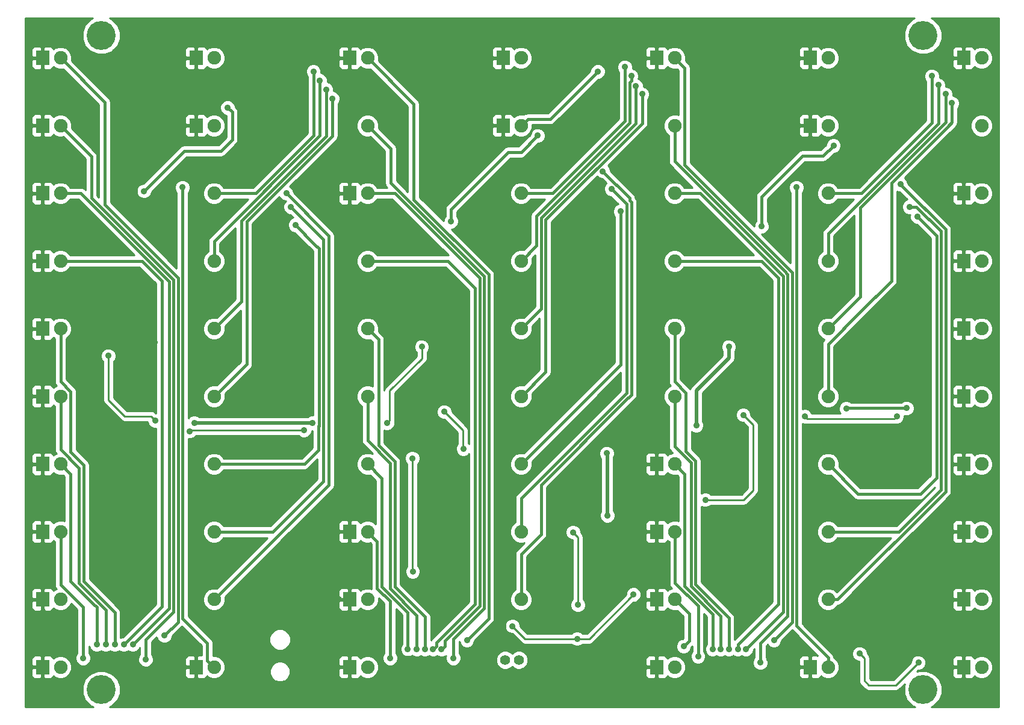
<source format=gtl>
G04 #@! TF.FileFunction,Copper,L1,Top,Signal*
%FSLAX46Y46*%
G04 Gerber Fmt 4.6, Leading zero omitted, Abs format (unit mm)*
G04 Created by KiCad (PCBNEW 4.0.1-stable) date 14/10/2016 00:42:29*
%MOMM*%
G01*
G04 APERTURE LIST*
%ADD10C,0.020000*%
%ADD11R,1.900000X2.000000*%
%ADD12C,1.900000*%
%ADD13C,1.400000*%
%ADD14C,4.064000*%
%ADD15C,0.889000*%
%ADD16C,0.254000*%
%ADD17C,0.381000*%
%ADD18C,0.508000*%
G04 APERTURE END LIST*
D10*
D11*
X240030000Y-182880000D03*
D12*
X242570000Y-182880000D03*
D11*
X240030000Y-173355000D03*
D12*
X242570000Y-173355000D03*
D11*
X283210000Y-173355000D03*
D12*
X285750000Y-173355000D03*
D11*
X218440000Y-106680000D03*
D12*
X220980000Y-106680000D03*
D11*
X261620000Y-106680000D03*
D12*
X264160000Y-106680000D03*
D11*
X283210000Y-116205000D03*
D12*
X285750000Y-116205000D03*
D13*
X218760000Y-181880000D03*
X220660000Y-181880000D03*
D14*
X161925000Y-93980000D03*
D11*
X283210000Y-97155000D03*
D12*
X285750000Y-97155000D03*
D11*
X283210000Y-106680000D03*
D12*
X285750000Y-106680000D03*
D11*
X283210000Y-125730000D03*
D12*
X285750000Y-125730000D03*
D11*
X283210000Y-135255000D03*
D12*
X285750000Y-135255000D03*
D11*
X283210000Y-144780000D03*
D12*
X285750000Y-144780000D03*
D11*
X283210000Y-154305000D03*
D12*
X285750000Y-154305000D03*
D11*
X283210000Y-163830000D03*
D12*
X285750000Y-163830000D03*
D11*
X283210000Y-182880000D03*
D12*
X285750000Y-182880000D03*
D11*
X261620000Y-97155000D03*
D12*
X264160000Y-97155000D03*
D11*
X261620000Y-116205000D03*
D12*
X264160000Y-116205000D03*
D11*
X261620000Y-125730000D03*
D12*
X264160000Y-125730000D03*
D11*
X261620000Y-135255000D03*
D12*
X264160000Y-135255000D03*
D11*
X261620000Y-144780000D03*
D12*
X264160000Y-144780000D03*
D11*
X261620000Y-154305000D03*
D12*
X264160000Y-154305000D03*
D11*
X261620000Y-163830000D03*
D12*
X264160000Y-163830000D03*
D11*
X261620000Y-173355000D03*
D12*
X264160000Y-173355000D03*
D11*
X261620000Y-182880000D03*
D12*
X264160000Y-182880000D03*
D11*
X240030000Y-97155000D03*
D12*
X242570000Y-97155000D03*
D11*
X240030000Y-106680000D03*
D12*
X242570000Y-106680000D03*
D11*
X240030000Y-116205000D03*
D12*
X242570000Y-116205000D03*
D11*
X240030000Y-125730000D03*
D12*
X242570000Y-125730000D03*
D11*
X240030000Y-135255000D03*
D12*
X242570000Y-135255000D03*
D11*
X240030000Y-144780000D03*
D12*
X242570000Y-144780000D03*
D11*
X240030000Y-154305000D03*
D12*
X242570000Y-154305000D03*
D11*
X240030000Y-163830000D03*
D12*
X242570000Y-163830000D03*
D11*
X218440000Y-97155000D03*
D12*
X220980000Y-97155000D03*
D11*
X218440000Y-116205000D03*
D12*
X220980000Y-116205000D03*
D11*
X218440000Y-125730000D03*
D12*
X220980000Y-125730000D03*
D11*
X218440000Y-135255000D03*
D12*
X220980000Y-135255000D03*
D11*
X218440000Y-144780000D03*
D12*
X220980000Y-144780000D03*
D11*
X218440000Y-154305000D03*
D12*
X220980000Y-154305000D03*
D11*
X218440000Y-163830000D03*
D12*
X220980000Y-163830000D03*
D11*
X218440000Y-173355000D03*
D12*
X220980000Y-173355000D03*
D11*
X196850000Y-97155000D03*
D12*
X199390000Y-97155000D03*
D11*
X196850000Y-106680000D03*
D12*
X199390000Y-106680000D03*
D11*
X196850000Y-116205000D03*
D12*
X199390000Y-116205000D03*
D11*
X196850000Y-135255000D03*
D12*
X199390000Y-135255000D03*
D11*
X196850000Y-144780000D03*
D12*
X199390000Y-144780000D03*
D11*
X196850000Y-154305000D03*
D12*
X199390000Y-154305000D03*
D11*
X196850000Y-163830000D03*
D12*
X199390000Y-163830000D03*
D11*
X196850000Y-173355000D03*
D12*
X199390000Y-173355000D03*
D11*
X196850000Y-182880000D03*
D12*
X199390000Y-182880000D03*
D11*
X175260000Y-97155000D03*
D12*
X177800000Y-97155000D03*
D11*
X175260000Y-106680000D03*
D12*
X177800000Y-106680000D03*
D11*
X175260000Y-116205000D03*
D12*
X177800000Y-116205000D03*
D11*
X175260000Y-125730000D03*
D12*
X177800000Y-125730000D03*
D11*
X175260000Y-135255000D03*
D12*
X177800000Y-135255000D03*
D11*
X175260000Y-144780000D03*
D12*
X177800000Y-144780000D03*
D11*
X175260000Y-154305000D03*
D12*
X177800000Y-154305000D03*
D11*
X175260000Y-163830000D03*
D12*
X177800000Y-163830000D03*
D11*
X175260000Y-173355000D03*
D12*
X177800000Y-173355000D03*
D11*
X175260000Y-182880000D03*
D12*
X177800000Y-182880000D03*
D11*
X153670000Y-97155000D03*
D12*
X156210000Y-97155000D03*
D11*
X153670000Y-106680000D03*
D12*
X156210000Y-106680000D03*
D11*
X153670000Y-116205000D03*
D12*
X156210000Y-116205000D03*
D11*
X153670000Y-125730000D03*
D12*
X156210000Y-125730000D03*
D11*
X153670000Y-135255000D03*
D12*
X156210000Y-135255000D03*
D11*
X153670000Y-144780000D03*
D12*
X156210000Y-144780000D03*
D11*
X153670000Y-154305000D03*
D12*
X156210000Y-154305000D03*
D11*
X153670000Y-163830000D03*
D12*
X156210000Y-163830000D03*
D11*
X153670000Y-173355000D03*
D12*
X156210000Y-173355000D03*
D14*
X277495000Y-93980000D03*
X161925000Y-186055000D03*
D11*
X153670000Y-182880000D03*
D12*
X156210000Y-182880000D03*
D14*
X277495000Y-186055000D03*
D11*
X196850000Y-125730000D03*
D12*
X199390000Y-125730000D03*
D15*
X190449200Y-149555200D03*
X174406961Y-149669500D03*
X260858000Y-147574000D03*
X212852000Y-152146000D03*
X273812000Y-147574000D03*
X252222000Y-147383500D03*
X246888000Y-159321500D03*
X210185000Y-146939000D03*
X179705000Y-104140000D03*
X167957500Y-115887500D03*
X205740000Y-169418000D03*
X205676500Y-153479500D03*
X223338191Y-108077799D03*
X211137500Y-120142000D03*
X264922000Y-109474000D03*
X254825500Y-120840500D03*
X268605000Y-180975000D03*
X276860000Y-182245000D03*
X191643000Y-148526490D03*
X266700000Y-146494500D03*
X275209000Y-146431000D03*
X202120510Y-148526490D03*
X175006000Y-148526490D03*
X233045000Y-152781000D03*
X233108500Y-161544000D03*
X169545000Y-148209000D03*
X250190000Y-137795000D03*
X245618000Y-148844000D03*
X207010000Y-137795000D03*
X162941000Y-139065000D03*
X226364800Y-107492800D03*
X184277000Y-102616000D03*
X195326000Y-173355000D03*
X194056000Y-173355000D03*
X192571000Y-173013000D03*
X192571000Y-174371000D03*
X192571000Y-175577500D03*
X192571000Y-179578000D03*
X192571000Y-181038500D03*
X272415000Y-100711000D03*
X240030000Y-176212500D03*
X209423000Y-175768000D03*
X157480000Y-175895000D03*
X269240000Y-175895000D03*
X185855000Y-99758500D03*
X216662000Y-178625500D03*
X200342500Y-176085500D03*
X172656500Y-94361000D03*
X276606000Y-134048500D03*
X255841500Y-137160000D03*
X212598000Y-136842500D03*
X169481500Y-137160000D03*
X159766000Y-97790000D03*
X153670000Y-135255000D03*
X227965000Y-99696000D03*
X269240000Y-108585000D03*
X258445000Y-179705000D03*
X258318000Y-98425000D03*
X245110000Y-95377000D03*
X214630000Y-94996000D03*
X228282500Y-163893500D03*
X228981000Y-174117000D03*
X159385000Y-181610000D03*
X161290000Y-179705000D03*
X162560000Y-179705000D03*
X163830000Y-179705000D03*
X165100000Y-179705000D03*
X166370000Y-179705000D03*
X168198800Y-181813200D03*
X170815000Y-178435000D03*
X173355038Y-115359860D03*
X187960000Y-116205000D03*
X188595000Y-118110000D03*
X189230000Y-120650000D03*
X194437030Y-102870000D03*
X193548020Y-101600000D03*
X192659010Y-100330000D03*
X191770000Y-99060000D03*
X202565000Y-181610000D03*
X205056346Y-180334635D03*
X206320990Y-180342654D03*
X207463988Y-180339438D03*
X208606989Y-180340225D03*
X209801694Y-180372727D03*
X211455000Y-181610000D03*
X213360000Y-179070000D03*
X232480682Y-113100682D03*
X233680000Y-115570000D03*
X234950000Y-118745000D03*
X237998030Y-102235000D03*
X237109020Y-101107396D03*
X236474010Y-99695000D03*
X235585000Y-98425000D03*
X231775000Y-99060000D03*
X243840000Y-179959000D03*
X245872000Y-181356000D03*
X247904000Y-180340000D03*
X249047003Y-180340000D03*
X250190006Y-180340000D03*
X251460000Y-180340000D03*
X252603003Y-180340000D03*
X254635000Y-182245000D03*
X256540000Y-179070000D03*
X259715040Y-115359858D03*
X274320000Y-114935000D03*
X275590000Y-118110000D03*
X276734856Y-119505144D03*
X281559010Y-103505000D03*
X280670000Y-102235000D03*
X279654010Y-100965000D03*
X278765000Y-99695000D03*
X219773500Y-177101500D03*
X228854000Y-178879500D03*
X236791500Y-172656500D03*
D16*
X190449200Y-149555200D02*
X174521261Y-149555200D01*
X174521261Y-149555200D02*
X174406961Y-149669500D01*
X273812000Y-147574000D02*
X273431000Y-147955000D01*
X261239000Y-147955000D02*
X260858000Y-147574000D01*
X273431000Y-147955000D02*
X261239000Y-147955000D01*
X246888000Y-159321500D02*
X252285500Y-159321500D01*
X252285500Y-159321500D02*
X253619000Y-157988000D01*
X253619000Y-157988000D02*
X253619000Y-148780500D01*
X253619000Y-148780500D02*
X252222000Y-147383500D01*
X212788500Y-151701500D02*
X212788500Y-152082500D01*
X212788500Y-152082500D02*
X212852000Y-152146000D01*
X273685000Y-147701000D02*
X273812000Y-147574000D01*
X210185000Y-146939000D02*
X212788500Y-149542500D01*
X212788500Y-149542500D02*
X212788500Y-151701500D01*
D17*
X167957500Y-115887500D02*
X173609000Y-110236000D01*
X173609000Y-110236000D02*
X178752500Y-110236000D01*
X178752500Y-110236000D02*
X180340000Y-108648500D01*
X180340000Y-108648500D02*
X180340000Y-104775000D01*
X180340000Y-104775000D02*
X179705000Y-104140000D01*
D16*
X205676500Y-153479500D02*
X205676500Y-169354500D01*
X205676500Y-169354500D02*
X205740000Y-169418000D01*
D17*
X211137500Y-120142000D02*
X211137500Y-118427500D01*
X211137500Y-118427500D02*
X219129010Y-110435990D01*
X219129010Y-110435990D02*
X220980000Y-110435990D01*
X220980000Y-110435990D02*
X223338191Y-108077799D01*
X260540500Y-110934500D02*
X261493000Y-110934500D01*
X261493000Y-110934500D02*
X261969362Y-110934500D01*
X264922000Y-109474000D02*
X263461500Y-110934500D01*
X263461500Y-110934500D02*
X261493000Y-110934500D01*
X254825500Y-116649500D02*
X260540500Y-110934500D01*
X254825500Y-120840500D02*
X254825500Y-116649500D01*
D16*
X268605000Y-180975000D02*
X269240000Y-181610000D01*
X269240000Y-181610000D02*
X269240000Y-184785000D01*
X269875000Y-185420000D02*
X273685000Y-185420000D01*
X273685000Y-185420000D02*
X276860000Y-182245000D01*
X269240000Y-184785000D02*
X269875000Y-185420000D01*
D18*
X175006000Y-148526490D02*
X191643000Y-148526490D01*
D17*
X275209000Y-146431000D02*
X266763500Y-146431000D01*
X266763500Y-146431000D02*
X266700000Y-146494500D01*
D16*
X202120510Y-148526490D02*
X202501500Y-148145500D01*
D18*
X233108500Y-161544000D02*
X233108500Y-152844500D01*
X233108500Y-152844500D02*
X233045000Y-152781000D01*
D16*
X165227000Y-147574000D02*
X162941000Y-145288000D01*
X169545000Y-148209000D02*
X168910000Y-147574000D01*
X168910000Y-147574000D02*
X165227000Y-147574000D01*
X162941000Y-145288000D02*
X162941000Y-139065000D01*
D18*
X245618000Y-148844000D02*
X245618000Y-143954500D01*
X245618000Y-143954500D02*
X250190000Y-139382500D01*
X250190000Y-139382500D02*
X250190000Y-137795000D01*
D16*
X202501500Y-143954500D02*
X202501500Y-148145500D01*
X207010000Y-139446000D02*
X202501500Y-143954500D01*
X207010000Y-137795000D02*
X207010000Y-139446000D01*
D17*
X243713000Y-176085500D02*
X240030000Y-179768500D01*
X240030000Y-179768500D02*
X240030000Y-182880000D01*
D16*
X153670000Y-173355000D02*
X153670000Y-174609000D01*
X153670000Y-174609000D02*
X155781500Y-176720500D01*
X155781500Y-176720500D02*
X156724383Y-176720500D01*
X156724383Y-176720500D02*
X157353000Y-176720500D01*
X228981000Y-174117000D02*
X228981000Y-164592000D01*
X228981000Y-164592000D02*
X228282500Y-163893500D01*
D17*
X156210000Y-169545000D02*
X156210000Y-163830000D01*
X156210000Y-171291138D02*
X156210000Y-169545000D01*
X156210000Y-171291138D02*
X159385000Y-174466138D01*
X159385000Y-174466138D02*
X159385000Y-181610000D01*
X161290000Y-179705000D02*
X161290000Y-174451764D01*
X160828236Y-173990000D02*
X157604501Y-170766265D01*
X161290000Y-174451764D02*
X160828236Y-173990000D01*
X157604501Y-168910000D02*
X157604501Y-155699501D01*
X157604501Y-170766265D02*
X157604501Y-168910000D01*
X157604501Y-155699501D02*
X156210000Y-154305000D01*
X162560000Y-179705000D02*
X162560000Y-174823726D01*
X162560000Y-174823726D02*
X158813490Y-171077216D01*
X158813490Y-171077216D02*
X158813490Y-154844628D01*
X158813490Y-154844628D02*
X156210000Y-152241138D01*
X156210000Y-152241138D02*
X156210000Y-144780000D01*
X163830000Y-179705000D02*
X163830000Y-175164344D01*
X156210000Y-142716138D02*
X156210000Y-135255000D01*
X163830000Y-175164344D02*
X159448500Y-170782844D01*
X159448500Y-170782844D02*
X159448500Y-154432000D01*
X159448500Y-154432000D02*
X157607000Y-152590500D01*
X157607000Y-152590500D02*
X157607000Y-144113138D01*
X157607000Y-144113138D02*
X156210000Y-142716138D01*
X156210000Y-125730000D02*
X167640000Y-125730000D01*
X167640000Y-125730000D02*
X170480249Y-128570249D01*
X170480249Y-128570249D02*
X170480249Y-174324751D01*
X170480249Y-174324751D02*
X165100000Y-179705000D01*
X171450008Y-173990000D02*
X171450008Y-128641970D01*
X166370000Y-179705000D02*
X171450008Y-174624992D01*
X171450008Y-174624992D02*
X171450008Y-173990000D01*
X171450008Y-128641970D02*
X159013038Y-116205000D01*
X159013038Y-116205000D02*
X156210000Y-116205000D01*
X168198800Y-181813200D02*
X168198800Y-179030260D01*
X168198800Y-179030260D02*
X172085018Y-175144042D01*
X172085018Y-175144042D02*
X172085018Y-128378941D01*
X172085018Y-128378941D02*
X160528000Y-116821923D01*
X160528000Y-116821923D02*
X160528000Y-110998000D01*
X160528000Y-110998000D02*
X156210000Y-106680000D01*
X172720028Y-176529972D02*
X170815000Y-178435000D01*
X162433000Y-103378000D02*
X156210000Y-97155000D01*
X172720028Y-176529972D02*
X172720028Y-128115912D01*
X172720028Y-128115912D02*
X162433000Y-117828884D01*
X162433000Y-117828884D02*
X162433000Y-103378000D01*
X173355038Y-176022038D02*
X173355038Y-115359860D01*
X177800000Y-182880000D02*
X176850001Y-181930001D01*
X176850001Y-181930001D02*
X176850001Y-179517001D01*
X176850001Y-179517001D02*
X173355038Y-176022038D01*
X193421000Y-157734000D02*
X193929000Y-157226000D01*
X193675000Y-121920000D02*
X187960000Y-116205000D01*
X193929000Y-157226000D02*
X193929000Y-122174000D01*
X193929000Y-122174000D02*
X193675000Y-121920000D01*
X177800000Y-173355000D02*
X193421000Y-157734000D01*
X193421000Y-157734000D02*
X193852800Y-157302200D01*
X188595000Y-118110000D02*
X193167011Y-122682011D01*
X193167011Y-122682011D02*
X193167011Y-156717989D01*
X193167011Y-156717989D02*
X186055000Y-163830000D01*
X186055000Y-163830000D02*
X177800000Y-163830000D01*
X192506600Y-152298400D02*
X190500000Y-154305000D01*
X191998600Y-123418600D02*
X189230000Y-120650000D01*
X192532001Y-148953211D02*
X192532001Y-123952001D01*
X192506600Y-152298400D02*
X192506600Y-148978612D01*
X192506600Y-148978612D02*
X192532001Y-148953211D01*
X192532001Y-123952001D02*
X191998600Y-123418600D01*
X190500000Y-154305000D02*
X177800000Y-154305000D01*
X194437030Y-102870000D02*
X194437030Y-108104084D01*
X194437030Y-108104084D02*
X182385557Y-120155557D01*
X182385557Y-120155557D02*
X182385557Y-140194443D01*
X182385557Y-140194443D02*
X177800000Y-144780000D01*
X181610000Y-120033076D02*
X181610000Y-131445000D01*
X181610000Y-131445000D02*
X177800000Y-135255000D01*
X193548020Y-101600000D02*
X193548020Y-108095056D01*
X193548020Y-108095056D02*
X181610000Y-120033076D01*
X192659010Y-100330000D02*
X192659010Y-108086028D01*
X192659010Y-108086028D02*
X177800000Y-122945038D01*
X177800000Y-122945038D02*
X177800000Y-125730000D01*
X183642000Y-116205000D02*
X186182000Y-113665000D01*
X186182000Y-113665000D02*
X187071000Y-112776000D01*
X191770000Y-99060000D02*
X191770000Y-108077000D01*
X191770000Y-108077000D02*
X186182000Y-113665000D01*
X177800000Y-116205000D02*
X183642000Y-116205000D01*
X200723490Y-165163490D02*
X200723490Y-170815000D01*
X200723490Y-170815000D02*
X200723490Y-171603293D01*
X202565000Y-181610000D02*
X202565000Y-173618038D01*
X202565000Y-173618038D02*
X200723490Y-171776528D01*
X200723490Y-171776528D02*
X200723490Y-170815000D01*
X199390000Y-163830000D02*
X200723490Y-165163490D01*
X205056346Y-180334635D02*
X205056346Y-175211346D01*
X205056346Y-175211346D02*
X201358498Y-171513498D01*
X201358498Y-171513498D02*
X201358498Y-156273498D01*
X201358498Y-156273498D02*
X199390000Y-154305000D01*
X206320990Y-180342654D02*
X206320990Y-175577952D01*
X202564990Y-171821952D02*
X202564990Y-154187029D01*
X206320990Y-175577952D02*
X202564990Y-171821952D01*
X202564990Y-154187029D02*
X199390000Y-151012039D01*
X199390000Y-151012039D02*
X199390000Y-144780000D01*
X203200000Y-153924000D02*
X203200000Y-168148000D01*
X203200000Y-168148000D02*
X203200000Y-168191566D01*
X207463988Y-180339438D02*
X207463988Y-175822912D01*
X207463988Y-175822912D02*
X203200000Y-171558924D01*
X203200000Y-171558924D02*
X203200000Y-168148000D01*
X199390000Y-135255000D02*
X200914000Y-136779000D01*
X200914000Y-136779000D02*
X200914000Y-151638000D01*
X200914000Y-151638000D02*
X203200000Y-153924000D01*
X208606989Y-180340225D02*
X209051488Y-179895726D01*
X209051488Y-179895726D02*
X209051488Y-179443535D01*
X209051488Y-179443535D02*
X214503000Y-173992023D01*
X214503000Y-173992023D02*
X214503000Y-174024364D01*
X199390000Y-125730000D02*
X210693000Y-125730000D01*
X210693000Y-125730000D02*
X214503000Y-129540000D01*
X214503000Y-129540000D02*
X214503000Y-173992023D01*
X209801694Y-180372727D02*
X210246193Y-179928228D01*
X210246193Y-179928228D02*
X210246193Y-179179210D01*
X210246193Y-179179210D02*
X215138010Y-174287393D01*
X215138010Y-174287393D02*
X215138010Y-173736000D01*
X215138010Y-128143010D02*
X215138010Y-173736000D01*
X203200000Y-116205000D02*
X215138010Y-128143010D01*
X199390000Y-116205000D02*
X203200000Y-116205000D01*
X211455000Y-181610000D02*
X211455000Y-178954079D01*
X211455000Y-178954079D02*
X215773020Y-174636060D01*
X215773020Y-174636060D02*
X215773020Y-127879981D01*
X215773020Y-127879981D02*
X202637539Y-114744500D01*
X202637539Y-114744500D02*
X202637539Y-109927539D01*
X202637539Y-109927539D02*
X199390000Y-106680000D01*
X213360000Y-179070000D02*
X216408030Y-176021970D01*
X216408030Y-176021970D02*
X216408030Y-127616952D01*
X216408030Y-127616952D02*
X205867000Y-117075922D01*
X205867000Y-117075922D02*
X205867000Y-103632000D01*
X205867000Y-103632000D02*
X199390000Y-97155000D01*
X232480682Y-113100682D02*
X236220000Y-116840000D01*
X235585000Y-145424039D02*
X223774000Y-157235039D01*
X236220000Y-116840000D02*
X236220000Y-117211961D01*
X236220000Y-117211961D02*
X236474011Y-117465972D01*
X236474011Y-117465972D02*
X236474011Y-144535028D01*
X236474011Y-144535028D02*
X235585000Y-145424039D01*
X223774000Y-157235039D02*
X223774000Y-157480000D01*
X223774000Y-157480000D02*
X223774000Y-164211000D01*
X223774000Y-157235038D02*
X223774000Y-157480000D01*
X220980000Y-167005000D02*
X220980000Y-173355000D01*
X223774000Y-164211000D02*
X220980000Y-167005000D01*
X233680000Y-115570000D02*
X235839001Y-117729001D01*
X235839001Y-117729001D02*
X235839001Y-144271999D01*
X235839001Y-144271999D02*
X233426000Y-146685000D01*
X233426000Y-146685000D02*
X223901000Y-156210000D01*
X223901000Y-156210000D02*
X220980000Y-159131000D01*
X220980000Y-159131000D02*
X220980000Y-163830000D01*
X220980000Y-154305000D02*
X232410000Y-142875000D01*
X234950000Y-118745000D02*
X234950000Y-140335000D01*
X234950000Y-140335000D02*
X232410000Y-142875000D01*
X237998030Y-102235000D02*
X237998030Y-106326084D01*
X237998030Y-106326084D02*
X224418058Y-119906056D01*
X224418058Y-119906056D02*
X224418058Y-141341942D01*
X224418058Y-141341942D02*
X220980000Y-144780000D01*
X220980000Y-135255000D02*
X223783048Y-132451952D01*
X223783048Y-132451952D02*
X223783048Y-119643028D01*
X223783048Y-119643028D02*
X237109020Y-106317056D01*
X237109020Y-106317056D02*
X237109020Y-101107396D01*
X223148038Y-119380000D02*
X223148038Y-123561962D01*
X223148038Y-123561962D02*
X220980000Y-125730000D01*
X236474010Y-99695000D02*
X236474010Y-100323617D01*
X236474010Y-100323617D02*
X236220010Y-100577617D01*
X236220010Y-100577617D02*
X236220010Y-106308028D01*
X236220010Y-106308028D02*
X223148038Y-119380000D01*
X235585000Y-98425000D02*
X235585000Y-106045000D01*
X235585000Y-106045000D02*
X225425000Y-116205000D01*
X225425000Y-116205000D02*
X220980000Y-116205000D01*
X224469999Y-105730001D02*
X225104999Y-105730001D01*
X225104999Y-105730001D02*
X231775000Y-99060000D01*
X220980000Y-106680000D02*
X221929999Y-105730001D01*
X221929999Y-105730001D02*
X224469999Y-105730001D01*
X242570000Y-182612666D02*
X242570000Y-182880000D01*
X242570000Y-173355000D02*
X244602001Y-175387001D01*
X244602001Y-175387001D02*
X244602001Y-179196999D01*
X244602001Y-179196999D02*
X243840000Y-179959000D01*
X245872000Y-181356000D02*
X245872000Y-174288295D01*
X245872000Y-174288295D02*
X242633500Y-171049795D01*
X242633500Y-171049795D02*
X242633500Y-163893500D01*
X242633500Y-163893500D02*
X242570000Y-163830000D01*
X247904000Y-180340000D02*
X247904000Y-175422257D01*
X247904000Y-175422257D02*
X243964509Y-171482766D01*
X243964509Y-171482766D02*
X243964509Y-155699509D01*
X243964509Y-155699509D02*
X242570000Y-154305000D01*
X244856000Y-154140803D02*
X244856000Y-167132000D01*
X244856000Y-167132000D02*
X244856000Y-167398736D01*
X249047003Y-180340000D02*
X249047003Y-175667222D01*
X249047003Y-175667222D02*
X244856000Y-171476219D01*
X244856000Y-171476219D02*
X244856000Y-167132000D01*
X242570000Y-144780000D02*
X242570000Y-151854803D01*
X242570000Y-151854803D02*
X244856000Y-154140803D01*
D16*
X242570000Y-151765000D02*
X244536019Y-153731019D01*
X242570000Y-144780000D02*
X242570000Y-151765000D01*
D17*
X244125862Y-152512626D02*
X244348000Y-152734764D01*
X250190006Y-180340000D02*
X250190006Y-175912187D01*
X245491010Y-171213191D02*
X245491010Y-153877774D01*
X250190006Y-175912187D02*
X245491010Y-171213191D01*
X245491010Y-153877774D02*
X244348000Y-152734764D01*
X244125862Y-144272000D02*
X244125862Y-152512626D01*
X242570000Y-135255000D02*
X242570000Y-142716138D01*
X242570000Y-142716138D02*
X244125862Y-144272000D01*
X257175000Y-173736000D02*
X257175000Y-173228000D01*
X257175000Y-173228000D02*
X257175000Y-128125736D01*
X251460000Y-180340000D02*
X251460000Y-179711383D01*
X251460000Y-179711383D02*
X257175000Y-173996383D01*
X257175000Y-173996383D02*
X257175000Y-173228000D01*
X257175000Y-128125736D02*
X254779264Y-125730000D01*
D16*
X254869066Y-125730000D02*
X254824165Y-125774901D01*
D17*
X242570000Y-125730000D02*
X254779264Y-125730000D01*
X254779264Y-125730000D02*
X254824165Y-125774901D01*
X257810010Y-127862707D02*
X257810010Y-174752000D01*
X252603003Y-180340000D02*
X257810010Y-175132993D01*
X257810010Y-175132993D02*
X257810010Y-174752000D01*
X242570000Y-116205000D02*
X246152303Y-116205000D01*
X246152303Y-116205000D02*
X257810010Y-127862707D01*
X254635000Y-182245000D02*
X254635000Y-179551984D01*
X254635000Y-179551984D02*
X258445018Y-175741966D01*
X258445018Y-175741966D02*
X258445018Y-174625002D01*
X258445018Y-174625002D02*
X258445020Y-174625000D01*
X258445020Y-174625000D02*
X258445020Y-127599678D01*
X258445020Y-127599678D02*
X258073038Y-127227697D01*
X258073038Y-127227697D02*
X242570000Y-111724659D01*
X242570000Y-111724659D02*
X242570000Y-106680000D01*
X256540000Y-179070000D02*
X259080030Y-176529970D01*
X259080030Y-176529970D02*
X259080030Y-127336649D01*
X243519999Y-98104999D02*
X242570000Y-97155000D01*
X259080030Y-127336649D02*
X257219379Y-125476000D01*
X257219379Y-125476000D02*
X243964501Y-112221122D01*
X243964501Y-112221122D02*
X243964501Y-98549501D01*
X243964501Y-98549501D02*
X243519999Y-98104999D01*
X259715040Y-173990000D02*
X259715040Y-172974000D01*
X259715040Y-176157999D02*
X259715040Y-173990000D01*
X259715040Y-173736040D02*
X259715040Y-171958000D01*
X259715040Y-171958000D02*
X259715040Y-115359858D01*
X259715040Y-173990000D02*
X259715040Y-171958000D01*
X260225499Y-177601997D02*
X259715040Y-177091538D01*
X259715040Y-177091538D02*
X259715040Y-176157999D01*
X264160000Y-182880000D02*
X264160000Y-181536498D01*
X264160000Y-181536498D02*
X260225499Y-177601997D01*
X264160000Y-173355000D02*
X265503502Y-173355000D01*
X265503502Y-173355000D02*
X280670018Y-158188484D01*
X280670018Y-158188484D02*
X280670018Y-121285018D01*
X280670018Y-121285018D02*
X274764499Y-115379499D01*
X274764499Y-115379499D02*
X274320000Y-114935000D01*
X275590000Y-118110000D02*
X276596962Y-118110000D01*
X276596962Y-118110000D02*
X280035010Y-121548048D01*
X280035010Y-121548048D02*
X280035010Y-157925454D01*
X280035010Y-157925454D02*
X274130464Y-163830000D01*
X274130464Y-163830000D02*
X272876764Y-163830000D01*
X272876764Y-163830000D02*
X264160000Y-163830000D01*
X279400000Y-156210000D02*
X279400000Y-122170288D01*
X279400000Y-122170288D02*
X276734856Y-119505144D01*
X277114000Y-158496000D02*
X279400000Y-156210000D01*
X275463000Y-158496000D02*
X277114000Y-158496000D01*
X275463000Y-158496000D02*
X268351000Y-158496000D01*
X268351000Y-158496000D02*
X264160000Y-154305000D01*
X281432030Y-106335122D02*
X280670000Y-107097152D01*
X280670000Y-107097152D02*
X273050000Y-114717152D01*
X281559010Y-103505000D02*
X281559010Y-106208142D01*
X281559010Y-106208142D02*
X280670000Y-107097152D01*
X264160000Y-137414000D02*
X268605000Y-132969000D01*
X273050000Y-114717152D02*
X273050000Y-128524000D01*
X273050000Y-128524000D02*
X268605000Y-132969000D01*
X264160000Y-144780000D02*
X264160000Y-137414000D01*
X280543020Y-106326094D02*
X280035000Y-106834114D01*
X280035000Y-106834114D02*
X268682057Y-118187057D01*
X280670000Y-102235000D02*
X280670000Y-106199115D01*
X280670000Y-106199115D02*
X280035001Y-106834114D01*
X280035001Y-106834114D02*
X280035000Y-106834114D01*
X268682057Y-118187057D02*
X268682057Y-130732943D01*
X268682057Y-130732943D02*
X264160000Y-135255000D01*
X279654010Y-100965000D02*
X279654010Y-106317066D01*
X279654010Y-106317066D02*
X264160000Y-121811076D01*
X264160000Y-121811076D02*
X264160000Y-125730000D01*
X278765000Y-99695000D02*
X278765000Y-106308038D01*
X278765000Y-106308038D02*
X268868038Y-116205000D01*
X264160000Y-116205000D02*
X268605000Y-116205000D01*
X268605000Y-116205000D02*
X268868039Y-116205000D01*
X268868038Y-116205000D02*
X268605000Y-116205000D01*
D16*
X228854000Y-178879500D02*
X221551500Y-178879500D01*
X221551500Y-178879500D02*
X219773500Y-177101500D01*
X236791500Y-172656500D02*
X230568500Y-178879500D01*
X230568500Y-178879500D02*
X228854000Y-178879500D01*
G36*
X160416239Y-91717709D02*
X159665345Y-92467293D01*
X159258464Y-93447173D01*
X159257538Y-94508172D01*
X159662709Y-95488761D01*
X160412293Y-96239655D01*
X161392173Y-96646536D01*
X162453172Y-96647462D01*
X163433761Y-96242291D01*
X163647734Y-96028691D01*
X173675000Y-96028691D01*
X173675000Y-96869250D01*
X173833750Y-97028000D01*
X175133000Y-97028000D01*
X175133000Y-95678750D01*
X175387000Y-95678750D01*
X175387000Y-97028000D01*
X175407000Y-97028000D01*
X175407000Y-97282000D01*
X175387000Y-97282000D01*
X175387000Y-98631250D01*
X175545750Y-98790000D01*
X176336310Y-98790000D01*
X176569699Y-98693327D01*
X176748327Y-98514698D01*
X176798012Y-98394749D01*
X176900997Y-98497914D01*
X177483341Y-98739724D01*
X178113893Y-98740275D01*
X178696657Y-98499481D01*
X179142914Y-98054003D01*
X179384724Y-97471659D01*
X179384751Y-97440750D01*
X195265000Y-97440750D01*
X195265000Y-98281309D01*
X195361673Y-98514698D01*
X195540301Y-98693327D01*
X195773690Y-98790000D01*
X196564250Y-98790000D01*
X196723000Y-98631250D01*
X196723000Y-97282000D01*
X195423750Y-97282000D01*
X195265000Y-97440750D01*
X179384751Y-97440750D01*
X179385275Y-96841107D01*
X179144481Y-96258343D01*
X178915230Y-96028691D01*
X195265000Y-96028691D01*
X195265000Y-96869250D01*
X195423750Y-97028000D01*
X196723000Y-97028000D01*
X196723000Y-95678750D01*
X196977000Y-95678750D01*
X196977000Y-97028000D01*
X196997000Y-97028000D01*
X196997000Y-97282000D01*
X196977000Y-97282000D01*
X196977000Y-98631250D01*
X197135750Y-98790000D01*
X197926310Y-98790000D01*
X198159699Y-98693327D01*
X198338327Y-98514698D01*
X198388012Y-98394749D01*
X198490997Y-98497914D01*
X199073341Y-98739724D01*
X199703893Y-98740275D01*
X199777449Y-98709882D01*
X205041500Y-103973933D01*
X205041500Y-115981027D01*
X203463039Y-114402566D01*
X203463039Y-109927544D01*
X203463040Y-109927539D01*
X203400202Y-109611634D01*
X203307795Y-109473337D01*
X203221256Y-109343822D01*
X203221253Y-109343820D01*
X200945198Y-107067765D01*
X200974724Y-106996659D01*
X200975275Y-106366107D01*
X200734481Y-105783343D01*
X200289003Y-105337086D01*
X199706659Y-105095276D01*
X199076107Y-105094725D01*
X198493343Y-105335519D01*
X198047086Y-105780997D01*
X197805276Y-106363341D01*
X197804725Y-106993893D01*
X198045519Y-107576657D01*
X198490997Y-108022914D01*
X199073341Y-108264724D01*
X199703893Y-108265275D01*
X199777449Y-108234882D01*
X201812039Y-110269472D01*
X201812039Y-114744500D01*
X201874876Y-115060406D01*
X202053822Y-115328217D01*
X202105105Y-115379500D01*
X200763883Y-115379500D01*
X200734481Y-115308343D01*
X200289003Y-114862086D01*
X199706659Y-114620276D01*
X199076107Y-114619725D01*
X198493343Y-114860519D01*
X198388133Y-114965545D01*
X198338327Y-114845302D01*
X198159699Y-114666673D01*
X197926310Y-114570000D01*
X197135750Y-114570000D01*
X196977000Y-114728750D01*
X196977000Y-116078000D01*
X196997000Y-116078000D01*
X196997000Y-116332000D01*
X196977000Y-116332000D01*
X196977000Y-117681250D01*
X197135750Y-117840000D01*
X197926310Y-117840000D01*
X198159699Y-117743327D01*
X198338327Y-117564698D01*
X198388012Y-117444749D01*
X198490997Y-117547914D01*
X199073341Y-117789724D01*
X199703893Y-117790275D01*
X200286657Y-117549481D01*
X200732914Y-117104003D01*
X200763435Y-117030500D01*
X202858066Y-117030500D01*
X210741767Y-124914200D01*
X210693000Y-124904500D01*
X200763883Y-124904500D01*
X200734481Y-124833343D01*
X200289003Y-124387086D01*
X199706659Y-124145276D01*
X199076107Y-124144725D01*
X198493343Y-124385519D01*
X198047086Y-124830997D01*
X197805276Y-125413341D01*
X197804725Y-126043893D01*
X198045519Y-126626657D01*
X198490997Y-127072914D01*
X199073341Y-127314724D01*
X199703893Y-127315275D01*
X200286657Y-127074481D01*
X200732914Y-126629003D01*
X200763435Y-126555500D01*
X210351066Y-126555500D01*
X213677500Y-129881933D01*
X213677500Y-151444964D01*
X213550500Y-151317743D01*
X213550500Y-149542500D01*
X213492496Y-149250895D01*
X213327315Y-149003685D01*
X211264499Y-146940869D01*
X211264687Y-146725216D01*
X211100689Y-146328311D01*
X210797286Y-146024378D01*
X210400668Y-145859687D01*
X209971216Y-145859313D01*
X209574311Y-146023311D01*
X209270378Y-146326714D01*
X209105687Y-146723332D01*
X209105313Y-147152784D01*
X209269311Y-147549689D01*
X209572714Y-147853622D01*
X209969332Y-148018313D01*
X210186872Y-148018502D01*
X212026500Y-149858130D01*
X212026500Y-151444747D01*
X211937378Y-151533714D01*
X211772687Y-151930332D01*
X211772313Y-152359784D01*
X211936311Y-152756689D01*
X212239714Y-153060622D01*
X212636332Y-153225313D01*
X213065784Y-153225687D01*
X213462689Y-153061689D01*
X213677500Y-152847253D01*
X213677500Y-173650089D01*
X208467771Y-178859818D01*
X208289488Y-179126637D01*
X208289488Y-175822917D01*
X208289489Y-175822912D01*
X208226651Y-175507007D01*
X208195207Y-175459948D01*
X208047705Y-175239195D01*
X208047702Y-175239193D01*
X204025500Y-171216990D01*
X204025500Y-153924000D01*
X204005787Y-153824897D01*
X203979609Y-153693284D01*
X204596813Y-153693284D01*
X204760811Y-154090189D01*
X204914500Y-154244146D01*
X204914500Y-168716747D01*
X204825378Y-168805714D01*
X204660687Y-169202332D01*
X204660313Y-169631784D01*
X204824311Y-170028689D01*
X205127714Y-170332622D01*
X205524332Y-170497313D01*
X205953784Y-170497687D01*
X206350689Y-170333689D01*
X206654622Y-170030286D01*
X206819313Y-169633668D01*
X206819687Y-169204216D01*
X206655689Y-168807311D01*
X206438500Y-168589743D01*
X206438500Y-154244142D01*
X206591122Y-154091786D01*
X206755813Y-153695168D01*
X206756187Y-153265716D01*
X206592189Y-152868811D01*
X206288786Y-152564878D01*
X205892168Y-152400187D01*
X205462716Y-152399813D01*
X205065811Y-152563811D01*
X204761878Y-152867214D01*
X204597187Y-153263832D01*
X204596813Y-153693284D01*
X203979609Y-153693284D01*
X203962663Y-153608094D01*
X203783717Y-153340283D01*
X201739500Y-151296066D01*
X201739500Y-149537147D01*
X201904842Y-149605803D01*
X202334294Y-149606177D01*
X202731199Y-149442179D01*
X203035132Y-149138776D01*
X203199823Y-148742158D01*
X203200082Y-148445208D01*
X203205496Y-148437105D01*
X203213892Y-148394895D01*
X203263500Y-148145500D01*
X203263500Y-144270130D01*
X207548815Y-139984815D01*
X207619828Y-139878537D01*
X207713996Y-139737605D01*
X207772000Y-139446000D01*
X207772000Y-138559642D01*
X207924622Y-138407286D01*
X208089313Y-138010668D01*
X208089687Y-137581216D01*
X207925689Y-137184311D01*
X207622286Y-136880378D01*
X207225668Y-136715687D01*
X206796216Y-136715313D01*
X206399311Y-136879311D01*
X206095378Y-137182714D01*
X205930687Y-137579332D01*
X205930313Y-138008784D01*
X206094311Y-138405689D01*
X206248000Y-138559646D01*
X206248000Y-139130370D01*
X201962685Y-143415685D01*
X201797504Y-143662895D01*
X201739500Y-143954500D01*
X201739500Y-136779000D01*
X201676663Y-136463095D01*
X201497717Y-136195283D01*
X201497714Y-136195281D01*
X200945198Y-135642765D01*
X200974724Y-135571659D01*
X200975275Y-134941107D01*
X200734481Y-134358343D01*
X200289003Y-133912086D01*
X199706659Y-133670276D01*
X199076107Y-133669725D01*
X198493343Y-133910519D01*
X198047086Y-134355997D01*
X197805276Y-134938341D01*
X197804725Y-135568893D01*
X198045519Y-136151657D01*
X198490997Y-136597914D01*
X199073341Y-136839724D01*
X199703893Y-136840275D01*
X199777449Y-136809882D01*
X200088500Y-137120933D01*
X200088500Y-143353830D01*
X199706659Y-143195276D01*
X199076107Y-143194725D01*
X198493343Y-143435519D01*
X198047086Y-143880997D01*
X197805276Y-144463341D01*
X197804725Y-145093893D01*
X198045519Y-145676657D01*
X198490997Y-146122914D01*
X198564500Y-146153435D01*
X198564500Y-151012039D01*
X198627337Y-151327945D01*
X198806283Y-151595756D01*
X200089966Y-152879439D01*
X199706659Y-152720276D01*
X199076107Y-152719725D01*
X198493343Y-152960519D01*
X198047086Y-153405997D01*
X197805276Y-153988341D01*
X197804725Y-154618893D01*
X198045519Y-155201657D01*
X198490997Y-155647914D01*
X199073341Y-155889724D01*
X199703893Y-155890275D01*
X199777449Y-155859882D01*
X200532998Y-156615431D01*
X200532998Y-162731508D01*
X200289003Y-162487086D01*
X199706659Y-162245276D01*
X199076107Y-162244725D01*
X198493343Y-162485519D01*
X198388133Y-162590545D01*
X198338327Y-162470302D01*
X198159699Y-162291673D01*
X197926310Y-162195000D01*
X197135750Y-162195000D01*
X196977000Y-162353750D01*
X196977000Y-163703000D01*
X196997000Y-163703000D01*
X196997000Y-163957000D01*
X196977000Y-163957000D01*
X196977000Y-165306250D01*
X197135750Y-165465000D01*
X197926310Y-165465000D01*
X198159699Y-165368327D01*
X198338327Y-165189698D01*
X198388012Y-165069749D01*
X198490997Y-165172914D01*
X199073341Y-165414724D01*
X199703893Y-165415275D01*
X199777449Y-165384882D01*
X199897990Y-165505423D01*
X199897990Y-171776528D01*
X199913860Y-171856313D01*
X199706659Y-171770276D01*
X199076107Y-171769725D01*
X198493343Y-172010519D01*
X198388133Y-172115545D01*
X198338327Y-171995302D01*
X198159699Y-171816673D01*
X197926310Y-171720000D01*
X197135750Y-171720000D01*
X196977000Y-171878750D01*
X196977000Y-173228000D01*
X196997000Y-173228000D01*
X196997000Y-173482000D01*
X196977000Y-173482000D01*
X196977000Y-174831250D01*
X197135750Y-174990000D01*
X197926310Y-174990000D01*
X198159699Y-174893327D01*
X198338327Y-174714698D01*
X198388012Y-174594749D01*
X198490997Y-174697914D01*
X199073341Y-174939724D01*
X199703893Y-174940275D01*
X200286657Y-174699481D01*
X200732914Y-174254003D01*
X200974724Y-173671659D01*
X200975140Y-173195612D01*
X201739500Y-173959971D01*
X201739500Y-180908747D01*
X201650378Y-180997714D01*
X201485687Y-181394332D01*
X201485313Y-181823784D01*
X201649311Y-182220689D01*
X201952714Y-182524622D01*
X202349332Y-182689313D01*
X202778784Y-182689687D01*
X203175689Y-182525689D01*
X203479622Y-182222286D01*
X203644313Y-181825668D01*
X203644687Y-181396216D01*
X203480689Y-180999311D01*
X203390500Y-180908964D01*
X203390500Y-174712934D01*
X204230846Y-175553280D01*
X204230846Y-179633382D01*
X204141724Y-179722349D01*
X203977033Y-180118967D01*
X203976659Y-180548419D01*
X204140657Y-180945324D01*
X204444060Y-181249257D01*
X204840678Y-181413948D01*
X205270130Y-181414322D01*
X205667035Y-181250324D01*
X205684430Y-181232959D01*
X205708704Y-181257276D01*
X206105322Y-181421967D01*
X206534774Y-181422341D01*
X206896762Y-181272771D01*
X207248320Y-181418751D01*
X207677772Y-181419125D01*
X208034929Y-181271550D01*
X208391321Y-181419538D01*
X208820773Y-181419912D01*
X209175447Y-181273364D01*
X209189408Y-181287349D01*
X209586026Y-181452040D01*
X210015478Y-181452414D01*
X210412383Y-181288416D01*
X210424825Y-181275996D01*
X210375687Y-181394332D01*
X210375313Y-181823784D01*
X210539311Y-182220689D01*
X210842714Y-182524622D01*
X211239332Y-182689313D01*
X211668784Y-182689687D01*
X212065689Y-182525689D01*
X212369622Y-182222286D01*
X212401970Y-182144383D01*
X217424769Y-182144383D01*
X217627582Y-182635229D01*
X218002796Y-183011098D01*
X218493287Y-183214768D01*
X219024383Y-183215231D01*
X219515229Y-183012418D01*
X219710010Y-182817976D01*
X219902796Y-183011098D01*
X220393287Y-183214768D01*
X220924383Y-183215231D01*
X221044136Y-183165750D01*
X238445000Y-183165750D01*
X238445000Y-184006309D01*
X238541673Y-184239698D01*
X238720301Y-184418327D01*
X238953690Y-184515000D01*
X239744250Y-184515000D01*
X239903000Y-184356250D01*
X239903000Y-183007000D01*
X238603750Y-183007000D01*
X238445000Y-183165750D01*
X221044136Y-183165750D01*
X221415229Y-183012418D01*
X221791098Y-182637204D01*
X221994768Y-182146713D01*
X221995110Y-181753691D01*
X238445000Y-181753691D01*
X238445000Y-182594250D01*
X238603750Y-182753000D01*
X239903000Y-182753000D01*
X239903000Y-181403750D01*
X240157000Y-181403750D01*
X240157000Y-182753000D01*
X240177000Y-182753000D01*
X240177000Y-183007000D01*
X240157000Y-183007000D01*
X240157000Y-184356250D01*
X240315750Y-184515000D01*
X241106310Y-184515000D01*
X241339699Y-184418327D01*
X241518327Y-184239698D01*
X241568012Y-184119749D01*
X241670997Y-184222914D01*
X242253341Y-184464724D01*
X242883893Y-184465275D01*
X243466657Y-184224481D01*
X243912914Y-183779003D01*
X244154724Y-183196659D01*
X244155275Y-182566107D01*
X243914481Y-181983343D01*
X243469003Y-181537086D01*
X242886659Y-181295276D01*
X242256107Y-181294725D01*
X241673343Y-181535519D01*
X241568133Y-181640545D01*
X241518327Y-181520302D01*
X241339699Y-181341673D01*
X241106310Y-181245000D01*
X240315750Y-181245000D01*
X240157000Y-181403750D01*
X239903000Y-181403750D01*
X239744250Y-181245000D01*
X238953690Y-181245000D01*
X238720301Y-181341673D01*
X238541673Y-181520302D01*
X238445000Y-181753691D01*
X221995110Y-181753691D01*
X221995231Y-181615617D01*
X221792418Y-181124771D01*
X221417204Y-180748902D01*
X220926713Y-180545232D01*
X220395617Y-180544769D01*
X219904771Y-180747582D01*
X219709990Y-180942024D01*
X219517204Y-180748902D01*
X219026713Y-180545232D01*
X218495617Y-180544769D01*
X218004771Y-180747582D01*
X217628902Y-181122796D01*
X217425232Y-181613287D01*
X217424769Y-182144383D01*
X212401970Y-182144383D01*
X212534313Y-181825668D01*
X212534687Y-181396216D01*
X212370689Y-180999311D01*
X212280500Y-180908964D01*
X212280500Y-179296013D01*
X212283943Y-179292570D01*
X212444311Y-179680689D01*
X212747714Y-179984622D01*
X213144332Y-180149313D01*
X213573784Y-180149687D01*
X213970689Y-179985689D01*
X214274622Y-179682286D01*
X214439313Y-179285668D01*
X214439424Y-179158010D01*
X216282149Y-177315284D01*
X218693813Y-177315284D01*
X218857811Y-177712189D01*
X219161214Y-178016122D01*
X219557832Y-178180813D01*
X219775372Y-178181002D01*
X221012685Y-179418316D01*
X221127625Y-179495116D01*
X221259895Y-179583496D01*
X221551500Y-179641500D01*
X228089358Y-179641500D01*
X228241714Y-179794122D01*
X228638332Y-179958813D01*
X229067784Y-179959187D01*
X229464689Y-179795189D01*
X229618646Y-179641500D01*
X230568500Y-179641500D01*
X230860105Y-179583496D01*
X231107315Y-179418315D01*
X236789631Y-173735999D01*
X237005284Y-173736187D01*
X237236258Y-173640750D01*
X238445000Y-173640750D01*
X238445000Y-174481309D01*
X238541673Y-174714698D01*
X238720301Y-174893327D01*
X238953690Y-174990000D01*
X239744250Y-174990000D01*
X239903000Y-174831250D01*
X239903000Y-173482000D01*
X238603750Y-173482000D01*
X238445000Y-173640750D01*
X237236258Y-173640750D01*
X237402189Y-173572189D01*
X237706122Y-173268786D01*
X237870813Y-172872168D01*
X237871187Y-172442716D01*
X237782754Y-172228691D01*
X238445000Y-172228691D01*
X238445000Y-173069250D01*
X238603750Y-173228000D01*
X239903000Y-173228000D01*
X239903000Y-171878750D01*
X239744250Y-171720000D01*
X238953690Y-171720000D01*
X238720301Y-171816673D01*
X238541673Y-171995302D01*
X238445000Y-172228691D01*
X237782754Y-172228691D01*
X237707189Y-172045811D01*
X237403786Y-171741878D01*
X237007168Y-171577187D01*
X236577716Y-171576813D01*
X236180811Y-171740811D01*
X235876878Y-172044214D01*
X235712187Y-172440832D01*
X235711998Y-172658372D01*
X230252870Y-178117500D01*
X229618642Y-178117500D01*
X229466286Y-177964878D01*
X229069668Y-177800187D01*
X228640216Y-177799813D01*
X228243311Y-177963811D01*
X228089354Y-178117500D01*
X221867131Y-178117500D01*
X220852999Y-177103369D01*
X220853187Y-176887716D01*
X220689189Y-176490811D01*
X220385786Y-176186878D01*
X219989168Y-176022187D01*
X219559716Y-176021813D01*
X219162811Y-176185811D01*
X218858878Y-176489214D01*
X218694187Y-176885832D01*
X218693813Y-177315284D01*
X216282149Y-177315284D01*
X216991744Y-176605689D01*
X216991747Y-176605687D01*
X217170693Y-176337875D01*
X217233530Y-176021970D01*
X217233530Y-127616957D01*
X217233531Y-127616952D01*
X217170693Y-127301047D01*
X217029474Y-127089698D01*
X216991747Y-127033235D01*
X216991744Y-127033233D01*
X211180049Y-121221538D01*
X211351284Y-121221687D01*
X211748189Y-121057689D01*
X212052122Y-120754286D01*
X212216813Y-120357668D01*
X212217187Y-119928216D01*
X212053189Y-119531311D01*
X211963000Y-119440964D01*
X211963000Y-118769434D01*
X214213541Y-116518893D01*
X219394725Y-116518893D01*
X219635519Y-117101657D01*
X220080997Y-117547914D01*
X220663341Y-117789724D01*
X221293893Y-117790275D01*
X221876657Y-117549481D01*
X222322914Y-117104003D01*
X222353435Y-117030500D01*
X224330104Y-117030500D01*
X222564321Y-118796283D01*
X222385375Y-119064094D01*
X222385375Y-119064095D01*
X222322538Y-119380000D01*
X222322538Y-123220029D01*
X221367765Y-124174802D01*
X221296659Y-124145276D01*
X220666107Y-124144725D01*
X220083343Y-124385519D01*
X219637086Y-124830997D01*
X219395276Y-125413341D01*
X219394725Y-126043893D01*
X219635519Y-126626657D01*
X220080997Y-127072914D01*
X220663341Y-127314724D01*
X221293893Y-127315275D01*
X221876657Y-127074481D01*
X222322914Y-126629003D01*
X222564724Y-126046659D01*
X222565275Y-125416107D01*
X222534882Y-125342551D01*
X222957548Y-124919885D01*
X222957548Y-132110019D01*
X221367765Y-133699802D01*
X221296659Y-133670276D01*
X220666107Y-133669725D01*
X220083343Y-133910519D01*
X219637086Y-134355997D01*
X219395276Y-134938341D01*
X219394725Y-135568893D01*
X219635519Y-136151657D01*
X220080997Y-136597914D01*
X220663341Y-136839724D01*
X221293893Y-136840275D01*
X221876657Y-136599481D01*
X222322914Y-136154003D01*
X222564724Y-135571659D01*
X222565275Y-134941107D01*
X222534882Y-134867551D01*
X223592558Y-133809875D01*
X223592558Y-141000009D01*
X221367765Y-143224802D01*
X221296659Y-143195276D01*
X220666107Y-143194725D01*
X220083343Y-143435519D01*
X219637086Y-143880997D01*
X219395276Y-144463341D01*
X219394725Y-145093893D01*
X219635519Y-145676657D01*
X220080997Y-146122914D01*
X220663341Y-146364724D01*
X221293893Y-146365275D01*
X221876657Y-146124481D01*
X222322914Y-145679003D01*
X222564724Y-145096659D01*
X222565275Y-144466107D01*
X222534882Y-144392551D01*
X225001772Y-141925661D01*
X225001775Y-141925659D01*
X225109045Y-141765118D01*
X225180721Y-141657848D01*
X225243558Y-141341942D01*
X225243558Y-120247990D01*
X231672491Y-113819057D01*
X231868396Y-114015304D01*
X232265014Y-114179995D01*
X232392672Y-114180106D01*
X232968006Y-114755440D01*
X232765378Y-114957714D01*
X232600687Y-115354332D01*
X232600313Y-115783784D01*
X232764311Y-116180689D01*
X233067714Y-116484622D01*
X233464332Y-116649313D01*
X233591990Y-116649424D01*
X234645403Y-117702836D01*
X234339311Y-117829311D01*
X234035378Y-118132714D01*
X233870687Y-118529332D01*
X233870313Y-118958784D01*
X234034311Y-119355689D01*
X234124500Y-119446036D01*
X234124500Y-139993067D01*
X231826283Y-142291283D01*
X221367764Y-152749802D01*
X221296659Y-152720276D01*
X220666107Y-152719725D01*
X220083343Y-152960519D01*
X219637086Y-153405997D01*
X219395276Y-153988341D01*
X219394725Y-154618893D01*
X219635519Y-155201657D01*
X220080997Y-155647914D01*
X220663341Y-155889724D01*
X221293893Y-155890275D01*
X221876657Y-155649481D01*
X222322914Y-155204003D01*
X222564724Y-154621659D01*
X222565275Y-153991107D01*
X222534882Y-153917552D01*
X232993717Y-143458717D01*
X235013501Y-141438932D01*
X235013501Y-143930066D01*
X232842283Y-146101283D01*
X220396283Y-158547283D01*
X220217337Y-158815094D01*
X220217337Y-158815095D01*
X220154500Y-159131000D01*
X220154500Y-162456117D01*
X220083343Y-162485519D01*
X219637086Y-162930997D01*
X219395276Y-163513341D01*
X219394725Y-164143893D01*
X219635519Y-164726657D01*
X220080997Y-165172914D01*
X220663341Y-165414724D01*
X221293893Y-165415275D01*
X221478619Y-165338948D01*
X220396283Y-166421283D01*
X220217337Y-166689094D01*
X220217337Y-166689095D01*
X220154500Y-167005000D01*
X220154500Y-171981117D01*
X220083343Y-172010519D01*
X219637086Y-172455997D01*
X219395276Y-173038341D01*
X219394725Y-173668893D01*
X219635519Y-174251657D01*
X220080997Y-174697914D01*
X220663341Y-174939724D01*
X221293893Y-174940275D01*
X221876657Y-174699481D01*
X222322914Y-174254003D01*
X222564724Y-173671659D01*
X222565275Y-173041107D01*
X222324481Y-172458343D01*
X221879003Y-172012086D01*
X221805500Y-171981565D01*
X221805500Y-167346934D01*
X224357714Y-164794719D01*
X224357717Y-164794717D01*
X224536663Y-164526905D01*
X224540864Y-164505786D01*
X224599501Y-164211000D01*
X224599500Y-164210995D01*
X224599500Y-164107284D01*
X227202813Y-164107284D01*
X227366811Y-164504189D01*
X227670214Y-164808122D01*
X228066832Y-164972813D01*
X228219000Y-164972946D01*
X228219000Y-173352358D01*
X228066378Y-173504714D01*
X227901687Y-173901332D01*
X227901313Y-174330784D01*
X228065311Y-174727689D01*
X228368714Y-175031622D01*
X228765332Y-175196313D01*
X229194784Y-175196687D01*
X229591689Y-175032689D01*
X229895622Y-174729286D01*
X230060313Y-174332668D01*
X230060687Y-173903216D01*
X229896689Y-173506311D01*
X229743000Y-173352354D01*
X229743000Y-164592000D01*
X229684996Y-164300395D01*
X229561620Y-164115750D01*
X238445000Y-164115750D01*
X238445000Y-164956309D01*
X238541673Y-165189698D01*
X238720301Y-165368327D01*
X238953690Y-165465000D01*
X239744250Y-165465000D01*
X239903000Y-165306250D01*
X239903000Y-163957000D01*
X238603750Y-163957000D01*
X238445000Y-164115750D01*
X229561620Y-164115750D01*
X229519815Y-164053185D01*
X229361999Y-163895369D01*
X229362187Y-163679716D01*
X229198189Y-163282811D01*
X228894786Y-162978878D01*
X228498168Y-162814187D01*
X228068716Y-162813813D01*
X227671811Y-162977811D01*
X227367878Y-163281214D01*
X227203187Y-163677832D01*
X227202813Y-164107284D01*
X224599500Y-164107284D01*
X224599500Y-162703691D01*
X238445000Y-162703691D01*
X238445000Y-163544250D01*
X238603750Y-163703000D01*
X239903000Y-163703000D01*
X239903000Y-162353750D01*
X239744250Y-162195000D01*
X238953690Y-162195000D01*
X238720301Y-162291673D01*
X238541673Y-162470302D01*
X238445000Y-162703691D01*
X224599500Y-162703691D01*
X224599500Y-157576973D01*
X229181688Y-152994784D01*
X231965313Y-152994784D01*
X232129311Y-153391689D01*
X232219500Y-153482036D01*
X232219500Y-160906137D01*
X232193878Y-160931714D01*
X232029187Y-161328332D01*
X232028813Y-161757784D01*
X232192811Y-162154689D01*
X232496214Y-162458622D01*
X232892832Y-162623313D01*
X233322284Y-162623687D01*
X233719189Y-162459689D01*
X234023122Y-162156286D01*
X234187813Y-161759668D01*
X234188187Y-161330216D01*
X234024189Y-160933311D01*
X233997500Y-160906575D01*
X233997500Y-154590750D01*
X238445000Y-154590750D01*
X238445000Y-155431309D01*
X238541673Y-155664698D01*
X238720301Y-155843327D01*
X238953690Y-155940000D01*
X239744250Y-155940000D01*
X239903000Y-155781250D01*
X239903000Y-154432000D01*
X238603750Y-154432000D01*
X238445000Y-154590750D01*
X233997500Y-154590750D01*
X233997500Y-153302066D01*
X234048730Y-153178691D01*
X238445000Y-153178691D01*
X238445000Y-154019250D01*
X238603750Y-154178000D01*
X239903000Y-154178000D01*
X239903000Y-152828750D01*
X239744250Y-152670000D01*
X238953690Y-152670000D01*
X238720301Y-152766673D01*
X238541673Y-152945302D01*
X238445000Y-153178691D01*
X234048730Y-153178691D01*
X234124313Y-152996668D01*
X234124687Y-152567216D01*
X233960689Y-152170311D01*
X233657286Y-151866378D01*
X233260668Y-151701687D01*
X232831216Y-151701313D01*
X232434311Y-151865311D01*
X232130378Y-152168714D01*
X231965687Y-152565332D01*
X231965313Y-152994784D01*
X229181688Y-152994784D01*
X236168714Y-146007758D01*
X236168717Y-146007756D01*
X237057725Y-145118747D01*
X237057728Y-145118745D01*
X237236674Y-144850933D01*
X237299511Y-144535028D01*
X237299511Y-117465977D01*
X237299512Y-117465972D01*
X237236674Y-117150067D01*
X237057728Y-116882255D01*
X237045500Y-116870027D01*
X237045500Y-116840000D01*
X237007645Y-116649687D01*
X236982663Y-116524094D01*
X236854309Y-116332000D01*
X236803717Y-116256283D01*
X236803714Y-116256281D01*
X233560259Y-113012825D01*
X233560369Y-112886898D01*
X233396371Y-112489993D01*
X233199135Y-112292412D01*
X238581744Y-106909803D01*
X238581747Y-106909801D01*
X238760693Y-106641989D01*
X238764285Y-106623933D01*
X238823531Y-106326084D01*
X238823530Y-106326079D01*
X238823530Y-102936253D01*
X238912652Y-102847286D01*
X239077343Y-102450668D01*
X239077717Y-102021216D01*
X238913719Y-101624311D01*
X238610316Y-101320378D01*
X238213698Y-101155687D01*
X238188479Y-101155665D01*
X238188707Y-100893612D01*
X238024709Y-100496707D01*
X237721306Y-100192774D01*
X237478114Y-100091791D01*
X237553323Y-99910668D01*
X237553697Y-99481216D01*
X237389699Y-99084311D01*
X237086296Y-98780378D01*
X236689678Y-98615687D01*
X236664335Y-98615665D01*
X236664687Y-98211216D01*
X236500689Y-97814311D01*
X236197286Y-97510378D01*
X236029604Y-97440750D01*
X238445000Y-97440750D01*
X238445000Y-98281309D01*
X238541673Y-98514698D01*
X238720301Y-98693327D01*
X238953690Y-98790000D01*
X239744250Y-98790000D01*
X239903000Y-98631250D01*
X239903000Y-97282000D01*
X238603750Y-97282000D01*
X238445000Y-97440750D01*
X236029604Y-97440750D01*
X235800668Y-97345687D01*
X235371216Y-97345313D01*
X234974311Y-97509311D01*
X234670378Y-97812714D01*
X234505687Y-98209332D01*
X234505313Y-98638784D01*
X234669311Y-99035689D01*
X234759500Y-99126036D01*
X234759500Y-105703066D01*
X225083066Y-115379500D01*
X222353883Y-115379500D01*
X222324481Y-115308343D01*
X221879003Y-114862086D01*
X221296659Y-114620276D01*
X220666107Y-114619725D01*
X220083343Y-114860519D01*
X219637086Y-115305997D01*
X219395276Y-115888341D01*
X219394725Y-116518893D01*
X214213541Y-116518893D01*
X219470944Y-111261490D01*
X220980000Y-111261490D01*
X221295906Y-111198653D01*
X221563717Y-111019707D01*
X223426047Y-109157376D01*
X223551975Y-109157486D01*
X223948880Y-108993488D01*
X224252813Y-108690085D01*
X224417504Y-108293467D01*
X224417878Y-107864015D01*
X224253880Y-107467110D01*
X223950477Y-107163177D01*
X223553859Y-106998486D01*
X223124407Y-106998112D01*
X222727502Y-107162110D01*
X222423569Y-107465513D01*
X222258878Y-107862131D01*
X222258767Y-107989790D01*
X220638066Y-109610490D01*
X219129015Y-109610490D01*
X219129010Y-109610489D01*
X218813105Y-109673327D01*
X218545293Y-109852273D01*
X210553783Y-117843783D01*
X210374837Y-118111594D01*
X210314964Y-118412601D01*
X210312000Y-118427500D01*
X210312000Y-119440747D01*
X210222878Y-119529714D01*
X210058187Y-119926332D01*
X210058036Y-120099525D01*
X206692500Y-116733988D01*
X206692500Y-106965750D01*
X216855000Y-106965750D01*
X216855000Y-107806309D01*
X216951673Y-108039698D01*
X217130301Y-108218327D01*
X217363690Y-108315000D01*
X218154250Y-108315000D01*
X218313000Y-108156250D01*
X218313000Y-106807000D01*
X217013750Y-106807000D01*
X216855000Y-106965750D01*
X206692500Y-106965750D01*
X206692500Y-105553691D01*
X216855000Y-105553691D01*
X216855000Y-106394250D01*
X217013750Y-106553000D01*
X218313000Y-106553000D01*
X218313000Y-105203750D01*
X218567000Y-105203750D01*
X218567000Y-106553000D01*
X218587000Y-106553000D01*
X218587000Y-106807000D01*
X218567000Y-106807000D01*
X218567000Y-108156250D01*
X218725750Y-108315000D01*
X219516310Y-108315000D01*
X219749699Y-108218327D01*
X219928327Y-108039698D01*
X219978012Y-107919749D01*
X220080997Y-108022914D01*
X220663341Y-108264724D01*
X221293893Y-108265275D01*
X221876657Y-108024481D01*
X222322914Y-107579003D01*
X222564724Y-106996659D01*
X222565110Y-106555501D01*
X225104999Y-106555501D01*
X225420905Y-106492664D01*
X225688716Y-106313718D01*
X231862857Y-100139577D01*
X231988784Y-100139687D01*
X232385689Y-99975689D01*
X232689622Y-99672286D01*
X232854313Y-99275668D01*
X232854687Y-98846216D01*
X232690689Y-98449311D01*
X232387286Y-98145378D01*
X231990668Y-97980687D01*
X231561216Y-97980313D01*
X231164311Y-98144311D01*
X230860378Y-98447714D01*
X230695687Y-98844332D01*
X230695576Y-98971990D01*
X224763065Y-104904501D01*
X221929999Y-104904501D01*
X221614094Y-104967338D01*
X221374344Y-105127534D01*
X221296659Y-105095276D01*
X220666107Y-105094725D01*
X220083343Y-105335519D01*
X219978133Y-105440545D01*
X219928327Y-105320302D01*
X219749699Y-105141673D01*
X219516310Y-105045000D01*
X218725750Y-105045000D01*
X218567000Y-105203750D01*
X218313000Y-105203750D01*
X218154250Y-105045000D01*
X217363690Y-105045000D01*
X217130301Y-105141673D01*
X216951673Y-105320302D01*
X216855000Y-105553691D01*
X206692500Y-105553691D01*
X206692500Y-103632000D01*
X206629663Y-103316095D01*
X206629663Y-103316094D01*
X206518429Y-103149622D01*
X206450717Y-103048283D01*
X206450714Y-103048281D01*
X200945198Y-97542765D01*
X200974724Y-97471659D01*
X200974751Y-97440750D01*
X216855000Y-97440750D01*
X216855000Y-98281309D01*
X216951673Y-98514698D01*
X217130301Y-98693327D01*
X217363690Y-98790000D01*
X218154250Y-98790000D01*
X218313000Y-98631250D01*
X218313000Y-97282000D01*
X217013750Y-97282000D01*
X216855000Y-97440750D01*
X200974751Y-97440750D01*
X200975275Y-96841107D01*
X200734481Y-96258343D01*
X200505230Y-96028691D01*
X216855000Y-96028691D01*
X216855000Y-96869250D01*
X217013750Y-97028000D01*
X218313000Y-97028000D01*
X218313000Y-95678750D01*
X218567000Y-95678750D01*
X218567000Y-97028000D01*
X218587000Y-97028000D01*
X218587000Y-97282000D01*
X218567000Y-97282000D01*
X218567000Y-98631250D01*
X218725750Y-98790000D01*
X219516310Y-98790000D01*
X219749699Y-98693327D01*
X219928327Y-98514698D01*
X219978012Y-98394749D01*
X220080997Y-98497914D01*
X220663341Y-98739724D01*
X221293893Y-98740275D01*
X221876657Y-98499481D01*
X222322914Y-98054003D01*
X222564724Y-97471659D01*
X222565275Y-96841107D01*
X222324481Y-96258343D01*
X222095230Y-96028691D01*
X238445000Y-96028691D01*
X238445000Y-96869250D01*
X238603750Y-97028000D01*
X239903000Y-97028000D01*
X239903000Y-95678750D01*
X240157000Y-95678750D01*
X240157000Y-97028000D01*
X240177000Y-97028000D01*
X240177000Y-97282000D01*
X240157000Y-97282000D01*
X240157000Y-98631250D01*
X240315750Y-98790000D01*
X241106310Y-98790000D01*
X241339699Y-98693327D01*
X241518327Y-98514698D01*
X241568012Y-98394749D01*
X241670997Y-98497914D01*
X242253341Y-98739724D01*
X242883893Y-98740275D01*
X242957448Y-98709882D01*
X243139001Y-98891435D01*
X243139001Y-105200057D01*
X242886659Y-105095276D01*
X242256107Y-105094725D01*
X241673343Y-105335519D01*
X241227086Y-105780997D01*
X240985276Y-106363341D01*
X240984725Y-106993893D01*
X241225519Y-107576657D01*
X241670997Y-108022914D01*
X241744500Y-108053435D01*
X241744500Y-111724659D01*
X241807337Y-112040565D01*
X241986283Y-112308376D01*
X245057407Y-115379500D01*
X243943883Y-115379500D01*
X243914481Y-115308343D01*
X243469003Y-114862086D01*
X242886659Y-114620276D01*
X242256107Y-114619725D01*
X241673343Y-114860519D01*
X241227086Y-115305997D01*
X240985276Y-115888341D01*
X240984725Y-116518893D01*
X241225519Y-117101657D01*
X241670997Y-117547914D01*
X242253341Y-117789724D01*
X242883893Y-117790275D01*
X243466657Y-117549481D01*
X243912914Y-117104003D01*
X243943435Y-117030500D01*
X245810369Y-117030500D01*
X253684370Y-124904500D01*
X243943883Y-124904500D01*
X243914481Y-124833343D01*
X243469003Y-124387086D01*
X242886659Y-124145276D01*
X242256107Y-124144725D01*
X241673343Y-124385519D01*
X241227086Y-124830997D01*
X240985276Y-125413341D01*
X240984725Y-126043893D01*
X241225519Y-126626657D01*
X241670997Y-127072914D01*
X242253341Y-127314724D01*
X242883893Y-127315275D01*
X243466657Y-127074481D01*
X243912914Y-126629003D01*
X243943435Y-126555500D01*
X254437330Y-126555500D01*
X256349500Y-128467669D01*
X256349500Y-173654450D01*
X251015506Y-178988443D01*
X251015506Y-175912192D01*
X251015507Y-175912187D01*
X250952669Y-175596281D01*
X250773723Y-175328470D01*
X246316510Y-170871257D01*
X246316510Y-160253062D01*
X246672332Y-160400813D01*
X247101784Y-160401187D01*
X247498689Y-160237189D01*
X247652646Y-160083500D01*
X252285500Y-160083500D01*
X252577105Y-160025496D01*
X252824315Y-159860315D01*
X254157816Y-158526815D01*
X254305693Y-158305500D01*
X254322996Y-158279605D01*
X254381000Y-157988000D01*
X254381000Y-148780500D01*
X254322996Y-148488895D01*
X254278822Y-148422784D01*
X254157815Y-148241684D01*
X253301499Y-147385369D01*
X253301687Y-147169716D01*
X253137689Y-146772811D01*
X252834286Y-146468878D01*
X252437668Y-146304187D01*
X252008216Y-146303813D01*
X251611311Y-146467811D01*
X251307378Y-146771214D01*
X251142687Y-147167832D01*
X251142313Y-147597284D01*
X251306311Y-147994189D01*
X251609714Y-148298122D01*
X252006332Y-148462813D01*
X252223872Y-148463002D01*
X252857000Y-149096131D01*
X252857000Y-157672369D01*
X251969870Y-158559500D01*
X247652642Y-158559500D01*
X247500286Y-158406878D01*
X247103668Y-158242187D01*
X246674216Y-158241813D01*
X246316510Y-158389614D01*
X246316510Y-153877774D01*
X246262551Y-153606500D01*
X246253673Y-153561868D01*
X246171852Y-153439415D01*
X246074727Y-153294057D01*
X246074724Y-153294055D01*
X244951362Y-152170692D01*
X244951362Y-149704175D01*
X245005714Y-149758622D01*
X245402332Y-149923313D01*
X245831784Y-149923687D01*
X246228689Y-149759689D01*
X246532622Y-149456286D01*
X246697313Y-149059668D01*
X246697687Y-148630216D01*
X246533689Y-148233311D01*
X246507000Y-148206575D01*
X246507000Y-144322736D01*
X250818618Y-140011118D01*
X251011329Y-139722706D01*
X251079000Y-139382500D01*
X251079000Y-138432863D01*
X251104622Y-138407286D01*
X251269313Y-138010668D01*
X251269687Y-137581216D01*
X251105689Y-137184311D01*
X250802286Y-136880378D01*
X250405668Y-136715687D01*
X249976216Y-136715313D01*
X249579311Y-136879311D01*
X249275378Y-137182714D01*
X249110687Y-137579332D01*
X249110313Y-138008784D01*
X249274311Y-138405689D01*
X249301000Y-138432425D01*
X249301000Y-139014264D01*
X244989382Y-143325882D01*
X244796671Y-143614294D01*
X244765351Y-143771751D01*
X244709579Y-143688283D01*
X243395500Y-142374204D01*
X243395500Y-136628883D01*
X243466657Y-136599481D01*
X243912914Y-136154003D01*
X244154724Y-135571659D01*
X244155275Y-134941107D01*
X243914481Y-134358343D01*
X243469003Y-133912086D01*
X242886659Y-133670276D01*
X242256107Y-133669725D01*
X241673343Y-133910519D01*
X241227086Y-134355997D01*
X240985276Y-134938341D01*
X240984725Y-135568893D01*
X241225519Y-136151657D01*
X241670997Y-136597914D01*
X241744500Y-136628435D01*
X241744500Y-142716138D01*
X241807337Y-143032044D01*
X241986283Y-143299855D01*
X241990783Y-143304355D01*
X241673343Y-143435519D01*
X241227086Y-143880997D01*
X240985276Y-144463341D01*
X240984725Y-145093893D01*
X241225519Y-145676657D01*
X241670997Y-146122914D01*
X241744500Y-146153435D01*
X241744500Y-151854803D01*
X241807337Y-152170709D01*
X241986283Y-152438520D01*
X242267498Y-152719735D01*
X242256107Y-152719725D01*
X241673343Y-152960519D01*
X241568133Y-153065545D01*
X241518327Y-152945302D01*
X241339699Y-152766673D01*
X241106310Y-152670000D01*
X240315750Y-152670000D01*
X240157000Y-152828750D01*
X240157000Y-154178000D01*
X240177000Y-154178000D01*
X240177000Y-154432000D01*
X240157000Y-154432000D01*
X240157000Y-155781250D01*
X240315750Y-155940000D01*
X241106310Y-155940000D01*
X241339699Y-155843327D01*
X241518327Y-155664698D01*
X241568012Y-155544749D01*
X241670997Y-155647914D01*
X242253341Y-155889724D01*
X242883893Y-155890275D01*
X242957449Y-155859882D01*
X243139009Y-156041442D01*
X243139009Y-162350061D01*
X242886659Y-162245276D01*
X242256107Y-162244725D01*
X241673343Y-162485519D01*
X241568133Y-162590545D01*
X241518327Y-162470302D01*
X241339699Y-162291673D01*
X241106310Y-162195000D01*
X240315750Y-162195000D01*
X240157000Y-162353750D01*
X240157000Y-163703000D01*
X240177000Y-163703000D01*
X240177000Y-163957000D01*
X240157000Y-163957000D01*
X240157000Y-165306250D01*
X240315750Y-165465000D01*
X241106310Y-165465000D01*
X241339699Y-165368327D01*
X241518327Y-165189698D01*
X241568012Y-165069749D01*
X241670997Y-165172914D01*
X241808000Y-165229803D01*
X241808000Y-171049795D01*
X241870837Y-171365701D01*
X242049783Y-171633512D01*
X242206495Y-171790224D01*
X241673343Y-172010519D01*
X241568133Y-172115545D01*
X241518327Y-171995302D01*
X241339699Y-171816673D01*
X241106310Y-171720000D01*
X240315750Y-171720000D01*
X240157000Y-171878750D01*
X240157000Y-173228000D01*
X240177000Y-173228000D01*
X240177000Y-173482000D01*
X240157000Y-173482000D01*
X240157000Y-174831250D01*
X240315750Y-174990000D01*
X241106310Y-174990000D01*
X241339699Y-174893327D01*
X241518327Y-174714698D01*
X241568012Y-174594749D01*
X241670997Y-174697914D01*
X242253341Y-174939724D01*
X242883893Y-174940275D01*
X242957449Y-174909882D01*
X243776501Y-175728934D01*
X243776501Y-178855065D01*
X243752143Y-178879423D01*
X243626216Y-178879313D01*
X243229311Y-179043311D01*
X242925378Y-179346714D01*
X242760687Y-179743332D01*
X242760313Y-180172784D01*
X242924311Y-180569689D01*
X243227714Y-180873622D01*
X243624332Y-181038313D01*
X244053784Y-181038687D01*
X244450689Y-180874689D01*
X244754622Y-180571286D01*
X244919313Y-180174668D01*
X244919424Y-180047010D01*
X245046500Y-179919934D01*
X245046500Y-180654747D01*
X244957378Y-180743714D01*
X244792687Y-181140332D01*
X244792313Y-181569784D01*
X244956311Y-181966689D01*
X245259714Y-182270622D01*
X245656332Y-182435313D01*
X246085784Y-182435687D01*
X246482689Y-182271689D01*
X246786622Y-181968286D01*
X246951313Y-181571668D01*
X246951687Y-181142216D01*
X246787689Y-180745311D01*
X246697500Y-180654964D01*
X246697500Y-175383190D01*
X247078500Y-175764190D01*
X247078500Y-179638747D01*
X246989378Y-179727714D01*
X246824687Y-180124332D01*
X246824313Y-180553784D01*
X246988311Y-180950689D01*
X247291714Y-181254622D01*
X247688332Y-181419313D01*
X248117784Y-181419687D01*
X248475892Y-181271720D01*
X248831335Y-181419313D01*
X249260787Y-181419687D01*
X249618895Y-181271720D01*
X249974338Y-181419313D01*
X250403790Y-181419687D01*
X250800695Y-181255689D01*
X250824779Y-181231647D01*
X250847714Y-181254622D01*
X251244332Y-181419313D01*
X251673784Y-181419687D01*
X252031892Y-181271720D01*
X252387335Y-181419313D01*
X252816787Y-181419687D01*
X253213692Y-181255689D01*
X253517625Y-180952286D01*
X253682316Y-180555668D01*
X253682427Y-180428010D01*
X253809500Y-180300937D01*
X253809500Y-181543747D01*
X253720378Y-181632714D01*
X253555687Y-182029332D01*
X253555313Y-182458784D01*
X253719311Y-182855689D01*
X254022714Y-183159622D01*
X254419332Y-183324313D01*
X254848784Y-183324687D01*
X255233440Y-183165750D01*
X260035000Y-183165750D01*
X260035000Y-184006309D01*
X260131673Y-184239698D01*
X260310301Y-184418327D01*
X260543690Y-184515000D01*
X261334250Y-184515000D01*
X261493000Y-184356250D01*
X261493000Y-183007000D01*
X260193750Y-183007000D01*
X260035000Y-183165750D01*
X255233440Y-183165750D01*
X255245689Y-183160689D01*
X255549622Y-182857286D01*
X255714313Y-182460668D01*
X255714687Y-182031216D01*
X255600016Y-181753691D01*
X260035000Y-181753691D01*
X260035000Y-182594250D01*
X260193750Y-182753000D01*
X261493000Y-182753000D01*
X261493000Y-181403750D01*
X261334250Y-181245000D01*
X260543690Y-181245000D01*
X260310301Y-181341673D01*
X260131673Y-181520302D01*
X260035000Y-181753691D01*
X255600016Y-181753691D01*
X255550689Y-181634311D01*
X255460500Y-181543964D01*
X255460500Y-179893918D01*
X255648998Y-179705420D01*
X255927714Y-179984622D01*
X256324332Y-180149313D01*
X256753784Y-180149687D01*
X257150689Y-179985689D01*
X257454622Y-179682286D01*
X257619313Y-179285668D01*
X257619424Y-179158010D01*
X259119650Y-177657784D01*
X259131323Y-177675255D01*
X259641782Y-178185714D01*
X262704434Y-181248365D01*
X262696310Y-181245000D01*
X261905750Y-181245000D01*
X261747000Y-181403750D01*
X261747000Y-182753000D01*
X261767000Y-182753000D01*
X261767000Y-183007000D01*
X261747000Y-183007000D01*
X261747000Y-184356250D01*
X261905750Y-184515000D01*
X262696310Y-184515000D01*
X262929699Y-184418327D01*
X263108327Y-184239698D01*
X263158012Y-184119749D01*
X263260997Y-184222914D01*
X263843341Y-184464724D01*
X264473893Y-184465275D01*
X265056657Y-184224481D01*
X265502914Y-183779003D01*
X265744724Y-183196659D01*
X265745275Y-182566107D01*
X265504481Y-181983343D01*
X265059003Y-181537086D01*
X264979011Y-181503870D01*
X264922663Y-181220593D01*
X264909514Y-181200914D01*
X264743717Y-180952781D01*
X264743714Y-180952779D01*
X260809216Y-177018280D01*
X260540540Y-176749604D01*
X260540540Y-148611045D01*
X260642332Y-148653313D01*
X260939277Y-148653572D01*
X260947395Y-148658996D01*
X261239000Y-148717000D01*
X273431000Y-148717000D01*
X273722605Y-148658996D01*
X273730935Y-148653430D01*
X274025784Y-148653687D01*
X274422689Y-148489689D01*
X274726622Y-148186286D01*
X274891313Y-147789668D01*
X274891593Y-147468067D01*
X274993332Y-147510313D01*
X275422784Y-147510687D01*
X275819689Y-147346689D01*
X276123622Y-147043286D01*
X276288313Y-146646668D01*
X276288687Y-146217216D01*
X276124689Y-145820311D01*
X275821286Y-145516378D01*
X275424668Y-145351687D01*
X274995216Y-145351313D01*
X274598311Y-145515311D01*
X274507964Y-145605500D01*
X267337863Y-145605500D01*
X267312286Y-145579878D01*
X266915668Y-145415187D01*
X266486216Y-145414813D01*
X266089311Y-145578811D01*
X265785378Y-145882214D01*
X265620687Y-146278832D01*
X265620313Y-146708284D01*
X265784311Y-147105189D01*
X265871969Y-147193000D01*
X261868595Y-147193000D01*
X261773689Y-146963311D01*
X261470286Y-146659378D01*
X261073668Y-146494687D01*
X260644216Y-146494313D01*
X260540540Y-146537151D01*
X260540540Y-116518893D01*
X262574725Y-116518893D01*
X262815519Y-117101657D01*
X263260997Y-117547914D01*
X263843341Y-117789724D01*
X264473893Y-117790275D01*
X265056657Y-117549481D01*
X265502914Y-117104003D01*
X265533435Y-117030500D01*
X267773142Y-117030500D01*
X263576283Y-121227359D01*
X263397337Y-121495170D01*
X263375856Y-121603163D01*
X263334500Y-121811076D01*
X263334500Y-124356117D01*
X263263343Y-124385519D01*
X262817086Y-124830997D01*
X262575276Y-125413341D01*
X262574725Y-126043893D01*
X262815519Y-126626657D01*
X263260997Y-127072914D01*
X263843341Y-127314724D01*
X264473893Y-127315275D01*
X265056657Y-127074481D01*
X265502914Y-126629003D01*
X265744724Y-126046659D01*
X265745275Y-125416107D01*
X265504481Y-124833343D01*
X265059003Y-124387086D01*
X264985500Y-124356565D01*
X264985500Y-122153010D01*
X267856557Y-119281953D01*
X267856557Y-130391010D01*
X264547765Y-133699802D01*
X264476659Y-133670276D01*
X263846107Y-133669725D01*
X263263343Y-133910519D01*
X262817086Y-134355997D01*
X262575276Y-134938341D01*
X262574725Y-135568893D01*
X262815519Y-136151657D01*
X263260997Y-136597914D01*
X263647968Y-136758598D01*
X263576283Y-136830283D01*
X263397337Y-137098094D01*
X263397337Y-137098095D01*
X263334500Y-137414000D01*
X263334500Y-143406117D01*
X263263343Y-143435519D01*
X262817086Y-143880997D01*
X262575276Y-144463341D01*
X262574725Y-145093893D01*
X262815519Y-145676657D01*
X263260997Y-146122914D01*
X263843341Y-146364724D01*
X264473893Y-146365275D01*
X265056657Y-146124481D01*
X265502914Y-145679003D01*
X265744724Y-145096659D01*
X265745275Y-144466107D01*
X265504481Y-143883343D01*
X265059003Y-143437086D01*
X264985500Y-143406565D01*
X264985500Y-137755934D01*
X269188714Y-133552719D01*
X269188717Y-133552717D01*
X273633714Y-129107719D01*
X273633717Y-129107717D01*
X273744838Y-128941413D01*
X273812663Y-128839906D01*
X273875500Y-128524000D01*
X273875500Y-115919293D01*
X274104332Y-116014313D01*
X274231990Y-116014424D01*
X275285402Y-117067836D01*
X274979311Y-117194311D01*
X274675378Y-117497714D01*
X274510687Y-117894332D01*
X274510313Y-118323784D01*
X274674311Y-118720689D01*
X274977714Y-119024622D01*
X275374332Y-119189313D01*
X275697018Y-119189594D01*
X275655543Y-119289476D01*
X275655169Y-119718928D01*
X275819167Y-120115833D01*
X276122570Y-120419766D01*
X276519188Y-120584457D01*
X276646846Y-120584568D01*
X278574500Y-122512221D01*
X278574500Y-155868066D01*
X276772066Y-157670500D01*
X268692934Y-157670500D01*
X265715198Y-154692764D01*
X265744724Y-154621659D01*
X265745275Y-153991107D01*
X265504481Y-153408343D01*
X265059003Y-152962086D01*
X264476659Y-152720276D01*
X263846107Y-152719725D01*
X263263343Y-152960519D01*
X262817086Y-153405997D01*
X262575276Y-153988341D01*
X262574725Y-154618893D01*
X262815519Y-155201657D01*
X263260997Y-155647914D01*
X263843341Y-155889724D01*
X264473893Y-155890275D01*
X264547448Y-155859882D01*
X267767283Y-159079717D01*
X268035094Y-159258663D01*
X268351000Y-159321500D01*
X277114000Y-159321500D01*
X277429906Y-159258663D01*
X277697717Y-159079717D01*
X279209510Y-157567924D01*
X279209510Y-157583520D01*
X273788530Y-163004500D01*
X265533883Y-163004500D01*
X265504481Y-162933343D01*
X265059003Y-162487086D01*
X264476659Y-162245276D01*
X263846107Y-162244725D01*
X263263343Y-162485519D01*
X262817086Y-162930997D01*
X262575276Y-163513341D01*
X262574725Y-164143893D01*
X262815519Y-164726657D01*
X263260997Y-165172914D01*
X263843341Y-165414724D01*
X264473893Y-165415275D01*
X265056657Y-165174481D01*
X265502914Y-164729003D01*
X265533435Y-164655500D01*
X273035569Y-164655500D01*
X265368722Y-172322346D01*
X265059003Y-172012086D01*
X264476659Y-171770276D01*
X263846107Y-171769725D01*
X263263343Y-172010519D01*
X262817086Y-172455997D01*
X262575276Y-173038341D01*
X262574725Y-173668893D01*
X262815519Y-174251657D01*
X263260997Y-174697914D01*
X263843341Y-174939724D01*
X264473893Y-174940275D01*
X265056657Y-174699481D01*
X265502914Y-174254003D01*
X265536130Y-174174010D01*
X265819408Y-174117663D01*
X266087219Y-173938717D01*
X266385185Y-173640750D01*
X281625000Y-173640750D01*
X281625000Y-174481309D01*
X281721673Y-174714698D01*
X281900301Y-174893327D01*
X282133690Y-174990000D01*
X282924250Y-174990000D01*
X283083000Y-174831250D01*
X283083000Y-173482000D01*
X281783750Y-173482000D01*
X281625000Y-173640750D01*
X266385185Y-173640750D01*
X267797244Y-172228691D01*
X281625000Y-172228691D01*
X281625000Y-173069250D01*
X281783750Y-173228000D01*
X283083000Y-173228000D01*
X283083000Y-171878750D01*
X283337000Y-171878750D01*
X283337000Y-173228000D01*
X283357000Y-173228000D01*
X283357000Y-173482000D01*
X283337000Y-173482000D01*
X283337000Y-174831250D01*
X283495750Y-174990000D01*
X284286310Y-174990000D01*
X284519699Y-174893327D01*
X284698327Y-174714698D01*
X284748012Y-174594749D01*
X284850997Y-174697914D01*
X285433341Y-174939724D01*
X286063893Y-174940275D01*
X286646657Y-174699481D01*
X287092914Y-174254003D01*
X287334724Y-173671659D01*
X287335275Y-173041107D01*
X287094481Y-172458343D01*
X286649003Y-172012086D01*
X286066659Y-171770276D01*
X285436107Y-171769725D01*
X284853343Y-172010519D01*
X284748133Y-172115545D01*
X284698327Y-171995302D01*
X284519699Y-171816673D01*
X284286310Y-171720000D01*
X283495750Y-171720000D01*
X283337000Y-171878750D01*
X283083000Y-171878750D01*
X282924250Y-171720000D01*
X282133690Y-171720000D01*
X281900301Y-171816673D01*
X281721673Y-171995302D01*
X281625000Y-172228691D01*
X267797244Y-172228691D01*
X275910185Y-164115750D01*
X281625000Y-164115750D01*
X281625000Y-164956309D01*
X281721673Y-165189698D01*
X281900301Y-165368327D01*
X282133690Y-165465000D01*
X282924250Y-165465000D01*
X283083000Y-165306250D01*
X283083000Y-163957000D01*
X281783750Y-163957000D01*
X281625000Y-164115750D01*
X275910185Y-164115750D01*
X277322244Y-162703691D01*
X281625000Y-162703691D01*
X281625000Y-163544250D01*
X281783750Y-163703000D01*
X283083000Y-163703000D01*
X283083000Y-162353750D01*
X283337000Y-162353750D01*
X283337000Y-163703000D01*
X283357000Y-163703000D01*
X283357000Y-163957000D01*
X283337000Y-163957000D01*
X283337000Y-165306250D01*
X283495750Y-165465000D01*
X284286310Y-165465000D01*
X284519699Y-165368327D01*
X284698327Y-165189698D01*
X284748012Y-165069749D01*
X284850997Y-165172914D01*
X285433341Y-165414724D01*
X286063893Y-165415275D01*
X286646657Y-165174481D01*
X287092914Y-164729003D01*
X287334724Y-164146659D01*
X287335275Y-163516107D01*
X287094481Y-162933343D01*
X286649003Y-162487086D01*
X286066659Y-162245276D01*
X285436107Y-162244725D01*
X284853343Y-162485519D01*
X284748133Y-162590545D01*
X284698327Y-162470302D01*
X284519699Y-162291673D01*
X284286310Y-162195000D01*
X283495750Y-162195000D01*
X283337000Y-162353750D01*
X283083000Y-162353750D01*
X282924250Y-162195000D01*
X282133690Y-162195000D01*
X281900301Y-162291673D01*
X281721673Y-162470302D01*
X281625000Y-162703691D01*
X277322244Y-162703691D01*
X281253732Y-158772203D01*
X281253735Y-158772201D01*
X281432681Y-158504389D01*
X281452077Y-158406878D01*
X281495519Y-158188484D01*
X281495518Y-158188479D01*
X281495518Y-154590750D01*
X281625000Y-154590750D01*
X281625000Y-155431309D01*
X281721673Y-155664698D01*
X281900301Y-155843327D01*
X282133690Y-155940000D01*
X282924250Y-155940000D01*
X283083000Y-155781250D01*
X283083000Y-154432000D01*
X281783750Y-154432000D01*
X281625000Y-154590750D01*
X281495518Y-154590750D01*
X281495518Y-153178691D01*
X281625000Y-153178691D01*
X281625000Y-154019250D01*
X281783750Y-154178000D01*
X283083000Y-154178000D01*
X283083000Y-152828750D01*
X283337000Y-152828750D01*
X283337000Y-154178000D01*
X283357000Y-154178000D01*
X283357000Y-154432000D01*
X283337000Y-154432000D01*
X283337000Y-155781250D01*
X283495750Y-155940000D01*
X284286310Y-155940000D01*
X284519699Y-155843327D01*
X284698327Y-155664698D01*
X284748012Y-155544749D01*
X284850997Y-155647914D01*
X285433341Y-155889724D01*
X286063893Y-155890275D01*
X286646657Y-155649481D01*
X287092914Y-155204003D01*
X287334724Y-154621659D01*
X287335275Y-153991107D01*
X287094481Y-153408343D01*
X286649003Y-152962086D01*
X286066659Y-152720276D01*
X285436107Y-152719725D01*
X284853343Y-152960519D01*
X284748133Y-153065545D01*
X284698327Y-152945302D01*
X284519699Y-152766673D01*
X284286310Y-152670000D01*
X283495750Y-152670000D01*
X283337000Y-152828750D01*
X283083000Y-152828750D01*
X282924250Y-152670000D01*
X282133690Y-152670000D01*
X281900301Y-152766673D01*
X281721673Y-152945302D01*
X281625000Y-153178691D01*
X281495518Y-153178691D01*
X281495518Y-145065750D01*
X281625000Y-145065750D01*
X281625000Y-145906309D01*
X281721673Y-146139698D01*
X281900301Y-146318327D01*
X282133690Y-146415000D01*
X282924250Y-146415000D01*
X283083000Y-146256250D01*
X283083000Y-144907000D01*
X281783750Y-144907000D01*
X281625000Y-145065750D01*
X281495518Y-145065750D01*
X281495518Y-143653691D01*
X281625000Y-143653691D01*
X281625000Y-144494250D01*
X281783750Y-144653000D01*
X283083000Y-144653000D01*
X283083000Y-143303750D01*
X283337000Y-143303750D01*
X283337000Y-144653000D01*
X283357000Y-144653000D01*
X283357000Y-144907000D01*
X283337000Y-144907000D01*
X283337000Y-146256250D01*
X283495750Y-146415000D01*
X284286310Y-146415000D01*
X284519699Y-146318327D01*
X284698327Y-146139698D01*
X284748012Y-146019749D01*
X284850997Y-146122914D01*
X285433341Y-146364724D01*
X286063893Y-146365275D01*
X286646657Y-146124481D01*
X287092914Y-145679003D01*
X287334724Y-145096659D01*
X287335275Y-144466107D01*
X287094481Y-143883343D01*
X286649003Y-143437086D01*
X286066659Y-143195276D01*
X285436107Y-143194725D01*
X284853343Y-143435519D01*
X284748133Y-143540545D01*
X284698327Y-143420302D01*
X284519699Y-143241673D01*
X284286310Y-143145000D01*
X283495750Y-143145000D01*
X283337000Y-143303750D01*
X283083000Y-143303750D01*
X282924250Y-143145000D01*
X282133690Y-143145000D01*
X281900301Y-143241673D01*
X281721673Y-143420302D01*
X281625000Y-143653691D01*
X281495518Y-143653691D01*
X281495518Y-135540750D01*
X281625000Y-135540750D01*
X281625000Y-136381309D01*
X281721673Y-136614698D01*
X281900301Y-136793327D01*
X282133690Y-136890000D01*
X282924250Y-136890000D01*
X283083000Y-136731250D01*
X283083000Y-135382000D01*
X281783750Y-135382000D01*
X281625000Y-135540750D01*
X281495518Y-135540750D01*
X281495518Y-134128691D01*
X281625000Y-134128691D01*
X281625000Y-134969250D01*
X281783750Y-135128000D01*
X283083000Y-135128000D01*
X283083000Y-133778750D01*
X283337000Y-133778750D01*
X283337000Y-135128000D01*
X283357000Y-135128000D01*
X283357000Y-135382000D01*
X283337000Y-135382000D01*
X283337000Y-136731250D01*
X283495750Y-136890000D01*
X284286310Y-136890000D01*
X284519699Y-136793327D01*
X284698327Y-136614698D01*
X284748012Y-136494749D01*
X284850997Y-136597914D01*
X285433341Y-136839724D01*
X286063893Y-136840275D01*
X286646657Y-136599481D01*
X287092914Y-136154003D01*
X287334724Y-135571659D01*
X287335275Y-134941107D01*
X287094481Y-134358343D01*
X286649003Y-133912086D01*
X286066659Y-133670276D01*
X285436107Y-133669725D01*
X284853343Y-133910519D01*
X284748133Y-134015545D01*
X284698327Y-133895302D01*
X284519699Y-133716673D01*
X284286310Y-133620000D01*
X283495750Y-133620000D01*
X283337000Y-133778750D01*
X283083000Y-133778750D01*
X282924250Y-133620000D01*
X282133690Y-133620000D01*
X281900301Y-133716673D01*
X281721673Y-133895302D01*
X281625000Y-134128691D01*
X281495518Y-134128691D01*
X281495518Y-126015750D01*
X281625000Y-126015750D01*
X281625000Y-126856309D01*
X281721673Y-127089698D01*
X281900301Y-127268327D01*
X282133690Y-127365000D01*
X282924250Y-127365000D01*
X283083000Y-127206250D01*
X283083000Y-125857000D01*
X281783750Y-125857000D01*
X281625000Y-126015750D01*
X281495518Y-126015750D01*
X281495518Y-124603691D01*
X281625000Y-124603691D01*
X281625000Y-125444250D01*
X281783750Y-125603000D01*
X283083000Y-125603000D01*
X283083000Y-124253750D01*
X283337000Y-124253750D01*
X283337000Y-125603000D01*
X283357000Y-125603000D01*
X283357000Y-125857000D01*
X283337000Y-125857000D01*
X283337000Y-127206250D01*
X283495750Y-127365000D01*
X284286310Y-127365000D01*
X284519699Y-127268327D01*
X284698327Y-127089698D01*
X284748012Y-126969749D01*
X284850997Y-127072914D01*
X285433341Y-127314724D01*
X286063893Y-127315275D01*
X286646657Y-127074481D01*
X287092914Y-126629003D01*
X287334724Y-126046659D01*
X287335275Y-125416107D01*
X287094481Y-124833343D01*
X286649003Y-124387086D01*
X286066659Y-124145276D01*
X285436107Y-124144725D01*
X284853343Y-124385519D01*
X284748133Y-124490545D01*
X284698327Y-124370302D01*
X284519699Y-124191673D01*
X284286310Y-124095000D01*
X283495750Y-124095000D01*
X283337000Y-124253750D01*
X283083000Y-124253750D01*
X282924250Y-124095000D01*
X282133690Y-124095000D01*
X281900301Y-124191673D01*
X281721673Y-124370302D01*
X281625000Y-124603691D01*
X281495518Y-124603691D01*
X281495518Y-121285018D01*
X281470121Y-121157337D01*
X281432681Y-120969112D01*
X281253735Y-120701301D01*
X277043184Y-116490750D01*
X281625000Y-116490750D01*
X281625000Y-117331309D01*
X281721673Y-117564698D01*
X281900301Y-117743327D01*
X282133690Y-117840000D01*
X282924250Y-117840000D01*
X283083000Y-117681250D01*
X283083000Y-116332000D01*
X281783750Y-116332000D01*
X281625000Y-116490750D01*
X277043184Y-116490750D01*
X275631125Y-115078691D01*
X281625000Y-115078691D01*
X281625000Y-115919250D01*
X281783750Y-116078000D01*
X283083000Y-116078000D01*
X283083000Y-114728750D01*
X283337000Y-114728750D01*
X283337000Y-116078000D01*
X283357000Y-116078000D01*
X283357000Y-116332000D01*
X283337000Y-116332000D01*
X283337000Y-117681250D01*
X283495750Y-117840000D01*
X284286310Y-117840000D01*
X284519699Y-117743327D01*
X284698327Y-117564698D01*
X284748012Y-117444749D01*
X284850997Y-117547914D01*
X285433341Y-117789724D01*
X286063893Y-117790275D01*
X286646657Y-117549481D01*
X287092914Y-117104003D01*
X287334724Y-116521659D01*
X287335275Y-115891107D01*
X287094481Y-115308343D01*
X286649003Y-114862086D01*
X286066659Y-114620276D01*
X285436107Y-114619725D01*
X284853343Y-114860519D01*
X284748133Y-114965545D01*
X284698327Y-114845302D01*
X284519699Y-114666673D01*
X284286310Y-114570000D01*
X283495750Y-114570000D01*
X283337000Y-114728750D01*
X283083000Y-114728750D01*
X282924250Y-114570000D01*
X282133690Y-114570000D01*
X281900301Y-114666673D01*
X281721673Y-114845302D01*
X281625000Y-115078691D01*
X275631125Y-115078691D01*
X275399577Y-114847143D01*
X275399687Y-114721216D01*
X275235689Y-114324311D01*
X274932286Y-114020378D01*
X274919512Y-114015074D01*
X281253714Y-107680871D01*
X281253717Y-107680869D01*
X281940693Y-106993893D01*
X284164725Y-106993893D01*
X284405519Y-107576657D01*
X284850997Y-108022914D01*
X285433341Y-108264724D01*
X286063893Y-108265275D01*
X286646657Y-108024481D01*
X287092914Y-107579003D01*
X287334724Y-106996659D01*
X287335275Y-106366107D01*
X287094481Y-105783343D01*
X286649003Y-105337086D01*
X286066659Y-105095276D01*
X285436107Y-105094725D01*
X284853343Y-105335519D01*
X284407086Y-105780997D01*
X284165276Y-106363341D01*
X284164725Y-106993893D01*
X281940693Y-106993893D01*
X282142727Y-106791859D01*
X282321673Y-106524048D01*
X282384510Y-106208142D01*
X282384510Y-104206253D01*
X282473632Y-104117286D01*
X282638323Y-103720668D01*
X282638697Y-103291216D01*
X282474699Y-102894311D01*
X282171296Y-102590378D01*
X281774678Y-102425687D01*
X281749335Y-102425665D01*
X281749687Y-102021216D01*
X281585689Y-101624311D01*
X281282286Y-101320378D01*
X280885668Y-101155687D01*
X280733345Y-101155554D01*
X280733697Y-100751216D01*
X280569699Y-100354311D01*
X280266296Y-100050378D01*
X279869678Y-99885687D01*
X279844335Y-99885665D01*
X279844687Y-99481216D01*
X279680689Y-99084311D01*
X279377286Y-98780378D01*
X278980668Y-98615687D01*
X278551216Y-98615313D01*
X278154311Y-98779311D01*
X277850378Y-99082714D01*
X277685687Y-99479332D01*
X277685313Y-99908784D01*
X277849311Y-100305689D01*
X277939500Y-100396036D01*
X277939500Y-105966104D01*
X268526104Y-115379500D01*
X265533883Y-115379500D01*
X265504481Y-115308343D01*
X265059003Y-114862086D01*
X264476659Y-114620276D01*
X263846107Y-114619725D01*
X263263343Y-114860519D01*
X262817086Y-115305997D01*
X262575276Y-115888341D01*
X262574725Y-116518893D01*
X260540540Y-116518893D01*
X260540540Y-116061111D01*
X260629662Y-115972144D01*
X260794353Y-115575526D01*
X260794727Y-115146074D01*
X260630729Y-114749169D01*
X260327326Y-114445236D01*
X259930708Y-114280545D01*
X259501256Y-114280171D01*
X259104351Y-114444169D01*
X258800418Y-114747572D01*
X258635727Y-115144190D01*
X258635353Y-115573642D01*
X258799351Y-115970547D01*
X258889540Y-116060894D01*
X258889540Y-125978727D01*
X257803095Y-124892283D01*
X254830818Y-121920005D01*
X255039284Y-121920187D01*
X255436189Y-121756189D01*
X255740122Y-121452786D01*
X255904813Y-121056168D01*
X255905187Y-120626716D01*
X255741189Y-120229811D01*
X255651000Y-120139464D01*
X255651000Y-116991434D01*
X260882433Y-111760000D01*
X263461500Y-111760000D01*
X263777406Y-111697163D01*
X264045217Y-111518217D01*
X265009857Y-110553577D01*
X265135784Y-110553687D01*
X265532689Y-110389689D01*
X265836622Y-110086286D01*
X266001313Y-109689668D01*
X266001687Y-109260216D01*
X265837689Y-108863311D01*
X265534286Y-108559378D01*
X265137668Y-108394687D01*
X264708216Y-108394313D01*
X264311311Y-108558311D01*
X264007378Y-108861714D01*
X263842687Y-109258332D01*
X263842576Y-109385990D01*
X263119566Y-110109000D01*
X260540505Y-110109000D01*
X260540500Y-110108999D01*
X260224595Y-110171837D01*
X259956783Y-110350783D01*
X259956781Y-110350786D01*
X254241783Y-116065783D01*
X254062837Y-116333594D01*
X254062837Y-116333595D01*
X254000000Y-116649500D01*
X254000000Y-120139247D01*
X253910878Y-120228214D01*
X253746187Y-120624832D01*
X253746004Y-120835191D01*
X244790001Y-111879188D01*
X244790001Y-106965750D01*
X260035000Y-106965750D01*
X260035000Y-107806309D01*
X260131673Y-108039698D01*
X260310301Y-108218327D01*
X260543690Y-108315000D01*
X261334250Y-108315000D01*
X261493000Y-108156250D01*
X261493000Y-106807000D01*
X260193750Y-106807000D01*
X260035000Y-106965750D01*
X244790001Y-106965750D01*
X244790001Y-105553691D01*
X260035000Y-105553691D01*
X260035000Y-106394250D01*
X260193750Y-106553000D01*
X261493000Y-106553000D01*
X261493000Y-105203750D01*
X261747000Y-105203750D01*
X261747000Y-106553000D01*
X261767000Y-106553000D01*
X261767000Y-106807000D01*
X261747000Y-106807000D01*
X261747000Y-108156250D01*
X261905750Y-108315000D01*
X262696310Y-108315000D01*
X262929699Y-108218327D01*
X263108327Y-108039698D01*
X263158012Y-107919749D01*
X263260997Y-108022914D01*
X263843341Y-108264724D01*
X264473893Y-108265275D01*
X265056657Y-108024481D01*
X265502914Y-107579003D01*
X265744724Y-106996659D01*
X265745275Y-106366107D01*
X265504481Y-105783343D01*
X265059003Y-105337086D01*
X264476659Y-105095276D01*
X263846107Y-105094725D01*
X263263343Y-105335519D01*
X263158133Y-105440545D01*
X263108327Y-105320302D01*
X262929699Y-105141673D01*
X262696310Y-105045000D01*
X261905750Y-105045000D01*
X261747000Y-105203750D01*
X261493000Y-105203750D01*
X261334250Y-105045000D01*
X260543690Y-105045000D01*
X260310301Y-105141673D01*
X260131673Y-105320302D01*
X260035000Y-105553691D01*
X244790001Y-105553691D01*
X244790001Y-98549506D01*
X244790002Y-98549501D01*
X244727164Y-98233596D01*
X244710951Y-98209332D01*
X244548218Y-97965784D01*
X244548215Y-97965782D01*
X244125198Y-97542765D01*
X244154724Y-97471659D01*
X244154751Y-97440750D01*
X260035000Y-97440750D01*
X260035000Y-98281309D01*
X260131673Y-98514698D01*
X260310301Y-98693327D01*
X260543690Y-98790000D01*
X261334250Y-98790000D01*
X261493000Y-98631250D01*
X261493000Y-97282000D01*
X260193750Y-97282000D01*
X260035000Y-97440750D01*
X244154751Y-97440750D01*
X244155275Y-96841107D01*
X243914481Y-96258343D01*
X243685230Y-96028691D01*
X260035000Y-96028691D01*
X260035000Y-96869250D01*
X260193750Y-97028000D01*
X261493000Y-97028000D01*
X261493000Y-95678750D01*
X261747000Y-95678750D01*
X261747000Y-97028000D01*
X261767000Y-97028000D01*
X261767000Y-97282000D01*
X261747000Y-97282000D01*
X261747000Y-98631250D01*
X261905750Y-98790000D01*
X262696310Y-98790000D01*
X262929699Y-98693327D01*
X263108327Y-98514698D01*
X263158012Y-98394749D01*
X263260997Y-98497914D01*
X263843341Y-98739724D01*
X264473893Y-98740275D01*
X265056657Y-98499481D01*
X265502914Y-98054003D01*
X265744724Y-97471659D01*
X265744751Y-97440750D01*
X281625000Y-97440750D01*
X281625000Y-98281309D01*
X281721673Y-98514698D01*
X281900301Y-98693327D01*
X282133690Y-98790000D01*
X282924250Y-98790000D01*
X283083000Y-98631250D01*
X283083000Y-97282000D01*
X281783750Y-97282000D01*
X281625000Y-97440750D01*
X265744751Y-97440750D01*
X265745275Y-96841107D01*
X265504481Y-96258343D01*
X265059003Y-95812086D01*
X264476659Y-95570276D01*
X263846107Y-95569725D01*
X263263343Y-95810519D01*
X263158133Y-95915545D01*
X263108327Y-95795302D01*
X262929699Y-95616673D01*
X262696310Y-95520000D01*
X261905750Y-95520000D01*
X261747000Y-95678750D01*
X261493000Y-95678750D01*
X261334250Y-95520000D01*
X260543690Y-95520000D01*
X260310301Y-95616673D01*
X260131673Y-95795302D01*
X260035000Y-96028691D01*
X243685230Y-96028691D01*
X243469003Y-95812086D01*
X242886659Y-95570276D01*
X242256107Y-95569725D01*
X241673343Y-95810519D01*
X241568133Y-95915545D01*
X241518327Y-95795302D01*
X241339699Y-95616673D01*
X241106310Y-95520000D01*
X240315750Y-95520000D01*
X240157000Y-95678750D01*
X239903000Y-95678750D01*
X239744250Y-95520000D01*
X238953690Y-95520000D01*
X238720301Y-95616673D01*
X238541673Y-95795302D01*
X238445000Y-96028691D01*
X222095230Y-96028691D01*
X221879003Y-95812086D01*
X221296659Y-95570276D01*
X220666107Y-95569725D01*
X220083343Y-95810519D01*
X219978133Y-95915545D01*
X219928327Y-95795302D01*
X219749699Y-95616673D01*
X219516310Y-95520000D01*
X218725750Y-95520000D01*
X218567000Y-95678750D01*
X218313000Y-95678750D01*
X218154250Y-95520000D01*
X217363690Y-95520000D01*
X217130301Y-95616673D01*
X216951673Y-95795302D01*
X216855000Y-96028691D01*
X200505230Y-96028691D01*
X200289003Y-95812086D01*
X199706659Y-95570276D01*
X199076107Y-95569725D01*
X198493343Y-95810519D01*
X198388133Y-95915545D01*
X198338327Y-95795302D01*
X198159699Y-95616673D01*
X197926310Y-95520000D01*
X197135750Y-95520000D01*
X196977000Y-95678750D01*
X196723000Y-95678750D01*
X196564250Y-95520000D01*
X195773690Y-95520000D01*
X195540301Y-95616673D01*
X195361673Y-95795302D01*
X195265000Y-96028691D01*
X178915230Y-96028691D01*
X178699003Y-95812086D01*
X178116659Y-95570276D01*
X177486107Y-95569725D01*
X176903343Y-95810519D01*
X176798133Y-95915545D01*
X176748327Y-95795302D01*
X176569699Y-95616673D01*
X176336310Y-95520000D01*
X175545750Y-95520000D01*
X175387000Y-95678750D01*
X175133000Y-95678750D01*
X174974250Y-95520000D01*
X174183690Y-95520000D01*
X173950301Y-95616673D01*
X173771673Y-95795302D01*
X173675000Y-96028691D01*
X163647734Y-96028691D01*
X164184655Y-95492707D01*
X164591536Y-94512827D01*
X164592462Y-93451828D01*
X164187291Y-92471239D01*
X163437707Y-91720345D01*
X163068411Y-91567000D01*
X276350983Y-91567000D01*
X275986239Y-91717709D01*
X275235345Y-92467293D01*
X274828464Y-93447173D01*
X274827538Y-94508172D01*
X275232709Y-95488761D01*
X275982293Y-96239655D01*
X276962173Y-96646536D01*
X278023172Y-96647462D01*
X279003761Y-96242291D01*
X279217734Y-96028691D01*
X281625000Y-96028691D01*
X281625000Y-96869250D01*
X281783750Y-97028000D01*
X283083000Y-97028000D01*
X283083000Y-95678750D01*
X283337000Y-95678750D01*
X283337000Y-97028000D01*
X283357000Y-97028000D01*
X283357000Y-97282000D01*
X283337000Y-97282000D01*
X283337000Y-98631250D01*
X283495750Y-98790000D01*
X284286310Y-98790000D01*
X284519699Y-98693327D01*
X284698327Y-98514698D01*
X284748012Y-98394749D01*
X284850997Y-98497914D01*
X285433341Y-98739724D01*
X286063893Y-98740275D01*
X286646657Y-98499481D01*
X287092914Y-98054003D01*
X287334724Y-97471659D01*
X287335275Y-96841107D01*
X287094481Y-96258343D01*
X286649003Y-95812086D01*
X286066659Y-95570276D01*
X285436107Y-95569725D01*
X284853343Y-95810519D01*
X284748133Y-95915545D01*
X284698327Y-95795302D01*
X284519699Y-95616673D01*
X284286310Y-95520000D01*
X283495750Y-95520000D01*
X283337000Y-95678750D01*
X283083000Y-95678750D01*
X282924250Y-95520000D01*
X282133690Y-95520000D01*
X281900301Y-95616673D01*
X281721673Y-95795302D01*
X281625000Y-96028691D01*
X279217734Y-96028691D01*
X279754655Y-95492707D01*
X280161536Y-94512827D01*
X280162462Y-93451828D01*
X279757291Y-92471239D01*
X279007707Y-91720345D01*
X278638411Y-91567000D01*
X288163000Y-91567000D01*
X288163000Y-188468000D01*
X278639017Y-188468000D01*
X279003761Y-188317291D01*
X279754655Y-187567707D01*
X280161536Y-186587827D01*
X280162462Y-185526828D01*
X279757291Y-184546239D01*
X279007707Y-183795345D01*
X278027827Y-183388464D01*
X276966828Y-183387538D01*
X276674167Y-183508463D01*
X276858131Y-183324499D01*
X277073784Y-183324687D01*
X277458440Y-183165750D01*
X281625000Y-183165750D01*
X281625000Y-184006309D01*
X281721673Y-184239698D01*
X281900301Y-184418327D01*
X282133690Y-184515000D01*
X282924250Y-184515000D01*
X283083000Y-184356250D01*
X283083000Y-183007000D01*
X281783750Y-183007000D01*
X281625000Y-183165750D01*
X277458440Y-183165750D01*
X277470689Y-183160689D01*
X277774622Y-182857286D01*
X277939313Y-182460668D01*
X277939687Y-182031216D01*
X277825016Y-181753691D01*
X281625000Y-181753691D01*
X281625000Y-182594250D01*
X281783750Y-182753000D01*
X283083000Y-182753000D01*
X283083000Y-181403750D01*
X283337000Y-181403750D01*
X283337000Y-182753000D01*
X283357000Y-182753000D01*
X283357000Y-183007000D01*
X283337000Y-183007000D01*
X283337000Y-184356250D01*
X283495750Y-184515000D01*
X284286310Y-184515000D01*
X284519699Y-184418327D01*
X284698327Y-184239698D01*
X284748012Y-184119749D01*
X284850997Y-184222914D01*
X285433341Y-184464724D01*
X286063893Y-184465275D01*
X286646657Y-184224481D01*
X287092914Y-183779003D01*
X287334724Y-183196659D01*
X287335275Y-182566107D01*
X287094481Y-181983343D01*
X286649003Y-181537086D01*
X286066659Y-181295276D01*
X285436107Y-181294725D01*
X284853343Y-181535519D01*
X284748133Y-181640545D01*
X284698327Y-181520302D01*
X284519699Y-181341673D01*
X284286310Y-181245000D01*
X283495750Y-181245000D01*
X283337000Y-181403750D01*
X283083000Y-181403750D01*
X282924250Y-181245000D01*
X282133690Y-181245000D01*
X281900301Y-181341673D01*
X281721673Y-181520302D01*
X281625000Y-181753691D01*
X277825016Y-181753691D01*
X277775689Y-181634311D01*
X277472286Y-181330378D01*
X277075668Y-181165687D01*
X276646216Y-181165313D01*
X276249311Y-181329311D01*
X275945378Y-181632714D01*
X275780687Y-182029332D01*
X275780498Y-182246872D01*
X273369370Y-184658000D01*
X270190631Y-184658000D01*
X270002000Y-184469370D01*
X270002000Y-181610000D01*
X269943996Y-181318395D01*
X269866565Y-181202511D01*
X269778816Y-181071185D01*
X269684499Y-180976868D01*
X269684687Y-180761216D01*
X269520689Y-180364311D01*
X269217286Y-180060378D01*
X268820668Y-179895687D01*
X268391216Y-179895313D01*
X267994311Y-180059311D01*
X267690378Y-180362714D01*
X267525687Y-180759332D01*
X267525313Y-181188784D01*
X267689311Y-181585689D01*
X267992714Y-181889622D01*
X268389332Y-182054313D01*
X268478000Y-182054390D01*
X268478000Y-184785000D01*
X268536004Y-185076605D01*
X268570610Y-185128396D01*
X268701185Y-185323815D01*
X269336185Y-185958816D01*
X269484377Y-186057834D01*
X269583395Y-186123996D01*
X269875000Y-186182000D01*
X273685000Y-186182000D01*
X273976605Y-186123996D01*
X274223815Y-185958815D01*
X274947764Y-185234866D01*
X274828464Y-185522173D01*
X274827538Y-186583172D01*
X275232709Y-187563761D01*
X275982293Y-188314655D01*
X276351589Y-188468000D01*
X163069017Y-188468000D01*
X163433761Y-188317291D01*
X164184655Y-187567707D01*
X164591536Y-186587827D01*
X164592462Y-185526828D01*
X164187291Y-184546239D01*
X163437707Y-183795345D01*
X162457827Y-183388464D01*
X161396828Y-183387538D01*
X160416239Y-183792709D01*
X159665345Y-184542293D01*
X159258464Y-185522173D01*
X159257538Y-186583172D01*
X159662709Y-187563761D01*
X160412293Y-188314655D01*
X160781589Y-188468000D01*
X151257000Y-188468000D01*
X151257000Y-183165750D01*
X152085000Y-183165750D01*
X152085000Y-184006309D01*
X152181673Y-184239698D01*
X152360301Y-184418327D01*
X152593690Y-184515000D01*
X153384250Y-184515000D01*
X153543000Y-184356250D01*
X153543000Y-183007000D01*
X152243750Y-183007000D01*
X152085000Y-183165750D01*
X151257000Y-183165750D01*
X151257000Y-181753691D01*
X152085000Y-181753691D01*
X152085000Y-182594250D01*
X152243750Y-182753000D01*
X153543000Y-182753000D01*
X153543000Y-181403750D01*
X153797000Y-181403750D01*
X153797000Y-182753000D01*
X153817000Y-182753000D01*
X153817000Y-183007000D01*
X153797000Y-183007000D01*
X153797000Y-184356250D01*
X153955750Y-184515000D01*
X154746310Y-184515000D01*
X154979699Y-184418327D01*
X155158327Y-184239698D01*
X155208012Y-184119749D01*
X155310997Y-184222914D01*
X155893341Y-184464724D01*
X156523893Y-184465275D01*
X157106657Y-184224481D01*
X157552914Y-183779003D01*
X157794724Y-183196659D01*
X157794751Y-183165750D01*
X173675000Y-183165750D01*
X173675000Y-184006309D01*
X173771673Y-184239698D01*
X173950301Y-184418327D01*
X174183690Y-184515000D01*
X174974250Y-184515000D01*
X175133000Y-184356250D01*
X175133000Y-183007000D01*
X173833750Y-183007000D01*
X173675000Y-183165750D01*
X157794751Y-183165750D01*
X157795275Y-182566107D01*
X157554481Y-181983343D01*
X157109003Y-181537086D01*
X156526659Y-181295276D01*
X155896107Y-181294725D01*
X155313343Y-181535519D01*
X155208133Y-181640545D01*
X155158327Y-181520302D01*
X154979699Y-181341673D01*
X154746310Y-181245000D01*
X153955750Y-181245000D01*
X153797000Y-181403750D01*
X153543000Y-181403750D01*
X153384250Y-181245000D01*
X152593690Y-181245000D01*
X152360301Y-181341673D01*
X152181673Y-181520302D01*
X152085000Y-181753691D01*
X151257000Y-181753691D01*
X151257000Y-173640750D01*
X152085000Y-173640750D01*
X152085000Y-174481309D01*
X152181673Y-174714698D01*
X152360301Y-174893327D01*
X152593690Y-174990000D01*
X153384250Y-174990000D01*
X153543000Y-174831250D01*
X153543000Y-173482000D01*
X152243750Y-173482000D01*
X152085000Y-173640750D01*
X151257000Y-173640750D01*
X151257000Y-172228691D01*
X152085000Y-172228691D01*
X152085000Y-173069250D01*
X152243750Y-173228000D01*
X153543000Y-173228000D01*
X153543000Y-171878750D01*
X153384250Y-171720000D01*
X152593690Y-171720000D01*
X152360301Y-171816673D01*
X152181673Y-171995302D01*
X152085000Y-172228691D01*
X151257000Y-172228691D01*
X151257000Y-164115750D01*
X152085000Y-164115750D01*
X152085000Y-164956309D01*
X152181673Y-165189698D01*
X152360301Y-165368327D01*
X152593690Y-165465000D01*
X153384250Y-165465000D01*
X153543000Y-165306250D01*
X153543000Y-163957000D01*
X152243750Y-163957000D01*
X152085000Y-164115750D01*
X151257000Y-164115750D01*
X151257000Y-162703691D01*
X152085000Y-162703691D01*
X152085000Y-163544250D01*
X152243750Y-163703000D01*
X153543000Y-163703000D01*
X153543000Y-162353750D01*
X153384250Y-162195000D01*
X152593690Y-162195000D01*
X152360301Y-162291673D01*
X152181673Y-162470302D01*
X152085000Y-162703691D01*
X151257000Y-162703691D01*
X151257000Y-154590750D01*
X152085000Y-154590750D01*
X152085000Y-155431309D01*
X152181673Y-155664698D01*
X152360301Y-155843327D01*
X152593690Y-155940000D01*
X153384250Y-155940000D01*
X153543000Y-155781250D01*
X153543000Y-154432000D01*
X152243750Y-154432000D01*
X152085000Y-154590750D01*
X151257000Y-154590750D01*
X151257000Y-153178691D01*
X152085000Y-153178691D01*
X152085000Y-154019250D01*
X152243750Y-154178000D01*
X153543000Y-154178000D01*
X153543000Y-152828750D01*
X153384250Y-152670000D01*
X152593690Y-152670000D01*
X152360301Y-152766673D01*
X152181673Y-152945302D01*
X152085000Y-153178691D01*
X151257000Y-153178691D01*
X151257000Y-145065750D01*
X152085000Y-145065750D01*
X152085000Y-145906309D01*
X152181673Y-146139698D01*
X152360301Y-146318327D01*
X152593690Y-146415000D01*
X153384250Y-146415000D01*
X153543000Y-146256250D01*
X153543000Y-144907000D01*
X152243750Y-144907000D01*
X152085000Y-145065750D01*
X151257000Y-145065750D01*
X151257000Y-143653691D01*
X152085000Y-143653691D01*
X152085000Y-144494250D01*
X152243750Y-144653000D01*
X153543000Y-144653000D01*
X153543000Y-143303750D01*
X153384250Y-143145000D01*
X152593690Y-143145000D01*
X152360301Y-143241673D01*
X152181673Y-143420302D01*
X152085000Y-143653691D01*
X151257000Y-143653691D01*
X151257000Y-135540750D01*
X152085000Y-135540750D01*
X152085000Y-136381309D01*
X152181673Y-136614698D01*
X152360301Y-136793327D01*
X152593690Y-136890000D01*
X153384250Y-136890000D01*
X153543000Y-136731250D01*
X153543000Y-135382000D01*
X152243750Y-135382000D01*
X152085000Y-135540750D01*
X151257000Y-135540750D01*
X151257000Y-134128691D01*
X152085000Y-134128691D01*
X152085000Y-134969250D01*
X152243750Y-135128000D01*
X153543000Y-135128000D01*
X153543000Y-133778750D01*
X153384250Y-133620000D01*
X152593690Y-133620000D01*
X152360301Y-133716673D01*
X152181673Y-133895302D01*
X152085000Y-134128691D01*
X151257000Y-134128691D01*
X151257000Y-126015750D01*
X152085000Y-126015750D01*
X152085000Y-126856309D01*
X152181673Y-127089698D01*
X152360301Y-127268327D01*
X152593690Y-127365000D01*
X153384250Y-127365000D01*
X153543000Y-127206250D01*
X153543000Y-125857000D01*
X152243750Y-125857000D01*
X152085000Y-126015750D01*
X151257000Y-126015750D01*
X151257000Y-124603691D01*
X152085000Y-124603691D01*
X152085000Y-125444250D01*
X152243750Y-125603000D01*
X153543000Y-125603000D01*
X153543000Y-124253750D01*
X153384250Y-124095000D01*
X152593690Y-124095000D01*
X152360301Y-124191673D01*
X152181673Y-124370302D01*
X152085000Y-124603691D01*
X151257000Y-124603691D01*
X151257000Y-116490750D01*
X152085000Y-116490750D01*
X152085000Y-117331309D01*
X152181673Y-117564698D01*
X152360301Y-117743327D01*
X152593690Y-117840000D01*
X153384250Y-117840000D01*
X153543000Y-117681250D01*
X153543000Y-116332000D01*
X152243750Y-116332000D01*
X152085000Y-116490750D01*
X151257000Y-116490750D01*
X151257000Y-115078691D01*
X152085000Y-115078691D01*
X152085000Y-115919250D01*
X152243750Y-116078000D01*
X153543000Y-116078000D01*
X153543000Y-114728750D01*
X153384250Y-114570000D01*
X152593690Y-114570000D01*
X152360301Y-114666673D01*
X152181673Y-114845302D01*
X152085000Y-115078691D01*
X151257000Y-115078691D01*
X151257000Y-106965750D01*
X152085000Y-106965750D01*
X152085000Y-107806309D01*
X152181673Y-108039698D01*
X152360301Y-108218327D01*
X152593690Y-108315000D01*
X153384250Y-108315000D01*
X153543000Y-108156250D01*
X153543000Y-106807000D01*
X152243750Y-106807000D01*
X152085000Y-106965750D01*
X151257000Y-106965750D01*
X151257000Y-105553691D01*
X152085000Y-105553691D01*
X152085000Y-106394250D01*
X152243750Y-106553000D01*
X153543000Y-106553000D01*
X153543000Y-105203750D01*
X153384250Y-105045000D01*
X152593690Y-105045000D01*
X152360301Y-105141673D01*
X152181673Y-105320302D01*
X152085000Y-105553691D01*
X151257000Y-105553691D01*
X151257000Y-97440750D01*
X152085000Y-97440750D01*
X152085000Y-98281309D01*
X152181673Y-98514698D01*
X152360301Y-98693327D01*
X152593690Y-98790000D01*
X153384250Y-98790000D01*
X153543000Y-98631250D01*
X153543000Y-97282000D01*
X152243750Y-97282000D01*
X152085000Y-97440750D01*
X151257000Y-97440750D01*
X151257000Y-96028691D01*
X152085000Y-96028691D01*
X152085000Y-96869250D01*
X152243750Y-97028000D01*
X153543000Y-97028000D01*
X153543000Y-95678750D01*
X153797000Y-95678750D01*
X153797000Y-97028000D01*
X153817000Y-97028000D01*
X153817000Y-97282000D01*
X153797000Y-97282000D01*
X153797000Y-98631250D01*
X153955750Y-98790000D01*
X154746310Y-98790000D01*
X154979699Y-98693327D01*
X155158327Y-98514698D01*
X155208012Y-98394749D01*
X155310997Y-98497914D01*
X155893341Y-98739724D01*
X156523893Y-98740275D01*
X156597448Y-98709882D01*
X161607500Y-103719934D01*
X161607500Y-116733989D01*
X161353500Y-116479989D01*
X161353500Y-110998000D01*
X161290663Y-110682095D01*
X161290663Y-110682094D01*
X161111717Y-110414283D01*
X157765198Y-107067764D01*
X157794724Y-106996659D01*
X157795275Y-106366107D01*
X157554481Y-105783343D01*
X157109003Y-105337086D01*
X156526659Y-105095276D01*
X155896107Y-105094725D01*
X155313343Y-105335519D01*
X155208133Y-105440545D01*
X155158327Y-105320302D01*
X154979699Y-105141673D01*
X154746310Y-105045000D01*
X153955750Y-105045000D01*
X153797000Y-105203750D01*
X153797000Y-106553000D01*
X153817000Y-106553000D01*
X153817000Y-106807000D01*
X153797000Y-106807000D01*
X153797000Y-108156250D01*
X153955750Y-108315000D01*
X154746310Y-108315000D01*
X154979699Y-108218327D01*
X155158327Y-108039698D01*
X155208012Y-107919749D01*
X155310997Y-108022914D01*
X155893341Y-108264724D01*
X156523893Y-108265275D01*
X156597448Y-108234882D01*
X159702500Y-111339934D01*
X159702500Y-115727028D01*
X159596755Y-115621283D01*
X159328944Y-115442337D01*
X159013038Y-115379500D01*
X157583883Y-115379500D01*
X157554481Y-115308343D01*
X157109003Y-114862086D01*
X156526659Y-114620276D01*
X155896107Y-114619725D01*
X155313343Y-114860519D01*
X155208133Y-114965545D01*
X155158327Y-114845302D01*
X154979699Y-114666673D01*
X154746310Y-114570000D01*
X153955750Y-114570000D01*
X153797000Y-114728750D01*
X153797000Y-116078000D01*
X153817000Y-116078000D01*
X153817000Y-116332000D01*
X153797000Y-116332000D01*
X153797000Y-117681250D01*
X153955750Y-117840000D01*
X154746310Y-117840000D01*
X154979699Y-117743327D01*
X155158327Y-117564698D01*
X155208012Y-117444749D01*
X155310997Y-117547914D01*
X155893341Y-117789724D01*
X156523893Y-117790275D01*
X157106657Y-117549481D01*
X157552914Y-117104003D01*
X157583435Y-117030500D01*
X158671104Y-117030500D01*
X166545105Y-124904500D01*
X157583883Y-124904500D01*
X157554481Y-124833343D01*
X157109003Y-124387086D01*
X156526659Y-124145276D01*
X155896107Y-124144725D01*
X155313343Y-124385519D01*
X155208133Y-124490545D01*
X155158327Y-124370302D01*
X154979699Y-124191673D01*
X154746310Y-124095000D01*
X153955750Y-124095000D01*
X153797000Y-124253750D01*
X153797000Y-125603000D01*
X153817000Y-125603000D01*
X153817000Y-125857000D01*
X153797000Y-125857000D01*
X153797000Y-127206250D01*
X153955750Y-127365000D01*
X154746310Y-127365000D01*
X154979699Y-127268327D01*
X155158327Y-127089698D01*
X155208012Y-126969749D01*
X155310997Y-127072914D01*
X155893341Y-127314724D01*
X156523893Y-127315275D01*
X157106657Y-127074481D01*
X157552914Y-126629003D01*
X157583435Y-126555500D01*
X167298066Y-126555500D01*
X169654749Y-128912182D01*
X169654749Y-147129595D01*
X169543128Y-147129498D01*
X169448814Y-147035184D01*
X169201605Y-146870004D01*
X168910000Y-146812000D01*
X165542631Y-146812000D01*
X163703000Y-144972370D01*
X163703000Y-139829642D01*
X163855622Y-139677286D01*
X164020313Y-139280668D01*
X164020687Y-138851216D01*
X163856689Y-138454311D01*
X163553286Y-138150378D01*
X163156668Y-137985687D01*
X162727216Y-137985313D01*
X162330311Y-138149311D01*
X162026378Y-138452714D01*
X161861687Y-138849332D01*
X161861313Y-139278784D01*
X162025311Y-139675689D01*
X162179000Y-139829646D01*
X162179000Y-145288000D01*
X162237004Y-145579605D01*
X162303420Y-145679003D01*
X162402185Y-145826815D01*
X164688184Y-148112815D01*
X164878253Y-148239815D01*
X164935395Y-148277996D01*
X165227000Y-148336000D01*
X168465389Y-148336000D01*
X168465313Y-148422784D01*
X168629311Y-148819689D01*
X168932714Y-149123622D01*
X169329332Y-149288313D01*
X169654749Y-149288596D01*
X169654749Y-173982817D01*
X165012143Y-178625423D01*
X164886216Y-178625313D01*
X164655500Y-178720643D01*
X164655500Y-175164349D01*
X164655501Y-175164344D01*
X164592663Y-174848439D01*
X164571714Y-174817087D01*
X164413717Y-174580627D01*
X164413714Y-174580625D01*
X160274000Y-170440910D01*
X160274000Y-154432000D01*
X160211163Y-154116095D01*
X160211163Y-154116094D01*
X160082809Y-153924000D01*
X160032217Y-153848283D01*
X160032214Y-153848281D01*
X158432500Y-152248566D01*
X158432500Y-144113138D01*
X158413444Y-144017337D01*
X158369663Y-143797232D01*
X158263042Y-143637663D01*
X158190717Y-143529421D01*
X158190714Y-143529419D01*
X157035500Y-142374204D01*
X157035500Y-136628883D01*
X157106657Y-136599481D01*
X157552914Y-136154003D01*
X157794724Y-135571659D01*
X157795275Y-134941107D01*
X157554481Y-134358343D01*
X157109003Y-133912086D01*
X156526659Y-133670276D01*
X155896107Y-133669725D01*
X155313343Y-133910519D01*
X155208133Y-134015545D01*
X155158327Y-133895302D01*
X154979699Y-133716673D01*
X154746310Y-133620000D01*
X153955750Y-133620000D01*
X153797000Y-133778750D01*
X153797000Y-135128000D01*
X153817000Y-135128000D01*
X153817000Y-135382000D01*
X153797000Y-135382000D01*
X153797000Y-136731250D01*
X153955750Y-136890000D01*
X154746310Y-136890000D01*
X154979699Y-136793327D01*
X155158327Y-136614698D01*
X155208012Y-136494749D01*
X155310997Y-136597914D01*
X155384500Y-136628435D01*
X155384500Y-142716138D01*
X155447337Y-143032044D01*
X155626283Y-143299855D01*
X155630783Y-143304355D01*
X155313343Y-143435519D01*
X155208133Y-143540545D01*
X155158327Y-143420302D01*
X154979699Y-143241673D01*
X154746310Y-143145000D01*
X153955750Y-143145000D01*
X153797000Y-143303750D01*
X153797000Y-144653000D01*
X153817000Y-144653000D01*
X153817000Y-144907000D01*
X153797000Y-144907000D01*
X153797000Y-146256250D01*
X153955750Y-146415000D01*
X154746310Y-146415000D01*
X154979699Y-146318327D01*
X155158327Y-146139698D01*
X155208012Y-146019749D01*
X155310997Y-146122914D01*
X155384500Y-146153435D01*
X155384500Y-152241138D01*
X155447337Y-152557044D01*
X155626283Y-152824855D01*
X155630783Y-152829355D01*
X155313343Y-152960519D01*
X155208133Y-153065545D01*
X155158327Y-152945302D01*
X154979699Y-152766673D01*
X154746310Y-152670000D01*
X153955750Y-152670000D01*
X153797000Y-152828750D01*
X153797000Y-154178000D01*
X153817000Y-154178000D01*
X153817000Y-154432000D01*
X153797000Y-154432000D01*
X153797000Y-155781250D01*
X153955750Y-155940000D01*
X154746310Y-155940000D01*
X154979699Y-155843327D01*
X155158327Y-155664698D01*
X155208012Y-155544749D01*
X155310997Y-155647914D01*
X155893341Y-155889724D01*
X156523893Y-155890275D01*
X156597449Y-155859882D01*
X156779001Y-156041434D01*
X156779001Y-162350057D01*
X156526659Y-162245276D01*
X155896107Y-162244725D01*
X155313343Y-162485519D01*
X155208133Y-162590545D01*
X155158327Y-162470302D01*
X154979699Y-162291673D01*
X154746310Y-162195000D01*
X153955750Y-162195000D01*
X153797000Y-162353750D01*
X153797000Y-163703000D01*
X153817000Y-163703000D01*
X153817000Y-163957000D01*
X153797000Y-163957000D01*
X153797000Y-165306250D01*
X153955750Y-165465000D01*
X154746310Y-165465000D01*
X154979699Y-165368327D01*
X155158327Y-165189698D01*
X155208012Y-165069749D01*
X155310997Y-165172914D01*
X155384500Y-165203435D01*
X155384500Y-171291138D01*
X155447337Y-171607044D01*
X155626283Y-171874855D01*
X155630783Y-171879355D01*
X155313343Y-172010519D01*
X155208133Y-172115545D01*
X155158327Y-171995302D01*
X154979699Y-171816673D01*
X154746310Y-171720000D01*
X153955750Y-171720000D01*
X153797000Y-171878750D01*
X153797000Y-173228000D01*
X153817000Y-173228000D01*
X153817000Y-173482000D01*
X153797000Y-173482000D01*
X153797000Y-174831250D01*
X153955750Y-174990000D01*
X154746310Y-174990000D01*
X154979699Y-174893327D01*
X155158327Y-174714698D01*
X155208012Y-174594749D01*
X155310997Y-174697914D01*
X155893341Y-174939724D01*
X156523893Y-174940275D01*
X157106657Y-174699481D01*
X157552914Y-174254003D01*
X157685684Y-173934256D01*
X158559500Y-174808072D01*
X158559500Y-180908747D01*
X158470378Y-180997714D01*
X158305687Y-181394332D01*
X158305313Y-181823784D01*
X158469311Y-182220689D01*
X158772714Y-182524622D01*
X159169332Y-182689313D01*
X159598784Y-182689687D01*
X159995689Y-182525689D01*
X160299622Y-182222286D01*
X160464313Y-181825668D01*
X160464687Y-181396216D01*
X160300689Y-180999311D01*
X160210500Y-180908964D01*
X160210500Y-179919237D01*
X160374311Y-180315689D01*
X160677714Y-180619622D01*
X161074332Y-180784313D01*
X161503784Y-180784687D01*
X161900689Y-180620689D01*
X161924776Y-180596644D01*
X161947714Y-180619622D01*
X162344332Y-180784313D01*
X162773784Y-180784687D01*
X163170689Y-180620689D01*
X163194776Y-180596644D01*
X163217714Y-180619622D01*
X163614332Y-180784313D01*
X164043784Y-180784687D01*
X164440689Y-180620689D01*
X164464776Y-180596644D01*
X164487714Y-180619622D01*
X164884332Y-180784313D01*
X165313784Y-180784687D01*
X165710689Y-180620689D01*
X165734776Y-180596644D01*
X165757714Y-180619622D01*
X166154332Y-180784313D01*
X166583784Y-180784687D01*
X166980689Y-180620689D01*
X167284622Y-180317286D01*
X167373300Y-180103727D01*
X167373300Y-181111947D01*
X167284178Y-181200914D01*
X167119487Y-181597532D01*
X167119113Y-182026984D01*
X167283111Y-182423889D01*
X167586514Y-182727822D01*
X167983132Y-182892513D01*
X168412584Y-182892887D01*
X168809489Y-182728889D01*
X169113422Y-182425486D01*
X169278113Y-182028868D01*
X169278352Y-181753691D01*
X173675000Y-181753691D01*
X173675000Y-182594250D01*
X173833750Y-182753000D01*
X175133000Y-182753000D01*
X175133000Y-181403750D01*
X174974250Y-181245000D01*
X174183690Y-181245000D01*
X173950301Y-181341673D01*
X173771673Y-181520302D01*
X173675000Y-181753691D01*
X169278352Y-181753691D01*
X169278487Y-181599416D01*
X169114489Y-181202511D01*
X169024300Y-181112164D01*
X169024300Y-179372194D01*
X169738938Y-178657556D01*
X169899311Y-179045689D01*
X170202714Y-179349622D01*
X170599332Y-179514313D01*
X171028784Y-179514687D01*
X171425689Y-179350689D01*
X171729622Y-179047286D01*
X171894313Y-178650668D01*
X171894424Y-178523010D01*
X173291500Y-177125934D01*
X176024501Y-179858935D01*
X176024501Y-181245000D01*
X175545750Y-181245000D01*
X175387000Y-181403750D01*
X175387000Y-182753000D01*
X175407000Y-182753000D01*
X175407000Y-183007000D01*
X175387000Y-183007000D01*
X175387000Y-184356250D01*
X175545750Y-184515000D01*
X176336310Y-184515000D01*
X176569699Y-184418327D01*
X176748327Y-184239698D01*
X176798012Y-184119749D01*
X176900997Y-184222914D01*
X177483341Y-184464724D01*
X178113893Y-184465275D01*
X178696657Y-184224481D01*
X179129706Y-183792187D01*
X185635752Y-183792187D01*
X185853757Y-184319800D01*
X186257077Y-184723824D01*
X186784309Y-184942750D01*
X187355187Y-184943248D01*
X187882800Y-184725243D01*
X188286824Y-184321923D01*
X188505750Y-183794691D01*
X188506248Y-183223813D01*
X188482257Y-183165750D01*
X195265000Y-183165750D01*
X195265000Y-184006309D01*
X195361673Y-184239698D01*
X195540301Y-184418327D01*
X195773690Y-184515000D01*
X196564250Y-184515000D01*
X196723000Y-184356250D01*
X196723000Y-183007000D01*
X195423750Y-183007000D01*
X195265000Y-183165750D01*
X188482257Y-183165750D01*
X188288243Y-182696200D01*
X187884923Y-182292176D01*
X187357691Y-182073250D01*
X186786813Y-182072752D01*
X186259200Y-182290757D01*
X185855176Y-182694077D01*
X185636250Y-183221309D01*
X185635752Y-183792187D01*
X179129706Y-183792187D01*
X179142914Y-183779003D01*
X179384724Y-183196659D01*
X179385275Y-182566107D01*
X179144481Y-181983343D01*
X178915230Y-181753691D01*
X195265000Y-181753691D01*
X195265000Y-182594250D01*
X195423750Y-182753000D01*
X196723000Y-182753000D01*
X196723000Y-181403750D01*
X196977000Y-181403750D01*
X196977000Y-182753000D01*
X196997000Y-182753000D01*
X196997000Y-183007000D01*
X196977000Y-183007000D01*
X196977000Y-184356250D01*
X197135750Y-184515000D01*
X197926310Y-184515000D01*
X198159699Y-184418327D01*
X198338327Y-184239698D01*
X198388012Y-184119749D01*
X198490997Y-184222914D01*
X199073341Y-184464724D01*
X199703893Y-184465275D01*
X200286657Y-184224481D01*
X200732914Y-183779003D01*
X200974724Y-183196659D01*
X200975275Y-182566107D01*
X200734481Y-181983343D01*
X200289003Y-181537086D01*
X199706659Y-181295276D01*
X199076107Y-181294725D01*
X198493343Y-181535519D01*
X198388133Y-181640545D01*
X198338327Y-181520302D01*
X198159699Y-181341673D01*
X197926310Y-181245000D01*
X197135750Y-181245000D01*
X196977000Y-181403750D01*
X196723000Y-181403750D01*
X196564250Y-181245000D01*
X195773690Y-181245000D01*
X195540301Y-181341673D01*
X195361673Y-181520302D01*
X195265000Y-181753691D01*
X178915230Y-181753691D01*
X178699003Y-181537086D01*
X178116659Y-181295276D01*
X177675501Y-181294890D01*
X177675501Y-179517001D01*
X177655997Y-179418946D01*
X177634723Y-179311991D01*
X185535735Y-179311991D01*
X185768932Y-179876371D01*
X186200357Y-180308551D01*
X186764330Y-180542733D01*
X187374991Y-180543265D01*
X187939371Y-180310068D01*
X188371551Y-179878643D01*
X188605733Y-179314670D01*
X188606265Y-178704009D01*
X188373068Y-178139629D01*
X187941643Y-177707449D01*
X187377670Y-177473267D01*
X186767009Y-177472735D01*
X186202629Y-177705932D01*
X185770449Y-178137357D01*
X185536267Y-178701330D01*
X185535735Y-179311991D01*
X177634723Y-179311991D01*
X177612664Y-179201095D01*
X177433718Y-178933284D01*
X174180538Y-175680104D01*
X174180538Y-150744347D01*
X174191293Y-150748813D01*
X174620745Y-150749187D01*
X175017650Y-150585189D01*
X175286107Y-150317200D01*
X189684558Y-150317200D01*
X189836914Y-150469822D01*
X190233532Y-150634513D01*
X190662984Y-150634887D01*
X191059889Y-150470889D01*
X191363822Y-150167486D01*
X191528513Y-149770868D01*
X191528657Y-149605891D01*
X191681100Y-149606024D01*
X191681100Y-151956466D01*
X190158066Y-153479500D01*
X179173883Y-153479500D01*
X179144481Y-153408343D01*
X178699003Y-152962086D01*
X178116659Y-152720276D01*
X177486107Y-152719725D01*
X176903343Y-152960519D01*
X176457086Y-153405997D01*
X176215276Y-153988341D01*
X176214725Y-154618893D01*
X176455519Y-155201657D01*
X176900997Y-155647914D01*
X177483341Y-155889724D01*
X178113893Y-155890275D01*
X178696657Y-155649481D01*
X179142914Y-155204003D01*
X179173435Y-155130500D01*
X190500000Y-155130500D01*
X190815906Y-155067663D01*
X191083717Y-154888717D01*
X192341511Y-153630923D01*
X192341511Y-156376056D01*
X185713066Y-163004500D01*
X179173883Y-163004500D01*
X179144481Y-162933343D01*
X178699003Y-162487086D01*
X178116659Y-162245276D01*
X177486107Y-162244725D01*
X176903343Y-162485519D01*
X176457086Y-162930997D01*
X176215276Y-163513341D01*
X176214725Y-164143893D01*
X176455519Y-164726657D01*
X176900997Y-165172914D01*
X177483341Y-165414724D01*
X178113893Y-165415275D01*
X178696657Y-165174481D01*
X179142914Y-164729003D01*
X179173435Y-164655500D01*
X185332066Y-164655500D01*
X178187764Y-171799802D01*
X178116659Y-171770276D01*
X177486107Y-171769725D01*
X176903343Y-172010519D01*
X176457086Y-172455997D01*
X176215276Y-173038341D01*
X176214725Y-173668893D01*
X176455519Y-174251657D01*
X176900997Y-174697914D01*
X177483341Y-174939724D01*
X178113893Y-174940275D01*
X178696657Y-174699481D01*
X179142914Y-174254003D01*
X179384724Y-173671659D01*
X179384751Y-173640750D01*
X195265000Y-173640750D01*
X195265000Y-174481309D01*
X195361673Y-174714698D01*
X195540301Y-174893327D01*
X195773690Y-174990000D01*
X196564250Y-174990000D01*
X196723000Y-174831250D01*
X196723000Y-173482000D01*
X195423750Y-173482000D01*
X195265000Y-173640750D01*
X179384751Y-173640750D01*
X179385275Y-173041107D01*
X179354882Y-172967552D01*
X180093743Y-172228691D01*
X195265000Y-172228691D01*
X195265000Y-173069250D01*
X195423750Y-173228000D01*
X196723000Y-173228000D01*
X196723000Y-171878750D01*
X196564250Y-171720000D01*
X195773690Y-171720000D01*
X195540301Y-171816673D01*
X195361673Y-171995302D01*
X195265000Y-172228691D01*
X180093743Y-172228691D01*
X188206684Y-164115750D01*
X195265000Y-164115750D01*
X195265000Y-164956309D01*
X195361673Y-165189698D01*
X195540301Y-165368327D01*
X195773690Y-165465000D01*
X196564250Y-165465000D01*
X196723000Y-165306250D01*
X196723000Y-163957000D01*
X195423750Y-163957000D01*
X195265000Y-164115750D01*
X188206684Y-164115750D01*
X189618743Y-162703691D01*
X195265000Y-162703691D01*
X195265000Y-163544250D01*
X195423750Y-163703000D01*
X196723000Y-163703000D01*
X196723000Y-162353750D01*
X196564250Y-162195000D01*
X195773690Y-162195000D01*
X195540301Y-162291673D01*
X195361673Y-162470302D01*
X195265000Y-162703691D01*
X189618743Y-162703691D01*
X194142340Y-158180094D01*
X194512714Y-157809719D01*
X194512717Y-157809717D01*
X194691663Y-157541905D01*
X194754500Y-157226000D01*
X194754500Y-122174000D01*
X194703977Y-121920000D01*
X194691663Y-121858094D01*
X194563309Y-121666000D01*
X194512717Y-121590283D01*
X194512714Y-121590281D01*
X194258717Y-121336283D01*
X194258714Y-121336281D01*
X189413184Y-116490750D01*
X195265000Y-116490750D01*
X195265000Y-117331309D01*
X195361673Y-117564698D01*
X195540301Y-117743327D01*
X195773690Y-117840000D01*
X196564250Y-117840000D01*
X196723000Y-117681250D01*
X196723000Y-116332000D01*
X195423750Y-116332000D01*
X195265000Y-116490750D01*
X189413184Y-116490750D01*
X189039577Y-116117143D01*
X189039687Y-115991216D01*
X188875689Y-115594311D01*
X188572286Y-115290378D01*
X188463388Y-115245159D01*
X188629856Y-115078691D01*
X195265000Y-115078691D01*
X195265000Y-115919250D01*
X195423750Y-116078000D01*
X196723000Y-116078000D01*
X196723000Y-114728750D01*
X196564250Y-114570000D01*
X195773690Y-114570000D01*
X195540301Y-114666673D01*
X195361673Y-114845302D01*
X195265000Y-115078691D01*
X188629856Y-115078691D01*
X195020744Y-108687803D01*
X195020747Y-108687801D01*
X195199693Y-108419989D01*
X195217077Y-108332594D01*
X195262531Y-108104084D01*
X195262530Y-108104079D01*
X195262530Y-103571253D01*
X195351652Y-103482286D01*
X195516343Y-103085668D01*
X195516717Y-102656216D01*
X195352719Y-102259311D01*
X195049316Y-101955378D01*
X194652698Y-101790687D01*
X194627355Y-101790665D01*
X194627707Y-101386216D01*
X194463709Y-100989311D01*
X194160306Y-100685378D01*
X193763688Y-100520687D01*
X193738345Y-100520665D01*
X193738697Y-100116216D01*
X193574699Y-99719311D01*
X193271296Y-99415378D01*
X192874678Y-99250687D01*
X192849335Y-99250665D01*
X192849687Y-98846216D01*
X192685689Y-98449311D01*
X192382286Y-98145378D01*
X191985668Y-97980687D01*
X191556216Y-97980313D01*
X191159311Y-98144311D01*
X190855378Y-98447714D01*
X190690687Y-98844332D01*
X190690313Y-99273784D01*
X190854311Y-99670689D01*
X190944500Y-99761036D01*
X190944500Y-107735067D01*
X185598283Y-113081283D01*
X185598281Y-113081286D01*
X183300066Y-115379500D01*
X179173883Y-115379500D01*
X179144481Y-115308343D01*
X178699003Y-114862086D01*
X178116659Y-114620276D01*
X177486107Y-114619725D01*
X176903343Y-114860519D01*
X176457086Y-115305997D01*
X176215276Y-115888341D01*
X176214725Y-116518893D01*
X176455519Y-117101657D01*
X176900997Y-117547914D01*
X177483341Y-117789724D01*
X178113893Y-117790275D01*
X178696657Y-117549481D01*
X179142914Y-117104003D01*
X179173435Y-117030500D01*
X182547104Y-117030500D01*
X177216283Y-122361321D01*
X177037337Y-122629132D01*
X177011760Y-122757716D01*
X176974500Y-122945038D01*
X176974500Y-124356117D01*
X176903343Y-124385519D01*
X176457086Y-124830997D01*
X176215276Y-125413341D01*
X176214725Y-126043893D01*
X176455519Y-126626657D01*
X176900997Y-127072914D01*
X177483341Y-127314724D01*
X178113893Y-127315275D01*
X178696657Y-127074481D01*
X179142914Y-126629003D01*
X179384724Y-126046659D01*
X179385275Y-125416107D01*
X179144481Y-124833343D01*
X178699003Y-124387086D01*
X178625500Y-124356565D01*
X178625500Y-123286972D01*
X180784500Y-121127972D01*
X180784500Y-131103067D01*
X178187765Y-133699802D01*
X178116659Y-133670276D01*
X177486107Y-133669725D01*
X176903343Y-133910519D01*
X176457086Y-134355997D01*
X176215276Y-134938341D01*
X176214725Y-135568893D01*
X176455519Y-136151657D01*
X176900997Y-136597914D01*
X177483341Y-136839724D01*
X178113893Y-136840275D01*
X178696657Y-136599481D01*
X179142914Y-136154003D01*
X179384724Y-135571659D01*
X179385275Y-134941107D01*
X179354882Y-134867551D01*
X181560057Y-132662376D01*
X181560057Y-139852509D01*
X178187764Y-143224802D01*
X178116659Y-143195276D01*
X177486107Y-143194725D01*
X176903343Y-143435519D01*
X176457086Y-143880997D01*
X176215276Y-144463341D01*
X176214725Y-145093893D01*
X176455519Y-145676657D01*
X176900997Y-146122914D01*
X177483341Y-146364724D01*
X178113893Y-146365275D01*
X178696657Y-146124481D01*
X179142914Y-145679003D01*
X179384724Y-145096659D01*
X179385275Y-144466107D01*
X179354882Y-144392552D01*
X182969274Y-140778160D01*
X183148220Y-140510349D01*
X183211058Y-140194443D01*
X183211057Y-140194438D01*
X183211057Y-120497491D01*
X187000029Y-116708519D01*
X187044311Y-116815689D01*
X187347714Y-117119622D01*
X187744332Y-117284313D01*
X187871990Y-117284424D01*
X187883006Y-117295440D01*
X187680378Y-117497714D01*
X187515687Y-117894332D01*
X187515313Y-118323784D01*
X187679311Y-118720689D01*
X187982714Y-119024622D01*
X188379332Y-119189313D01*
X188506990Y-119189424D01*
X188925402Y-119607836D01*
X188619311Y-119734311D01*
X188315378Y-120037714D01*
X188150687Y-120434332D01*
X188150313Y-120863784D01*
X188314311Y-121260689D01*
X188617714Y-121564622D01*
X189014332Y-121729313D01*
X189141990Y-121729424D01*
X191414881Y-124002314D01*
X191414883Y-124002317D01*
X191706501Y-124293935D01*
X191706501Y-147447044D01*
X191429216Y-147446803D01*
X191032311Y-147610801D01*
X191005575Y-147637490D01*
X175643863Y-147637490D01*
X175618286Y-147611868D01*
X175221668Y-147447177D01*
X174792216Y-147446803D01*
X174395311Y-147610801D01*
X174180538Y-147825199D01*
X174180538Y-116061113D01*
X174269660Y-115972146D01*
X174434351Y-115575528D01*
X174434725Y-115146076D01*
X174270727Y-114749171D01*
X173967324Y-114445238D01*
X173570706Y-114280547D01*
X173141254Y-114280173D01*
X172744349Y-114444171D01*
X172440416Y-114747574D01*
X172275725Y-115144192D01*
X172275351Y-115573644D01*
X172439349Y-115970549D01*
X172529538Y-116060896D01*
X172529538Y-126757989D01*
X163258500Y-117486950D01*
X163258500Y-116101284D01*
X166877813Y-116101284D01*
X167041811Y-116498189D01*
X167345214Y-116802122D01*
X167741832Y-116966813D01*
X168171284Y-116967187D01*
X168568189Y-116803189D01*
X168872122Y-116499786D01*
X169036813Y-116103168D01*
X169036924Y-115975510D01*
X173950934Y-111061500D01*
X178752500Y-111061500D01*
X179068406Y-110998663D01*
X179336217Y-110819717D01*
X180923717Y-109232217D01*
X181102663Y-108964406D01*
X181165500Y-108648500D01*
X181165500Y-104775005D01*
X181165501Y-104775000D01*
X181102663Y-104459095D01*
X181033555Y-104355668D01*
X180923717Y-104191283D01*
X180923714Y-104191281D01*
X180784577Y-104052144D01*
X180784687Y-103926216D01*
X180620689Y-103529311D01*
X180317286Y-103225378D01*
X179920668Y-103060687D01*
X179491216Y-103060313D01*
X179094311Y-103224311D01*
X178790378Y-103527714D01*
X178625687Y-103924332D01*
X178625313Y-104353784D01*
X178789311Y-104750689D01*
X179092714Y-105054622D01*
X179489332Y-105219313D01*
X179514500Y-105219335D01*
X179514500Y-108306566D01*
X178410566Y-109410500D01*
X173609005Y-109410500D01*
X173609000Y-109410499D01*
X173293094Y-109473337D01*
X173025283Y-109652283D01*
X167869643Y-114807923D01*
X167743716Y-114807813D01*
X167346811Y-114971811D01*
X167042878Y-115275214D01*
X166878187Y-115671832D01*
X166877813Y-116101284D01*
X163258500Y-116101284D01*
X163258500Y-106965750D01*
X173675000Y-106965750D01*
X173675000Y-107806309D01*
X173771673Y-108039698D01*
X173950301Y-108218327D01*
X174183690Y-108315000D01*
X174974250Y-108315000D01*
X175133000Y-108156250D01*
X175133000Y-106807000D01*
X173833750Y-106807000D01*
X173675000Y-106965750D01*
X163258500Y-106965750D01*
X163258500Y-105553691D01*
X173675000Y-105553691D01*
X173675000Y-106394250D01*
X173833750Y-106553000D01*
X175133000Y-106553000D01*
X175133000Y-105203750D01*
X175387000Y-105203750D01*
X175387000Y-106553000D01*
X175407000Y-106553000D01*
X175407000Y-106807000D01*
X175387000Y-106807000D01*
X175387000Y-108156250D01*
X175545750Y-108315000D01*
X176336310Y-108315000D01*
X176569699Y-108218327D01*
X176748327Y-108039698D01*
X176798012Y-107919749D01*
X176900997Y-108022914D01*
X177483341Y-108264724D01*
X178113893Y-108265275D01*
X178696657Y-108024481D01*
X179142914Y-107579003D01*
X179384724Y-106996659D01*
X179385275Y-106366107D01*
X179144481Y-105783343D01*
X178699003Y-105337086D01*
X178116659Y-105095276D01*
X177486107Y-105094725D01*
X176903343Y-105335519D01*
X176798133Y-105440545D01*
X176748327Y-105320302D01*
X176569699Y-105141673D01*
X176336310Y-105045000D01*
X175545750Y-105045000D01*
X175387000Y-105203750D01*
X175133000Y-105203750D01*
X174974250Y-105045000D01*
X174183690Y-105045000D01*
X173950301Y-105141673D01*
X173771673Y-105320302D01*
X173675000Y-105553691D01*
X163258500Y-105553691D01*
X163258500Y-103378000D01*
X163195663Y-103062095D01*
X163195663Y-103062094D01*
X163016717Y-102794283D01*
X157765198Y-97542764D01*
X157794724Y-97471659D01*
X157794751Y-97440750D01*
X173675000Y-97440750D01*
X173675000Y-98281309D01*
X173771673Y-98514698D01*
X173950301Y-98693327D01*
X174183690Y-98790000D01*
X174974250Y-98790000D01*
X175133000Y-98631250D01*
X175133000Y-97282000D01*
X173833750Y-97282000D01*
X173675000Y-97440750D01*
X157794751Y-97440750D01*
X157795275Y-96841107D01*
X157554481Y-96258343D01*
X157109003Y-95812086D01*
X156526659Y-95570276D01*
X155896107Y-95569725D01*
X155313343Y-95810519D01*
X155208133Y-95915545D01*
X155158327Y-95795302D01*
X154979699Y-95616673D01*
X154746310Y-95520000D01*
X153955750Y-95520000D01*
X153797000Y-95678750D01*
X153543000Y-95678750D01*
X153384250Y-95520000D01*
X152593690Y-95520000D01*
X152360301Y-95616673D01*
X152181673Y-95795302D01*
X152085000Y-96028691D01*
X151257000Y-96028691D01*
X151257000Y-91567000D01*
X160780983Y-91567000D01*
X160416239Y-91717709D01*
X160416239Y-91717709D01*
G37*
X160416239Y-91717709D02*
X159665345Y-92467293D01*
X159258464Y-93447173D01*
X159257538Y-94508172D01*
X159662709Y-95488761D01*
X160412293Y-96239655D01*
X161392173Y-96646536D01*
X162453172Y-96647462D01*
X163433761Y-96242291D01*
X163647734Y-96028691D01*
X173675000Y-96028691D01*
X173675000Y-96869250D01*
X173833750Y-97028000D01*
X175133000Y-97028000D01*
X175133000Y-95678750D01*
X175387000Y-95678750D01*
X175387000Y-97028000D01*
X175407000Y-97028000D01*
X175407000Y-97282000D01*
X175387000Y-97282000D01*
X175387000Y-98631250D01*
X175545750Y-98790000D01*
X176336310Y-98790000D01*
X176569699Y-98693327D01*
X176748327Y-98514698D01*
X176798012Y-98394749D01*
X176900997Y-98497914D01*
X177483341Y-98739724D01*
X178113893Y-98740275D01*
X178696657Y-98499481D01*
X179142914Y-98054003D01*
X179384724Y-97471659D01*
X179384751Y-97440750D01*
X195265000Y-97440750D01*
X195265000Y-98281309D01*
X195361673Y-98514698D01*
X195540301Y-98693327D01*
X195773690Y-98790000D01*
X196564250Y-98790000D01*
X196723000Y-98631250D01*
X196723000Y-97282000D01*
X195423750Y-97282000D01*
X195265000Y-97440750D01*
X179384751Y-97440750D01*
X179385275Y-96841107D01*
X179144481Y-96258343D01*
X178915230Y-96028691D01*
X195265000Y-96028691D01*
X195265000Y-96869250D01*
X195423750Y-97028000D01*
X196723000Y-97028000D01*
X196723000Y-95678750D01*
X196977000Y-95678750D01*
X196977000Y-97028000D01*
X196997000Y-97028000D01*
X196997000Y-97282000D01*
X196977000Y-97282000D01*
X196977000Y-98631250D01*
X197135750Y-98790000D01*
X197926310Y-98790000D01*
X198159699Y-98693327D01*
X198338327Y-98514698D01*
X198388012Y-98394749D01*
X198490997Y-98497914D01*
X199073341Y-98739724D01*
X199703893Y-98740275D01*
X199777449Y-98709882D01*
X205041500Y-103973933D01*
X205041500Y-115981027D01*
X203463039Y-114402566D01*
X203463039Y-109927544D01*
X203463040Y-109927539D01*
X203400202Y-109611634D01*
X203307795Y-109473337D01*
X203221256Y-109343822D01*
X203221253Y-109343820D01*
X200945198Y-107067765D01*
X200974724Y-106996659D01*
X200975275Y-106366107D01*
X200734481Y-105783343D01*
X200289003Y-105337086D01*
X199706659Y-105095276D01*
X199076107Y-105094725D01*
X198493343Y-105335519D01*
X198047086Y-105780997D01*
X197805276Y-106363341D01*
X197804725Y-106993893D01*
X198045519Y-107576657D01*
X198490997Y-108022914D01*
X199073341Y-108264724D01*
X199703893Y-108265275D01*
X199777449Y-108234882D01*
X201812039Y-110269472D01*
X201812039Y-114744500D01*
X201874876Y-115060406D01*
X202053822Y-115328217D01*
X202105105Y-115379500D01*
X200763883Y-115379500D01*
X200734481Y-115308343D01*
X200289003Y-114862086D01*
X199706659Y-114620276D01*
X199076107Y-114619725D01*
X198493343Y-114860519D01*
X198388133Y-114965545D01*
X198338327Y-114845302D01*
X198159699Y-114666673D01*
X197926310Y-114570000D01*
X197135750Y-114570000D01*
X196977000Y-114728750D01*
X196977000Y-116078000D01*
X196997000Y-116078000D01*
X196997000Y-116332000D01*
X196977000Y-116332000D01*
X196977000Y-117681250D01*
X197135750Y-117840000D01*
X197926310Y-117840000D01*
X198159699Y-117743327D01*
X198338327Y-117564698D01*
X198388012Y-117444749D01*
X198490997Y-117547914D01*
X199073341Y-117789724D01*
X199703893Y-117790275D01*
X200286657Y-117549481D01*
X200732914Y-117104003D01*
X200763435Y-117030500D01*
X202858066Y-117030500D01*
X210741767Y-124914200D01*
X210693000Y-124904500D01*
X200763883Y-124904500D01*
X200734481Y-124833343D01*
X200289003Y-124387086D01*
X199706659Y-124145276D01*
X199076107Y-124144725D01*
X198493343Y-124385519D01*
X198047086Y-124830997D01*
X197805276Y-125413341D01*
X197804725Y-126043893D01*
X198045519Y-126626657D01*
X198490997Y-127072914D01*
X199073341Y-127314724D01*
X199703893Y-127315275D01*
X200286657Y-127074481D01*
X200732914Y-126629003D01*
X200763435Y-126555500D01*
X210351066Y-126555500D01*
X213677500Y-129881933D01*
X213677500Y-151444964D01*
X213550500Y-151317743D01*
X213550500Y-149542500D01*
X213492496Y-149250895D01*
X213327315Y-149003685D01*
X211264499Y-146940869D01*
X211264687Y-146725216D01*
X211100689Y-146328311D01*
X210797286Y-146024378D01*
X210400668Y-145859687D01*
X209971216Y-145859313D01*
X209574311Y-146023311D01*
X209270378Y-146326714D01*
X209105687Y-146723332D01*
X209105313Y-147152784D01*
X209269311Y-147549689D01*
X209572714Y-147853622D01*
X209969332Y-148018313D01*
X210186872Y-148018502D01*
X212026500Y-149858130D01*
X212026500Y-151444747D01*
X211937378Y-151533714D01*
X211772687Y-151930332D01*
X211772313Y-152359784D01*
X211936311Y-152756689D01*
X212239714Y-153060622D01*
X212636332Y-153225313D01*
X213065784Y-153225687D01*
X213462689Y-153061689D01*
X213677500Y-152847253D01*
X213677500Y-173650089D01*
X208467771Y-178859818D01*
X208289488Y-179126637D01*
X208289488Y-175822917D01*
X208289489Y-175822912D01*
X208226651Y-175507007D01*
X208195207Y-175459948D01*
X208047705Y-175239195D01*
X208047702Y-175239193D01*
X204025500Y-171216990D01*
X204025500Y-153924000D01*
X204005787Y-153824897D01*
X203979609Y-153693284D01*
X204596813Y-153693284D01*
X204760811Y-154090189D01*
X204914500Y-154244146D01*
X204914500Y-168716747D01*
X204825378Y-168805714D01*
X204660687Y-169202332D01*
X204660313Y-169631784D01*
X204824311Y-170028689D01*
X205127714Y-170332622D01*
X205524332Y-170497313D01*
X205953784Y-170497687D01*
X206350689Y-170333689D01*
X206654622Y-170030286D01*
X206819313Y-169633668D01*
X206819687Y-169204216D01*
X206655689Y-168807311D01*
X206438500Y-168589743D01*
X206438500Y-154244142D01*
X206591122Y-154091786D01*
X206755813Y-153695168D01*
X206756187Y-153265716D01*
X206592189Y-152868811D01*
X206288786Y-152564878D01*
X205892168Y-152400187D01*
X205462716Y-152399813D01*
X205065811Y-152563811D01*
X204761878Y-152867214D01*
X204597187Y-153263832D01*
X204596813Y-153693284D01*
X203979609Y-153693284D01*
X203962663Y-153608094D01*
X203783717Y-153340283D01*
X201739500Y-151296066D01*
X201739500Y-149537147D01*
X201904842Y-149605803D01*
X202334294Y-149606177D01*
X202731199Y-149442179D01*
X203035132Y-149138776D01*
X203199823Y-148742158D01*
X203200082Y-148445208D01*
X203205496Y-148437105D01*
X203213892Y-148394895D01*
X203263500Y-148145500D01*
X203263500Y-144270130D01*
X207548815Y-139984815D01*
X207619828Y-139878537D01*
X207713996Y-139737605D01*
X207772000Y-139446000D01*
X207772000Y-138559642D01*
X207924622Y-138407286D01*
X208089313Y-138010668D01*
X208089687Y-137581216D01*
X207925689Y-137184311D01*
X207622286Y-136880378D01*
X207225668Y-136715687D01*
X206796216Y-136715313D01*
X206399311Y-136879311D01*
X206095378Y-137182714D01*
X205930687Y-137579332D01*
X205930313Y-138008784D01*
X206094311Y-138405689D01*
X206248000Y-138559646D01*
X206248000Y-139130370D01*
X201962685Y-143415685D01*
X201797504Y-143662895D01*
X201739500Y-143954500D01*
X201739500Y-136779000D01*
X201676663Y-136463095D01*
X201497717Y-136195283D01*
X201497714Y-136195281D01*
X200945198Y-135642765D01*
X200974724Y-135571659D01*
X200975275Y-134941107D01*
X200734481Y-134358343D01*
X200289003Y-133912086D01*
X199706659Y-133670276D01*
X199076107Y-133669725D01*
X198493343Y-133910519D01*
X198047086Y-134355997D01*
X197805276Y-134938341D01*
X197804725Y-135568893D01*
X198045519Y-136151657D01*
X198490997Y-136597914D01*
X199073341Y-136839724D01*
X199703893Y-136840275D01*
X199777449Y-136809882D01*
X200088500Y-137120933D01*
X200088500Y-143353830D01*
X199706659Y-143195276D01*
X199076107Y-143194725D01*
X198493343Y-143435519D01*
X198047086Y-143880997D01*
X197805276Y-144463341D01*
X197804725Y-145093893D01*
X198045519Y-145676657D01*
X198490997Y-146122914D01*
X198564500Y-146153435D01*
X198564500Y-151012039D01*
X198627337Y-151327945D01*
X198806283Y-151595756D01*
X200089966Y-152879439D01*
X199706659Y-152720276D01*
X199076107Y-152719725D01*
X198493343Y-152960519D01*
X198047086Y-153405997D01*
X197805276Y-153988341D01*
X197804725Y-154618893D01*
X198045519Y-155201657D01*
X198490997Y-155647914D01*
X199073341Y-155889724D01*
X199703893Y-155890275D01*
X199777449Y-155859882D01*
X200532998Y-156615431D01*
X200532998Y-162731508D01*
X200289003Y-162487086D01*
X199706659Y-162245276D01*
X199076107Y-162244725D01*
X198493343Y-162485519D01*
X198388133Y-162590545D01*
X198338327Y-162470302D01*
X198159699Y-162291673D01*
X197926310Y-162195000D01*
X197135750Y-162195000D01*
X196977000Y-162353750D01*
X196977000Y-163703000D01*
X196997000Y-163703000D01*
X196997000Y-163957000D01*
X196977000Y-163957000D01*
X196977000Y-165306250D01*
X197135750Y-165465000D01*
X197926310Y-165465000D01*
X198159699Y-165368327D01*
X198338327Y-165189698D01*
X198388012Y-165069749D01*
X198490997Y-165172914D01*
X199073341Y-165414724D01*
X199703893Y-165415275D01*
X199777449Y-165384882D01*
X199897990Y-165505423D01*
X199897990Y-171776528D01*
X199913860Y-171856313D01*
X199706659Y-171770276D01*
X199076107Y-171769725D01*
X198493343Y-172010519D01*
X198388133Y-172115545D01*
X198338327Y-171995302D01*
X198159699Y-171816673D01*
X197926310Y-171720000D01*
X197135750Y-171720000D01*
X196977000Y-171878750D01*
X196977000Y-173228000D01*
X196997000Y-173228000D01*
X196997000Y-173482000D01*
X196977000Y-173482000D01*
X196977000Y-174831250D01*
X197135750Y-174990000D01*
X197926310Y-174990000D01*
X198159699Y-174893327D01*
X198338327Y-174714698D01*
X198388012Y-174594749D01*
X198490997Y-174697914D01*
X199073341Y-174939724D01*
X199703893Y-174940275D01*
X200286657Y-174699481D01*
X200732914Y-174254003D01*
X200974724Y-173671659D01*
X200975140Y-173195612D01*
X201739500Y-173959971D01*
X201739500Y-180908747D01*
X201650378Y-180997714D01*
X201485687Y-181394332D01*
X201485313Y-181823784D01*
X201649311Y-182220689D01*
X201952714Y-182524622D01*
X202349332Y-182689313D01*
X202778784Y-182689687D01*
X203175689Y-182525689D01*
X203479622Y-182222286D01*
X203644313Y-181825668D01*
X203644687Y-181396216D01*
X203480689Y-180999311D01*
X203390500Y-180908964D01*
X203390500Y-174712934D01*
X204230846Y-175553280D01*
X204230846Y-179633382D01*
X204141724Y-179722349D01*
X203977033Y-180118967D01*
X203976659Y-180548419D01*
X204140657Y-180945324D01*
X204444060Y-181249257D01*
X204840678Y-181413948D01*
X205270130Y-181414322D01*
X205667035Y-181250324D01*
X205684430Y-181232959D01*
X205708704Y-181257276D01*
X206105322Y-181421967D01*
X206534774Y-181422341D01*
X206896762Y-181272771D01*
X207248320Y-181418751D01*
X207677772Y-181419125D01*
X208034929Y-181271550D01*
X208391321Y-181419538D01*
X208820773Y-181419912D01*
X209175447Y-181273364D01*
X209189408Y-181287349D01*
X209586026Y-181452040D01*
X210015478Y-181452414D01*
X210412383Y-181288416D01*
X210424825Y-181275996D01*
X210375687Y-181394332D01*
X210375313Y-181823784D01*
X210539311Y-182220689D01*
X210842714Y-182524622D01*
X211239332Y-182689313D01*
X211668784Y-182689687D01*
X212065689Y-182525689D01*
X212369622Y-182222286D01*
X212401970Y-182144383D01*
X217424769Y-182144383D01*
X217627582Y-182635229D01*
X218002796Y-183011098D01*
X218493287Y-183214768D01*
X219024383Y-183215231D01*
X219515229Y-183012418D01*
X219710010Y-182817976D01*
X219902796Y-183011098D01*
X220393287Y-183214768D01*
X220924383Y-183215231D01*
X221044136Y-183165750D01*
X238445000Y-183165750D01*
X238445000Y-184006309D01*
X238541673Y-184239698D01*
X238720301Y-184418327D01*
X238953690Y-184515000D01*
X239744250Y-184515000D01*
X239903000Y-184356250D01*
X239903000Y-183007000D01*
X238603750Y-183007000D01*
X238445000Y-183165750D01*
X221044136Y-183165750D01*
X221415229Y-183012418D01*
X221791098Y-182637204D01*
X221994768Y-182146713D01*
X221995110Y-181753691D01*
X238445000Y-181753691D01*
X238445000Y-182594250D01*
X238603750Y-182753000D01*
X239903000Y-182753000D01*
X239903000Y-181403750D01*
X240157000Y-181403750D01*
X240157000Y-182753000D01*
X240177000Y-182753000D01*
X240177000Y-183007000D01*
X240157000Y-183007000D01*
X240157000Y-184356250D01*
X240315750Y-184515000D01*
X241106310Y-184515000D01*
X241339699Y-184418327D01*
X241518327Y-184239698D01*
X241568012Y-184119749D01*
X241670997Y-184222914D01*
X242253341Y-184464724D01*
X242883893Y-184465275D01*
X243466657Y-184224481D01*
X243912914Y-183779003D01*
X244154724Y-183196659D01*
X244155275Y-182566107D01*
X243914481Y-181983343D01*
X243469003Y-181537086D01*
X242886659Y-181295276D01*
X242256107Y-181294725D01*
X241673343Y-181535519D01*
X241568133Y-181640545D01*
X241518327Y-181520302D01*
X241339699Y-181341673D01*
X241106310Y-181245000D01*
X240315750Y-181245000D01*
X240157000Y-181403750D01*
X239903000Y-181403750D01*
X239744250Y-181245000D01*
X238953690Y-181245000D01*
X238720301Y-181341673D01*
X238541673Y-181520302D01*
X238445000Y-181753691D01*
X221995110Y-181753691D01*
X221995231Y-181615617D01*
X221792418Y-181124771D01*
X221417204Y-180748902D01*
X220926713Y-180545232D01*
X220395617Y-180544769D01*
X219904771Y-180747582D01*
X219709990Y-180942024D01*
X219517204Y-180748902D01*
X219026713Y-180545232D01*
X218495617Y-180544769D01*
X218004771Y-180747582D01*
X217628902Y-181122796D01*
X217425232Y-181613287D01*
X217424769Y-182144383D01*
X212401970Y-182144383D01*
X212534313Y-181825668D01*
X212534687Y-181396216D01*
X212370689Y-180999311D01*
X212280500Y-180908964D01*
X212280500Y-179296013D01*
X212283943Y-179292570D01*
X212444311Y-179680689D01*
X212747714Y-179984622D01*
X213144332Y-180149313D01*
X213573784Y-180149687D01*
X213970689Y-179985689D01*
X214274622Y-179682286D01*
X214439313Y-179285668D01*
X214439424Y-179158010D01*
X216282149Y-177315284D01*
X218693813Y-177315284D01*
X218857811Y-177712189D01*
X219161214Y-178016122D01*
X219557832Y-178180813D01*
X219775372Y-178181002D01*
X221012685Y-179418316D01*
X221127625Y-179495116D01*
X221259895Y-179583496D01*
X221551500Y-179641500D01*
X228089358Y-179641500D01*
X228241714Y-179794122D01*
X228638332Y-179958813D01*
X229067784Y-179959187D01*
X229464689Y-179795189D01*
X229618646Y-179641500D01*
X230568500Y-179641500D01*
X230860105Y-179583496D01*
X231107315Y-179418315D01*
X236789631Y-173735999D01*
X237005284Y-173736187D01*
X237236258Y-173640750D01*
X238445000Y-173640750D01*
X238445000Y-174481309D01*
X238541673Y-174714698D01*
X238720301Y-174893327D01*
X238953690Y-174990000D01*
X239744250Y-174990000D01*
X239903000Y-174831250D01*
X239903000Y-173482000D01*
X238603750Y-173482000D01*
X238445000Y-173640750D01*
X237236258Y-173640750D01*
X237402189Y-173572189D01*
X237706122Y-173268786D01*
X237870813Y-172872168D01*
X237871187Y-172442716D01*
X237782754Y-172228691D01*
X238445000Y-172228691D01*
X238445000Y-173069250D01*
X238603750Y-173228000D01*
X239903000Y-173228000D01*
X239903000Y-171878750D01*
X239744250Y-171720000D01*
X238953690Y-171720000D01*
X238720301Y-171816673D01*
X238541673Y-171995302D01*
X238445000Y-172228691D01*
X237782754Y-172228691D01*
X237707189Y-172045811D01*
X237403786Y-171741878D01*
X237007168Y-171577187D01*
X236577716Y-171576813D01*
X236180811Y-171740811D01*
X235876878Y-172044214D01*
X235712187Y-172440832D01*
X235711998Y-172658372D01*
X230252870Y-178117500D01*
X229618642Y-178117500D01*
X229466286Y-177964878D01*
X229069668Y-177800187D01*
X228640216Y-177799813D01*
X228243311Y-177963811D01*
X228089354Y-178117500D01*
X221867131Y-178117500D01*
X220852999Y-177103369D01*
X220853187Y-176887716D01*
X220689189Y-176490811D01*
X220385786Y-176186878D01*
X219989168Y-176022187D01*
X219559716Y-176021813D01*
X219162811Y-176185811D01*
X218858878Y-176489214D01*
X218694187Y-176885832D01*
X218693813Y-177315284D01*
X216282149Y-177315284D01*
X216991744Y-176605689D01*
X216991747Y-176605687D01*
X217170693Y-176337875D01*
X217233530Y-176021970D01*
X217233530Y-127616957D01*
X217233531Y-127616952D01*
X217170693Y-127301047D01*
X217029474Y-127089698D01*
X216991747Y-127033235D01*
X216991744Y-127033233D01*
X211180049Y-121221538D01*
X211351284Y-121221687D01*
X211748189Y-121057689D01*
X212052122Y-120754286D01*
X212216813Y-120357668D01*
X212217187Y-119928216D01*
X212053189Y-119531311D01*
X211963000Y-119440964D01*
X211963000Y-118769434D01*
X214213541Y-116518893D01*
X219394725Y-116518893D01*
X219635519Y-117101657D01*
X220080997Y-117547914D01*
X220663341Y-117789724D01*
X221293893Y-117790275D01*
X221876657Y-117549481D01*
X222322914Y-117104003D01*
X222353435Y-117030500D01*
X224330104Y-117030500D01*
X222564321Y-118796283D01*
X222385375Y-119064094D01*
X222385375Y-119064095D01*
X222322538Y-119380000D01*
X222322538Y-123220029D01*
X221367765Y-124174802D01*
X221296659Y-124145276D01*
X220666107Y-124144725D01*
X220083343Y-124385519D01*
X219637086Y-124830997D01*
X219395276Y-125413341D01*
X219394725Y-126043893D01*
X219635519Y-126626657D01*
X220080997Y-127072914D01*
X220663341Y-127314724D01*
X221293893Y-127315275D01*
X221876657Y-127074481D01*
X222322914Y-126629003D01*
X222564724Y-126046659D01*
X222565275Y-125416107D01*
X222534882Y-125342551D01*
X222957548Y-124919885D01*
X222957548Y-132110019D01*
X221367765Y-133699802D01*
X221296659Y-133670276D01*
X220666107Y-133669725D01*
X220083343Y-133910519D01*
X219637086Y-134355997D01*
X219395276Y-134938341D01*
X219394725Y-135568893D01*
X219635519Y-136151657D01*
X220080997Y-136597914D01*
X220663341Y-136839724D01*
X221293893Y-136840275D01*
X221876657Y-136599481D01*
X222322914Y-136154003D01*
X222564724Y-135571659D01*
X222565275Y-134941107D01*
X222534882Y-134867551D01*
X223592558Y-133809875D01*
X223592558Y-141000009D01*
X221367765Y-143224802D01*
X221296659Y-143195276D01*
X220666107Y-143194725D01*
X220083343Y-143435519D01*
X219637086Y-143880997D01*
X219395276Y-144463341D01*
X219394725Y-145093893D01*
X219635519Y-145676657D01*
X220080997Y-146122914D01*
X220663341Y-146364724D01*
X221293893Y-146365275D01*
X221876657Y-146124481D01*
X222322914Y-145679003D01*
X222564724Y-145096659D01*
X222565275Y-144466107D01*
X222534882Y-144392551D01*
X225001772Y-141925661D01*
X225001775Y-141925659D01*
X225109045Y-141765118D01*
X225180721Y-141657848D01*
X225243558Y-141341942D01*
X225243558Y-120247990D01*
X231672491Y-113819057D01*
X231868396Y-114015304D01*
X232265014Y-114179995D01*
X232392672Y-114180106D01*
X232968006Y-114755440D01*
X232765378Y-114957714D01*
X232600687Y-115354332D01*
X232600313Y-115783784D01*
X232764311Y-116180689D01*
X233067714Y-116484622D01*
X233464332Y-116649313D01*
X233591990Y-116649424D01*
X234645403Y-117702836D01*
X234339311Y-117829311D01*
X234035378Y-118132714D01*
X233870687Y-118529332D01*
X233870313Y-118958784D01*
X234034311Y-119355689D01*
X234124500Y-119446036D01*
X234124500Y-139993067D01*
X231826283Y-142291283D01*
X221367764Y-152749802D01*
X221296659Y-152720276D01*
X220666107Y-152719725D01*
X220083343Y-152960519D01*
X219637086Y-153405997D01*
X219395276Y-153988341D01*
X219394725Y-154618893D01*
X219635519Y-155201657D01*
X220080997Y-155647914D01*
X220663341Y-155889724D01*
X221293893Y-155890275D01*
X221876657Y-155649481D01*
X222322914Y-155204003D01*
X222564724Y-154621659D01*
X222565275Y-153991107D01*
X222534882Y-153917552D01*
X232993717Y-143458717D01*
X235013501Y-141438932D01*
X235013501Y-143930066D01*
X232842283Y-146101283D01*
X220396283Y-158547283D01*
X220217337Y-158815094D01*
X220217337Y-158815095D01*
X220154500Y-159131000D01*
X220154500Y-162456117D01*
X220083343Y-162485519D01*
X219637086Y-162930997D01*
X219395276Y-163513341D01*
X219394725Y-164143893D01*
X219635519Y-164726657D01*
X220080997Y-165172914D01*
X220663341Y-165414724D01*
X221293893Y-165415275D01*
X221478619Y-165338948D01*
X220396283Y-166421283D01*
X220217337Y-166689094D01*
X220217337Y-166689095D01*
X220154500Y-167005000D01*
X220154500Y-171981117D01*
X220083343Y-172010519D01*
X219637086Y-172455997D01*
X219395276Y-173038341D01*
X219394725Y-173668893D01*
X219635519Y-174251657D01*
X220080997Y-174697914D01*
X220663341Y-174939724D01*
X221293893Y-174940275D01*
X221876657Y-174699481D01*
X222322914Y-174254003D01*
X222564724Y-173671659D01*
X222565275Y-173041107D01*
X222324481Y-172458343D01*
X221879003Y-172012086D01*
X221805500Y-171981565D01*
X221805500Y-167346934D01*
X224357714Y-164794719D01*
X224357717Y-164794717D01*
X224536663Y-164526905D01*
X224540864Y-164505786D01*
X224599501Y-164211000D01*
X224599500Y-164210995D01*
X224599500Y-164107284D01*
X227202813Y-164107284D01*
X227366811Y-164504189D01*
X227670214Y-164808122D01*
X228066832Y-164972813D01*
X228219000Y-164972946D01*
X228219000Y-173352358D01*
X228066378Y-173504714D01*
X227901687Y-173901332D01*
X227901313Y-174330784D01*
X228065311Y-174727689D01*
X228368714Y-175031622D01*
X228765332Y-175196313D01*
X229194784Y-175196687D01*
X229591689Y-175032689D01*
X229895622Y-174729286D01*
X230060313Y-174332668D01*
X230060687Y-173903216D01*
X229896689Y-173506311D01*
X229743000Y-173352354D01*
X229743000Y-164592000D01*
X229684996Y-164300395D01*
X229561620Y-164115750D01*
X238445000Y-164115750D01*
X238445000Y-164956309D01*
X238541673Y-165189698D01*
X238720301Y-165368327D01*
X238953690Y-165465000D01*
X239744250Y-165465000D01*
X239903000Y-165306250D01*
X239903000Y-163957000D01*
X238603750Y-163957000D01*
X238445000Y-164115750D01*
X229561620Y-164115750D01*
X229519815Y-164053185D01*
X229361999Y-163895369D01*
X229362187Y-163679716D01*
X229198189Y-163282811D01*
X228894786Y-162978878D01*
X228498168Y-162814187D01*
X228068716Y-162813813D01*
X227671811Y-162977811D01*
X227367878Y-163281214D01*
X227203187Y-163677832D01*
X227202813Y-164107284D01*
X224599500Y-164107284D01*
X224599500Y-162703691D01*
X238445000Y-162703691D01*
X238445000Y-163544250D01*
X238603750Y-163703000D01*
X239903000Y-163703000D01*
X239903000Y-162353750D01*
X239744250Y-162195000D01*
X238953690Y-162195000D01*
X238720301Y-162291673D01*
X238541673Y-162470302D01*
X238445000Y-162703691D01*
X224599500Y-162703691D01*
X224599500Y-157576973D01*
X229181688Y-152994784D01*
X231965313Y-152994784D01*
X232129311Y-153391689D01*
X232219500Y-153482036D01*
X232219500Y-160906137D01*
X232193878Y-160931714D01*
X232029187Y-161328332D01*
X232028813Y-161757784D01*
X232192811Y-162154689D01*
X232496214Y-162458622D01*
X232892832Y-162623313D01*
X233322284Y-162623687D01*
X233719189Y-162459689D01*
X234023122Y-162156286D01*
X234187813Y-161759668D01*
X234188187Y-161330216D01*
X234024189Y-160933311D01*
X233997500Y-160906575D01*
X233997500Y-154590750D01*
X238445000Y-154590750D01*
X238445000Y-155431309D01*
X238541673Y-155664698D01*
X238720301Y-155843327D01*
X238953690Y-155940000D01*
X239744250Y-155940000D01*
X239903000Y-155781250D01*
X239903000Y-154432000D01*
X238603750Y-154432000D01*
X238445000Y-154590750D01*
X233997500Y-154590750D01*
X233997500Y-153302066D01*
X234048730Y-153178691D01*
X238445000Y-153178691D01*
X238445000Y-154019250D01*
X238603750Y-154178000D01*
X239903000Y-154178000D01*
X239903000Y-152828750D01*
X239744250Y-152670000D01*
X238953690Y-152670000D01*
X238720301Y-152766673D01*
X238541673Y-152945302D01*
X238445000Y-153178691D01*
X234048730Y-153178691D01*
X234124313Y-152996668D01*
X234124687Y-152567216D01*
X233960689Y-152170311D01*
X233657286Y-151866378D01*
X233260668Y-151701687D01*
X232831216Y-151701313D01*
X232434311Y-151865311D01*
X232130378Y-152168714D01*
X231965687Y-152565332D01*
X231965313Y-152994784D01*
X229181688Y-152994784D01*
X236168714Y-146007758D01*
X236168717Y-146007756D01*
X237057725Y-145118747D01*
X237057728Y-145118745D01*
X237236674Y-144850933D01*
X237299511Y-144535028D01*
X237299511Y-117465977D01*
X237299512Y-117465972D01*
X237236674Y-117150067D01*
X237057728Y-116882255D01*
X237045500Y-116870027D01*
X237045500Y-116840000D01*
X237007645Y-116649687D01*
X236982663Y-116524094D01*
X236854309Y-116332000D01*
X236803717Y-116256283D01*
X236803714Y-116256281D01*
X233560259Y-113012825D01*
X233560369Y-112886898D01*
X233396371Y-112489993D01*
X233199135Y-112292412D01*
X238581744Y-106909803D01*
X238581747Y-106909801D01*
X238760693Y-106641989D01*
X238764285Y-106623933D01*
X238823531Y-106326084D01*
X238823530Y-106326079D01*
X238823530Y-102936253D01*
X238912652Y-102847286D01*
X239077343Y-102450668D01*
X239077717Y-102021216D01*
X238913719Y-101624311D01*
X238610316Y-101320378D01*
X238213698Y-101155687D01*
X238188479Y-101155665D01*
X238188707Y-100893612D01*
X238024709Y-100496707D01*
X237721306Y-100192774D01*
X237478114Y-100091791D01*
X237553323Y-99910668D01*
X237553697Y-99481216D01*
X237389699Y-99084311D01*
X237086296Y-98780378D01*
X236689678Y-98615687D01*
X236664335Y-98615665D01*
X236664687Y-98211216D01*
X236500689Y-97814311D01*
X236197286Y-97510378D01*
X236029604Y-97440750D01*
X238445000Y-97440750D01*
X238445000Y-98281309D01*
X238541673Y-98514698D01*
X238720301Y-98693327D01*
X238953690Y-98790000D01*
X239744250Y-98790000D01*
X239903000Y-98631250D01*
X239903000Y-97282000D01*
X238603750Y-97282000D01*
X238445000Y-97440750D01*
X236029604Y-97440750D01*
X235800668Y-97345687D01*
X235371216Y-97345313D01*
X234974311Y-97509311D01*
X234670378Y-97812714D01*
X234505687Y-98209332D01*
X234505313Y-98638784D01*
X234669311Y-99035689D01*
X234759500Y-99126036D01*
X234759500Y-105703066D01*
X225083066Y-115379500D01*
X222353883Y-115379500D01*
X222324481Y-115308343D01*
X221879003Y-114862086D01*
X221296659Y-114620276D01*
X220666107Y-114619725D01*
X220083343Y-114860519D01*
X219637086Y-115305997D01*
X219395276Y-115888341D01*
X219394725Y-116518893D01*
X214213541Y-116518893D01*
X219470944Y-111261490D01*
X220980000Y-111261490D01*
X221295906Y-111198653D01*
X221563717Y-111019707D01*
X223426047Y-109157376D01*
X223551975Y-109157486D01*
X223948880Y-108993488D01*
X224252813Y-108690085D01*
X224417504Y-108293467D01*
X224417878Y-107864015D01*
X224253880Y-107467110D01*
X223950477Y-107163177D01*
X223553859Y-106998486D01*
X223124407Y-106998112D01*
X222727502Y-107162110D01*
X222423569Y-107465513D01*
X222258878Y-107862131D01*
X222258767Y-107989790D01*
X220638066Y-109610490D01*
X219129015Y-109610490D01*
X219129010Y-109610489D01*
X218813105Y-109673327D01*
X218545293Y-109852273D01*
X210553783Y-117843783D01*
X210374837Y-118111594D01*
X210314964Y-118412601D01*
X210312000Y-118427500D01*
X210312000Y-119440747D01*
X210222878Y-119529714D01*
X210058187Y-119926332D01*
X210058036Y-120099525D01*
X206692500Y-116733988D01*
X206692500Y-106965750D01*
X216855000Y-106965750D01*
X216855000Y-107806309D01*
X216951673Y-108039698D01*
X217130301Y-108218327D01*
X217363690Y-108315000D01*
X218154250Y-108315000D01*
X218313000Y-108156250D01*
X218313000Y-106807000D01*
X217013750Y-106807000D01*
X216855000Y-106965750D01*
X206692500Y-106965750D01*
X206692500Y-105553691D01*
X216855000Y-105553691D01*
X216855000Y-106394250D01*
X217013750Y-106553000D01*
X218313000Y-106553000D01*
X218313000Y-105203750D01*
X218567000Y-105203750D01*
X218567000Y-106553000D01*
X218587000Y-106553000D01*
X218587000Y-106807000D01*
X218567000Y-106807000D01*
X218567000Y-108156250D01*
X218725750Y-108315000D01*
X219516310Y-108315000D01*
X219749699Y-108218327D01*
X219928327Y-108039698D01*
X219978012Y-107919749D01*
X220080997Y-108022914D01*
X220663341Y-108264724D01*
X221293893Y-108265275D01*
X221876657Y-108024481D01*
X222322914Y-107579003D01*
X222564724Y-106996659D01*
X222565110Y-106555501D01*
X225104999Y-106555501D01*
X225420905Y-106492664D01*
X225688716Y-106313718D01*
X231862857Y-100139577D01*
X231988784Y-100139687D01*
X232385689Y-99975689D01*
X232689622Y-99672286D01*
X232854313Y-99275668D01*
X232854687Y-98846216D01*
X232690689Y-98449311D01*
X232387286Y-98145378D01*
X231990668Y-97980687D01*
X231561216Y-97980313D01*
X231164311Y-98144311D01*
X230860378Y-98447714D01*
X230695687Y-98844332D01*
X230695576Y-98971990D01*
X224763065Y-104904501D01*
X221929999Y-104904501D01*
X221614094Y-104967338D01*
X221374344Y-105127534D01*
X221296659Y-105095276D01*
X220666107Y-105094725D01*
X220083343Y-105335519D01*
X219978133Y-105440545D01*
X219928327Y-105320302D01*
X219749699Y-105141673D01*
X219516310Y-105045000D01*
X218725750Y-105045000D01*
X218567000Y-105203750D01*
X218313000Y-105203750D01*
X218154250Y-105045000D01*
X217363690Y-105045000D01*
X217130301Y-105141673D01*
X216951673Y-105320302D01*
X216855000Y-105553691D01*
X206692500Y-105553691D01*
X206692500Y-103632000D01*
X206629663Y-103316095D01*
X206629663Y-103316094D01*
X206518429Y-103149622D01*
X206450717Y-103048283D01*
X206450714Y-103048281D01*
X200945198Y-97542765D01*
X200974724Y-97471659D01*
X200974751Y-97440750D01*
X216855000Y-97440750D01*
X216855000Y-98281309D01*
X216951673Y-98514698D01*
X217130301Y-98693327D01*
X217363690Y-98790000D01*
X218154250Y-98790000D01*
X218313000Y-98631250D01*
X218313000Y-97282000D01*
X217013750Y-97282000D01*
X216855000Y-97440750D01*
X200974751Y-97440750D01*
X200975275Y-96841107D01*
X200734481Y-96258343D01*
X200505230Y-96028691D01*
X216855000Y-96028691D01*
X216855000Y-96869250D01*
X217013750Y-97028000D01*
X218313000Y-97028000D01*
X218313000Y-95678750D01*
X218567000Y-95678750D01*
X218567000Y-97028000D01*
X218587000Y-97028000D01*
X218587000Y-97282000D01*
X218567000Y-97282000D01*
X218567000Y-98631250D01*
X218725750Y-98790000D01*
X219516310Y-98790000D01*
X219749699Y-98693327D01*
X219928327Y-98514698D01*
X219978012Y-98394749D01*
X220080997Y-98497914D01*
X220663341Y-98739724D01*
X221293893Y-98740275D01*
X221876657Y-98499481D01*
X222322914Y-98054003D01*
X222564724Y-97471659D01*
X222565275Y-96841107D01*
X222324481Y-96258343D01*
X222095230Y-96028691D01*
X238445000Y-96028691D01*
X238445000Y-96869250D01*
X238603750Y-97028000D01*
X239903000Y-97028000D01*
X239903000Y-95678750D01*
X240157000Y-95678750D01*
X240157000Y-97028000D01*
X240177000Y-97028000D01*
X240177000Y-97282000D01*
X240157000Y-97282000D01*
X240157000Y-98631250D01*
X240315750Y-98790000D01*
X241106310Y-98790000D01*
X241339699Y-98693327D01*
X241518327Y-98514698D01*
X241568012Y-98394749D01*
X241670997Y-98497914D01*
X242253341Y-98739724D01*
X242883893Y-98740275D01*
X242957448Y-98709882D01*
X243139001Y-98891435D01*
X243139001Y-105200057D01*
X242886659Y-105095276D01*
X242256107Y-105094725D01*
X241673343Y-105335519D01*
X241227086Y-105780997D01*
X240985276Y-106363341D01*
X240984725Y-106993893D01*
X241225519Y-107576657D01*
X241670997Y-108022914D01*
X241744500Y-108053435D01*
X241744500Y-111724659D01*
X241807337Y-112040565D01*
X241986283Y-112308376D01*
X245057407Y-115379500D01*
X243943883Y-115379500D01*
X243914481Y-115308343D01*
X243469003Y-114862086D01*
X242886659Y-114620276D01*
X242256107Y-114619725D01*
X241673343Y-114860519D01*
X241227086Y-115305997D01*
X240985276Y-115888341D01*
X240984725Y-116518893D01*
X241225519Y-117101657D01*
X241670997Y-117547914D01*
X242253341Y-117789724D01*
X242883893Y-117790275D01*
X243466657Y-117549481D01*
X243912914Y-117104003D01*
X243943435Y-117030500D01*
X245810369Y-117030500D01*
X253684370Y-124904500D01*
X243943883Y-124904500D01*
X243914481Y-124833343D01*
X243469003Y-124387086D01*
X242886659Y-124145276D01*
X242256107Y-124144725D01*
X241673343Y-124385519D01*
X241227086Y-124830997D01*
X240985276Y-125413341D01*
X240984725Y-126043893D01*
X241225519Y-126626657D01*
X241670997Y-127072914D01*
X242253341Y-127314724D01*
X242883893Y-127315275D01*
X243466657Y-127074481D01*
X243912914Y-126629003D01*
X243943435Y-126555500D01*
X254437330Y-126555500D01*
X256349500Y-128467669D01*
X256349500Y-173654450D01*
X251015506Y-178988443D01*
X251015506Y-175912192D01*
X251015507Y-175912187D01*
X250952669Y-175596281D01*
X250773723Y-175328470D01*
X246316510Y-170871257D01*
X246316510Y-160253062D01*
X246672332Y-160400813D01*
X247101784Y-160401187D01*
X247498689Y-160237189D01*
X247652646Y-160083500D01*
X252285500Y-160083500D01*
X252577105Y-160025496D01*
X252824315Y-159860315D01*
X254157816Y-158526815D01*
X254305693Y-158305500D01*
X254322996Y-158279605D01*
X254381000Y-157988000D01*
X254381000Y-148780500D01*
X254322996Y-148488895D01*
X254278822Y-148422784D01*
X254157815Y-148241684D01*
X253301499Y-147385369D01*
X253301687Y-147169716D01*
X253137689Y-146772811D01*
X252834286Y-146468878D01*
X252437668Y-146304187D01*
X252008216Y-146303813D01*
X251611311Y-146467811D01*
X251307378Y-146771214D01*
X251142687Y-147167832D01*
X251142313Y-147597284D01*
X251306311Y-147994189D01*
X251609714Y-148298122D01*
X252006332Y-148462813D01*
X252223872Y-148463002D01*
X252857000Y-149096131D01*
X252857000Y-157672369D01*
X251969870Y-158559500D01*
X247652642Y-158559500D01*
X247500286Y-158406878D01*
X247103668Y-158242187D01*
X246674216Y-158241813D01*
X246316510Y-158389614D01*
X246316510Y-153877774D01*
X246262551Y-153606500D01*
X246253673Y-153561868D01*
X246171852Y-153439415D01*
X246074727Y-153294057D01*
X246074724Y-153294055D01*
X244951362Y-152170692D01*
X244951362Y-149704175D01*
X245005714Y-149758622D01*
X245402332Y-149923313D01*
X245831784Y-149923687D01*
X246228689Y-149759689D01*
X246532622Y-149456286D01*
X246697313Y-149059668D01*
X246697687Y-148630216D01*
X246533689Y-148233311D01*
X246507000Y-148206575D01*
X246507000Y-144322736D01*
X250818618Y-140011118D01*
X251011329Y-139722706D01*
X251079000Y-139382500D01*
X251079000Y-138432863D01*
X251104622Y-138407286D01*
X251269313Y-138010668D01*
X251269687Y-137581216D01*
X251105689Y-137184311D01*
X250802286Y-136880378D01*
X250405668Y-136715687D01*
X249976216Y-136715313D01*
X249579311Y-136879311D01*
X249275378Y-137182714D01*
X249110687Y-137579332D01*
X249110313Y-138008784D01*
X249274311Y-138405689D01*
X249301000Y-138432425D01*
X249301000Y-139014264D01*
X244989382Y-143325882D01*
X244796671Y-143614294D01*
X244765351Y-143771751D01*
X244709579Y-143688283D01*
X243395500Y-142374204D01*
X243395500Y-136628883D01*
X243466657Y-136599481D01*
X243912914Y-136154003D01*
X244154724Y-135571659D01*
X244155275Y-134941107D01*
X243914481Y-134358343D01*
X243469003Y-133912086D01*
X242886659Y-133670276D01*
X242256107Y-133669725D01*
X241673343Y-133910519D01*
X241227086Y-134355997D01*
X240985276Y-134938341D01*
X240984725Y-135568893D01*
X241225519Y-136151657D01*
X241670997Y-136597914D01*
X241744500Y-136628435D01*
X241744500Y-142716138D01*
X241807337Y-143032044D01*
X241986283Y-143299855D01*
X241990783Y-143304355D01*
X241673343Y-143435519D01*
X241227086Y-143880997D01*
X240985276Y-144463341D01*
X240984725Y-145093893D01*
X241225519Y-145676657D01*
X241670997Y-146122914D01*
X241744500Y-146153435D01*
X241744500Y-151854803D01*
X241807337Y-152170709D01*
X241986283Y-152438520D01*
X242267498Y-152719735D01*
X242256107Y-152719725D01*
X241673343Y-152960519D01*
X241568133Y-153065545D01*
X241518327Y-152945302D01*
X241339699Y-152766673D01*
X241106310Y-152670000D01*
X240315750Y-152670000D01*
X240157000Y-152828750D01*
X240157000Y-154178000D01*
X240177000Y-154178000D01*
X240177000Y-154432000D01*
X240157000Y-154432000D01*
X240157000Y-155781250D01*
X240315750Y-155940000D01*
X241106310Y-155940000D01*
X241339699Y-155843327D01*
X241518327Y-155664698D01*
X241568012Y-155544749D01*
X241670997Y-155647914D01*
X242253341Y-155889724D01*
X242883893Y-155890275D01*
X242957449Y-155859882D01*
X243139009Y-156041442D01*
X243139009Y-162350061D01*
X242886659Y-162245276D01*
X242256107Y-162244725D01*
X241673343Y-162485519D01*
X241568133Y-162590545D01*
X241518327Y-162470302D01*
X241339699Y-162291673D01*
X241106310Y-162195000D01*
X240315750Y-162195000D01*
X240157000Y-162353750D01*
X240157000Y-163703000D01*
X240177000Y-163703000D01*
X240177000Y-163957000D01*
X240157000Y-163957000D01*
X240157000Y-165306250D01*
X240315750Y-165465000D01*
X241106310Y-165465000D01*
X241339699Y-165368327D01*
X241518327Y-165189698D01*
X241568012Y-165069749D01*
X241670997Y-165172914D01*
X241808000Y-165229803D01*
X241808000Y-171049795D01*
X241870837Y-171365701D01*
X242049783Y-171633512D01*
X242206495Y-171790224D01*
X241673343Y-172010519D01*
X241568133Y-172115545D01*
X241518327Y-171995302D01*
X241339699Y-171816673D01*
X241106310Y-171720000D01*
X240315750Y-171720000D01*
X240157000Y-171878750D01*
X240157000Y-173228000D01*
X240177000Y-173228000D01*
X240177000Y-173482000D01*
X240157000Y-173482000D01*
X240157000Y-174831250D01*
X240315750Y-174990000D01*
X241106310Y-174990000D01*
X241339699Y-174893327D01*
X241518327Y-174714698D01*
X241568012Y-174594749D01*
X241670997Y-174697914D01*
X242253341Y-174939724D01*
X242883893Y-174940275D01*
X242957449Y-174909882D01*
X243776501Y-175728934D01*
X243776501Y-178855065D01*
X243752143Y-178879423D01*
X243626216Y-178879313D01*
X243229311Y-179043311D01*
X242925378Y-179346714D01*
X242760687Y-179743332D01*
X242760313Y-180172784D01*
X242924311Y-180569689D01*
X243227714Y-180873622D01*
X243624332Y-181038313D01*
X244053784Y-181038687D01*
X244450689Y-180874689D01*
X244754622Y-180571286D01*
X244919313Y-180174668D01*
X244919424Y-180047010D01*
X245046500Y-179919934D01*
X245046500Y-180654747D01*
X244957378Y-180743714D01*
X244792687Y-181140332D01*
X244792313Y-181569784D01*
X244956311Y-181966689D01*
X245259714Y-182270622D01*
X245656332Y-182435313D01*
X246085784Y-182435687D01*
X246482689Y-182271689D01*
X246786622Y-181968286D01*
X246951313Y-181571668D01*
X246951687Y-181142216D01*
X246787689Y-180745311D01*
X246697500Y-180654964D01*
X246697500Y-175383190D01*
X247078500Y-175764190D01*
X247078500Y-179638747D01*
X246989378Y-179727714D01*
X246824687Y-180124332D01*
X246824313Y-180553784D01*
X246988311Y-180950689D01*
X247291714Y-181254622D01*
X247688332Y-181419313D01*
X248117784Y-181419687D01*
X248475892Y-181271720D01*
X248831335Y-181419313D01*
X249260787Y-181419687D01*
X249618895Y-181271720D01*
X249974338Y-181419313D01*
X250403790Y-181419687D01*
X250800695Y-181255689D01*
X250824779Y-181231647D01*
X250847714Y-181254622D01*
X251244332Y-181419313D01*
X251673784Y-181419687D01*
X252031892Y-181271720D01*
X252387335Y-181419313D01*
X252816787Y-181419687D01*
X253213692Y-181255689D01*
X253517625Y-180952286D01*
X253682316Y-180555668D01*
X253682427Y-180428010D01*
X253809500Y-180300937D01*
X253809500Y-181543747D01*
X253720378Y-181632714D01*
X253555687Y-182029332D01*
X253555313Y-182458784D01*
X253719311Y-182855689D01*
X254022714Y-183159622D01*
X254419332Y-183324313D01*
X254848784Y-183324687D01*
X255233440Y-183165750D01*
X260035000Y-183165750D01*
X260035000Y-184006309D01*
X260131673Y-184239698D01*
X260310301Y-184418327D01*
X260543690Y-184515000D01*
X261334250Y-184515000D01*
X261493000Y-184356250D01*
X261493000Y-183007000D01*
X260193750Y-183007000D01*
X260035000Y-183165750D01*
X255233440Y-183165750D01*
X255245689Y-183160689D01*
X255549622Y-182857286D01*
X255714313Y-182460668D01*
X255714687Y-182031216D01*
X255600016Y-181753691D01*
X260035000Y-181753691D01*
X260035000Y-182594250D01*
X260193750Y-182753000D01*
X261493000Y-182753000D01*
X261493000Y-181403750D01*
X261334250Y-181245000D01*
X260543690Y-181245000D01*
X260310301Y-181341673D01*
X260131673Y-181520302D01*
X260035000Y-181753691D01*
X255600016Y-181753691D01*
X255550689Y-181634311D01*
X255460500Y-181543964D01*
X255460500Y-179893918D01*
X255648998Y-179705420D01*
X255927714Y-179984622D01*
X256324332Y-180149313D01*
X256753784Y-180149687D01*
X257150689Y-179985689D01*
X257454622Y-179682286D01*
X257619313Y-179285668D01*
X257619424Y-179158010D01*
X259119650Y-177657784D01*
X259131323Y-177675255D01*
X259641782Y-178185714D01*
X262704434Y-181248365D01*
X262696310Y-181245000D01*
X261905750Y-181245000D01*
X261747000Y-181403750D01*
X261747000Y-182753000D01*
X261767000Y-182753000D01*
X261767000Y-183007000D01*
X261747000Y-183007000D01*
X261747000Y-184356250D01*
X261905750Y-184515000D01*
X262696310Y-184515000D01*
X262929699Y-184418327D01*
X263108327Y-184239698D01*
X263158012Y-184119749D01*
X263260997Y-184222914D01*
X263843341Y-184464724D01*
X264473893Y-184465275D01*
X265056657Y-184224481D01*
X265502914Y-183779003D01*
X265744724Y-183196659D01*
X265745275Y-182566107D01*
X265504481Y-181983343D01*
X265059003Y-181537086D01*
X264979011Y-181503870D01*
X264922663Y-181220593D01*
X264909514Y-181200914D01*
X264743717Y-180952781D01*
X264743714Y-180952779D01*
X260809216Y-177018280D01*
X260540540Y-176749604D01*
X260540540Y-148611045D01*
X260642332Y-148653313D01*
X260939277Y-148653572D01*
X260947395Y-148658996D01*
X261239000Y-148717000D01*
X273431000Y-148717000D01*
X273722605Y-148658996D01*
X273730935Y-148653430D01*
X274025784Y-148653687D01*
X274422689Y-148489689D01*
X274726622Y-148186286D01*
X274891313Y-147789668D01*
X274891593Y-147468067D01*
X274993332Y-147510313D01*
X275422784Y-147510687D01*
X275819689Y-147346689D01*
X276123622Y-147043286D01*
X276288313Y-146646668D01*
X276288687Y-146217216D01*
X276124689Y-145820311D01*
X275821286Y-145516378D01*
X275424668Y-145351687D01*
X274995216Y-145351313D01*
X274598311Y-145515311D01*
X274507964Y-145605500D01*
X267337863Y-145605500D01*
X267312286Y-145579878D01*
X266915668Y-145415187D01*
X266486216Y-145414813D01*
X266089311Y-145578811D01*
X265785378Y-145882214D01*
X265620687Y-146278832D01*
X265620313Y-146708284D01*
X265784311Y-147105189D01*
X265871969Y-147193000D01*
X261868595Y-147193000D01*
X261773689Y-146963311D01*
X261470286Y-146659378D01*
X261073668Y-146494687D01*
X260644216Y-146494313D01*
X260540540Y-146537151D01*
X260540540Y-116518893D01*
X262574725Y-116518893D01*
X262815519Y-117101657D01*
X263260997Y-117547914D01*
X263843341Y-117789724D01*
X264473893Y-117790275D01*
X265056657Y-117549481D01*
X265502914Y-117104003D01*
X265533435Y-117030500D01*
X267773142Y-117030500D01*
X263576283Y-121227359D01*
X263397337Y-121495170D01*
X263375856Y-121603163D01*
X263334500Y-121811076D01*
X263334500Y-124356117D01*
X263263343Y-124385519D01*
X262817086Y-124830997D01*
X262575276Y-125413341D01*
X262574725Y-126043893D01*
X262815519Y-126626657D01*
X263260997Y-127072914D01*
X263843341Y-127314724D01*
X264473893Y-127315275D01*
X265056657Y-127074481D01*
X265502914Y-126629003D01*
X265744724Y-126046659D01*
X265745275Y-125416107D01*
X265504481Y-124833343D01*
X265059003Y-124387086D01*
X264985500Y-124356565D01*
X264985500Y-122153010D01*
X267856557Y-119281953D01*
X267856557Y-130391010D01*
X264547765Y-133699802D01*
X264476659Y-133670276D01*
X263846107Y-133669725D01*
X263263343Y-133910519D01*
X262817086Y-134355997D01*
X262575276Y-134938341D01*
X262574725Y-135568893D01*
X262815519Y-136151657D01*
X263260997Y-136597914D01*
X263647968Y-136758598D01*
X263576283Y-136830283D01*
X263397337Y-137098094D01*
X263397337Y-137098095D01*
X263334500Y-137414000D01*
X263334500Y-143406117D01*
X263263343Y-143435519D01*
X262817086Y-143880997D01*
X262575276Y-144463341D01*
X262574725Y-145093893D01*
X262815519Y-145676657D01*
X263260997Y-146122914D01*
X263843341Y-146364724D01*
X264473893Y-146365275D01*
X265056657Y-146124481D01*
X265502914Y-145679003D01*
X265744724Y-145096659D01*
X265745275Y-144466107D01*
X265504481Y-143883343D01*
X265059003Y-143437086D01*
X264985500Y-143406565D01*
X264985500Y-137755934D01*
X269188714Y-133552719D01*
X269188717Y-133552717D01*
X273633714Y-129107719D01*
X273633717Y-129107717D01*
X273744838Y-128941413D01*
X273812663Y-128839906D01*
X273875500Y-128524000D01*
X273875500Y-115919293D01*
X274104332Y-116014313D01*
X274231990Y-116014424D01*
X275285402Y-117067836D01*
X274979311Y-117194311D01*
X274675378Y-117497714D01*
X274510687Y-117894332D01*
X274510313Y-118323784D01*
X274674311Y-118720689D01*
X274977714Y-119024622D01*
X275374332Y-119189313D01*
X275697018Y-119189594D01*
X275655543Y-119289476D01*
X275655169Y-119718928D01*
X275819167Y-120115833D01*
X276122570Y-120419766D01*
X276519188Y-120584457D01*
X276646846Y-120584568D01*
X278574500Y-122512221D01*
X278574500Y-155868066D01*
X276772066Y-157670500D01*
X268692934Y-157670500D01*
X265715198Y-154692764D01*
X265744724Y-154621659D01*
X265745275Y-153991107D01*
X265504481Y-153408343D01*
X265059003Y-152962086D01*
X264476659Y-152720276D01*
X263846107Y-152719725D01*
X263263343Y-152960519D01*
X262817086Y-153405997D01*
X262575276Y-153988341D01*
X262574725Y-154618893D01*
X262815519Y-155201657D01*
X263260997Y-155647914D01*
X263843341Y-155889724D01*
X264473893Y-155890275D01*
X264547448Y-155859882D01*
X267767283Y-159079717D01*
X268035094Y-159258663D01*
X268351000Y-159321500D01*
X277114000Y-159321500D01*
X277429906Y-159258663D01*
X277697717Y-159079717D01*
X279209510Y-157567924D01*
X279209510Y-157583520D01*
X273788530Y-163004500D01*
X265533883Y-163004500D01*
X265504481Y-162933343D01*
X265059003Y-162487086D01*
X264476659Y-162245276D01*
X263846107Y-162244725D01*
X263263343Y-162485519D01*
X262817086Y-162930997D01*
X262575276Y-163513341D01*
X262574725Y-164143893D01*
X262815519Y-164726657D01*
X263260997Y-165172914D01*
X263843341Y-165414724D01*
X264473893Y-165415275D01*
X265056657Y-165174481D01*
X265502914Y-164729003D01*
X265533435Y-164655500D01*
X273035569Y-164655500D01*
X265368722Y-172322346D01*
X265059003Y-172012086D01*
X264476659Y-171770276D01*
X263846107Y-171769725D01*
X263263343Y-172010519D01*
X262817086Y-172455997D01*
X262575276Y-173038341D01*
X262574725Y-173668893D01*
X262815519Y-174251657D01*
X263260997Y-174697914D01*
X263843341Y-174939724D01*
X264473893Y-174940275D01*
X265056657Y-174699481D01*
X265502914Y-174254003D01*
X265536130Y-174174010D01*
X265819408Y-174117663D01*
X266087219Y-173938717D01*
X266385185Y-173640750D01*
X281625000Y-173640750D01*
X281625000Y-174481309D01*
X281721673Y-174714698D01*
X281900301Y-174893327D01*
X282133690Y-174990000D01*
X282924250Y-174990000D01*
X283083000Y-174831250D01*
X283083000Y-173482000D01*
X281783750Y-173482000D01*
X281625000Y-173640750D01*
X266385185Y-173640750D01*
X267797244Y-172228691D01*
X281625000Y-172228691D01*
X281625000Y-173069250D01*
X281783750Y-173228000D01*
X283083000Y-173228000D01*
X283083000Y-171878750D01*
X283337000Y-171878750D01*
X283337000Y-173228000D01*
X283357000Y-173228000D01*
X283357000Y-173482000D01*
X283337000Y-173482000D01*
X283337000Y-174831250D01*
X283495750Y-174990000D01*
X284286310Y-174990000D01*
X284519699Y-174893327D01*
X284698327Y-174714698D01*
X284748012Y-174594749D01*
X284850997Y-174697914D01*
X285433341Y-174939724D01*
X286063893Y-174940275D01*
X286646657Y-174699481D01*
X287092914Y-174254003D01*
X287334724Y-173671659D01*
X287335275Y-173041107D01*
X287094481Y-172458343D01*
X286649003Y-172012086D01*
X286066659Y-171770276D01*
X285436107Y-171769725D01*
X284853343Y-172010519D01*
X284748133Y-172115545D01*
X284698327Y-171995302D01*
X284519699Y-171816673D01*
X284286310Y-171720000D01*
X283495750Y-171720000D01*
X283337000Y-171878750D01*
X283083000Y-171878750D01*
X282924250Y-171720000D01*
X282133690Y-171720000D01*
X281900301Y-171816673D01*
X281721673Y-171995302D01*
X281625000Y-172228691D01*
X267797244Y-172228691D01*
X275910185Y-164115750D01*
X281625000Y-164115750D01*
X281625000Y-164956309D01*
X281721673Y-165189698D01*
X281900301Y-165368327D01*
X282133690Y-165465000D01*
X282924250Y-165465000D01*
X283083000Y-165306250D01*
X283083000Y-163957000D01*
X281783750Y-163957000D01*
X281625000Y-164115750D01*
X275910185Y-164115750D01*
X277322244Y-162703691D01*
X281625000Y-162703691D01*
X281625000Y-163544250D01*
X281783750Y-163703000D01*
X283083000Y-163703000D01*
X283083000Y-162353750D01*
X283337000Y-162353750D01*
X283337000Y-163703000D01*
X283357000Y-163703000D01*
X283357000Y-163957000D01*
X283337000Y-163957000D01*
X283337000Y-165306250D01*
X283495750Y-165465000D01*
X284286310Y-165465000D01*
X284519699Y-165368327D01*
X284698327Y-165189698D01*
X284748012Y-165069749D01*
X284850997Y-165172914D01*
X285433341Y-165414724D01*
X286063893Y-165415275D01*
X286646657Y-165174481D01*
X287092914Y-164729003D01*
X287334724Y-164146659D01*
X287335275Y-163516107D01*
X287094481Y-162933343D01*
X286649003Y-162487086D01*
X286066659Y-162245276D01*
X285436107Y-162244725D01*
X284853343Y-162485519D01*
X284748133Y-162590545D01*
X284698327Y-162470302D01*
X284519699Y-162291673D01*
X284286310Y-162195000D01*
X283495750Y-162195000D01*
X283337000Y-162353750D01*
X283083000Y-162353750D01*
X282924250Y-162195000D01*
X282133690Y-162195000D01*
X281900301Y-162291673D01*
X281721673Y-162470302D01*
X281625000Y-162703691D01*
X277322244Y-162703691D01*
X281253732Y-158772203D01*
X281253735Y-158772201D01*
X281432681Y-158504389D01*
X281452077Y-158406878D01*
X281495519Y-158188484D01*
X281495518Y-158188479D01*
X281495518Y-154590750D01*
X281625000Y-154590750D01*
X281625000Y-155431309D01*
X281721673Y-155664698D01*
X281900301Y-155843327D01*
X282133690Y-155940000D01*
X282924250Y-155940000D01*
X283083000Y-155781250D01*
X283083000Y-154432000D01*
X281783750Y-154432000D01*
X281625000Y-154590750D01*
X281495518Y-154590750D01*
X281495518Y-153178691D01*
X281625000Y-153178691D01*
X281625000Y-154019250D01*
X281783750Y-154178000D01*
X283083000Y-154178000D01*
X283083000Y-152828750D01*
X283337000Y-152828750D01*
X283337000Y-154178000D01*
X283357000Y-154178000D01*
X283357000Y-154432000D01*
X283337000Y-154432000D01*
X283337000Y-155781250D01*
X283495750Y-155940000D01*
X284286310Y-155940000D01*
X284519699Y-155843327D01*
X284698327Y-155664698D01*
X284748012Y-155544749D01*
X284850997Y-155647914D01*
X285433341Y-155889724D01*
X286063893Y-155890275D01*
X286646657Y-155649481D01*
X287092914Y-155204003D01*
X287334724Y-154621659D01*
X287335275Y-153991107D01*
X287094481Y-153408343D01*
X286649003Y-152962086D01*
X286066659Y-152720276D01*
X285436107Y-152719725D01*
X284853343Y-152960519D01*
X284748133Y-153065545D01*
X284698327Y-152945302D01*
X284519699Y-152766673D01*
X284286310Y-152670000D01*
X283495750Y-152670000D01*
X283337000Y-152828750D01*
X283083000Y-152828750D01*
X282924250Y-152670000D01*
X282133690Y-152670000D01*
X281900301Y-152766673D01*
X281721673Y-152945302D01*
X281625000Y-153178691D01*
X281495518Y-153178691D01*
X281495518Y-145065750D01*
X281625000Y-145065750D01*
X281625000Y-145906309D01*
X281721673Y-146139698D01*
X281900301Y-146318327D01*
X282133690Y-146415000D01*
X282924250Y-146415000D01*
X283083000Y-146256250D01*
X283083000Y-144907000D01*
X281783750Y-144907000D01*
X281625000Y-145065750D01*
X281495518Y-145065750D01*
X281495518Y-143653691D01*
X281625000Y-143653691D01*
X281625000Y-144494250D01*
X281783750Y-144653000D01*
X283083000Y-144653000D01*
X283083000Y-143303750D01*
X283337000Y-143303750D01*
X283337000Y-144653000D01*
X283357000Y-144653000D01*
X283357000Y-144907000D01*
X283337000Y-144907000D01*
X283337000Y-146256250D01*
X283495750Y-146415000D01*
X284286310Y-146415000D01*
X284519699Y-146318327D01*
X284698327Y-146139698D01*
X284748012Y-146019749D01*
X284850997Y-146122914D01*
X285433341Y-146364724D01*
X286063893Y-146365275D01*
X286646657Y-146124481D01*
X287092914Y-145679003D01*
X287334724Y-145096659D01*
X287335275Y-144466107D01*
X287094481Y-143883343D01*
X286649003Y-143437086D01*
X286066659Y-143195276D01*
X285436107Y-143194725D01*
X284853343Y-143435519D01*
X284748133Y-143540545D01*
X284698327Y-143420302D01*
X284519699Y-143241673D01*
X284286310Y-143145000D01*
X283495750Y-143145000D01*
X283337000Y-143303750D01*
X283083000Y-143303750D01*
X282924250Y-143145000D01*
X282133690Y-143145000D01*
X281900301Y-143241673D01*
X281721673Y-143420302D01*
X281625000Y-143653691D01*
X281495518Y-143653691D01*
X281495518Y-135540750D01*
X281625000Y-135540750D01*
X281625000Y-136381309D01*
X281721673Y-136614698D01*
X281900301Y-136793327D01*
X282133690Y-136890000D01*
X282924250Y-136890000D01*
X283083000Y-136731250D01*
X283083000Y-135382000D01*
X281783750Y-135382000D01*
X281625000Y-135540750D01*
X281495518Y-135540750D01*
X281495518Y-134128691D01*
X281625000Y-134128691D01*
X281625000Y-134969250D01*
X281783750Y-135128000D01*
X283083000Y-135128000D01*
X283083000Y-133778750D01*
X283337000Y-133778750D01*
X283337000Y-135128000D01*
X283357000Y-135128000D01*
X283357000Y-135382000D01*
X283337000Y-135382000D01*
X283337000Y-136731250D01*
X283495750Y-136890000D01*
X284286310Y-136890000D01*
X284519699Y-136793327D01*
X284698327Y-136614698D01*
X284748012Y-136494749D01*
X284850997Y-136597914D01*
X285433341Y-136839724D01*
X286063893Y-136840275D01*
X286646657Y-136599481D01*
X287092914Y-136154003D01*
X287334724Y-135571659D01*
X287335275Y-134941107D01*
X287094481Y-134358343D01*
X286649003Y-133912086D01*
X286066659Y-133670276D01*
X285436107Y-133669725D01*
X284853343Y-133910519D01*
X284748133Y-134015545D01*
X284698327Y-133895302D01*
X284519699Y-133716673D01*
X284286310Y-133620000D01*
X283495750Y-133620000D01*
X283337000Y-133778750D01*
X283083000Y-133778750D01*
X282924250Y-133620000D01*
X282133690Y-133620000D01*
X281900301Y-133716673D01*
X281721673Y-133895302D01*
X281625000Y-134128691D01*
X281495518Y-134128691D01*
X281495518Y-126015750D01*
X281625000Y-126015750D01*
X281625000Y-126856309D01*
X281721673Y-127089698D01*
X281900301Y-127268327D01*
X282133690Y-127365000D01*
X282924250Y-127365000D01*
X283083000Y-127206250D01*
X283083000Y-125857000D01*
X281783750Y-125857000D01*
X281625000Y-126015750D01*
X281495518Y-126015750D01*
X281495518Y-124603691D01*
X281625000Y-124603691D01*
X281625000Y-125444250D01*
X281783750Y-125603000D01*
X283083000Y-125603000D01*
X283083000Y-124253750D01*
X283337000Y-124253750D01*
X283337000Y-125603000D01*
X283357000Y-125603000D01*
X283357000Y-125857000D01*
X283337000Y-125857000D01*
X283337000Y-127206250D01*
X283495750Y-127365000D01*
X284286310Y-127365000D01*
X284519699Y-127268327D01*
X284698327Y-127089698D01*
X284748012Y-126969749D01*
X284850997Y-127072914D01*
X285433341Y-127314724D01*
X286063893Y-127315275D01*
X286646657Y-127074481D01*
X287092914Y-126629003D01*
X287334724Y-126046659D01*
X287335275Y-125416107D01*
X287094481Y-124833343D01*
X286649003Y-124387086D01*
X286066659Y-124145276D01*
X285436107Y-124144725D01*
X284853343Y-124385519D01*
X284748133Y-124490545D01*
X284698327Y-124370302D01*
X284519699Y-124191673D01*
X284286310Y-124095000D01*
X283495750Y-124095000D01*
X283337000Y-124253750D01*
X283083000Y-124253750D01*
X282924250Y-124095000D01*
X282133690Y-124095000D01*
X281900301Y-124191673D01*
X281721673Y-124370302D01*
X281625000Y-124603691D01*
X281495518Y-124603691D01*
X281495518Y-121285018D01*
X281470121Y-121157337D01*
X281432681Y-120969112D01*
X281253735Y-120701301D01*
X277043184Y-116490750D01*
X281625000Y-116490750D01*
X281625000Y-117331309D01*
X281721673Y-117564698D01*
X281900301Y-117743327D01*
X282133690Y-117840000D01*
X282924250Y-117840000D01*
X283083000Y-117681250D01*
X283083000Y-116332000D01*
X281783750Y-116332000D01*
X281625000Y-116490750D01*
X277043184Y-116490750D01*
X275631125Y-115078691D01*
X281625000Y-115078691D01*
X281625000Y-115919250D01*
X281783750Y-116078000D01*
X283083000Y-116078000D01*
X283083000Y-114728750D01*
X283337000Y-114728750D01*
X283337000Y-116078000D01*
X283357000Y-116078000D01*
X283357000Y-116332000D01*
X283337000Y-116332000D01*
X283337000Y-117681250D01*
X283495750Y-117840000D01*
X284286310Y-117840000D01*
X284519699Y-117743327D01*
X284698327Y-117564698D01*
X284748012Y-117444749D01*
X284850997Y-117547914D01*
X285433341Y-117789724D01*
X286063893Y-117790275D01*
X286646657Y-117549481D01*
X287092914Y-117104003D01*
X287334724Y-116521659D01*
X287335275Y-115891107D01*
X287094481Y-115308343D01*
X286649003Y-114862086D01*
X286066659Y-114620276D01*
X285436107Y-114619725D01*
X284853343Y-114860519D01*
X284748133Y-114965545D01*
X284698327Y-114845302D01*
X284519699Y-114666673D01*
X284286310Y-114570000D01*
X283495750Y-114570000D01*
X283337000Y-114728750D01*
X283083000Y-114728750D01*
X282924250Y-114570000D01*
X282133690Y-114570000D01*
X281900301Y-114666673D01*
X281721673Y-114845302D01*
X281625000Y-115078691D01*
X275631125Y-115078691D01*
X275399577Y-114847143D01*
X275399687Y-114721216D01*
X275235689Y-114324311D01*
X274932286Y-114020378D01*
X274919512Y-114015074D01*
X281253714Y-107680871D01*
X281253717Y-107680869D01*
X281940693Y-106993893D01*
X284164725Y-106993893D01*
X284405519Y-107576657D01*
X284850997Y-108022914D01*
X285433341Y-108264724D01*
X286063893Y-108265275D01*
X286646657Y-108024481D01*
X287092914Y-107579003D01*
X287334724Y-106996659D01*
X287335275Y-106366107D01*
X287094481Y-105783343D01*
X286649003Y-105337086D01*
X286066659Y-105095276D01*
X285436107Y-105094725D01*
X284853343Y-105335519D01*
X284407086Y-105780997D01*
X284165276Y-106363341D01*
X284164725Y-106993893D01*
X281940693Y-106993893D01*
X282142727Y-106791859D01*
X282321673Y-106524048D01*
X282384510Y-106208142D01*
X282384510Y-104206253D01*
X282473632Y-104117286D01*
X282638323Y-103720668D01*
X282638697Y-103291216D01*
X282474699Y-102894311D01*
X282171296Y-102590378D01*
X281774678Y-102425687D01*
X281749335Y-102425665D01*
X281749687Y-102021216D01*
X281585689Y-101624311D01*
X281282286Y-101320378D01*
X280885668Y-101155687D01*
X280733345Y-101155554D01*
X280733697Y-100751216D01*
X280569699Y-100354311D01*
X280266296Y-100050378D01*
X279869678Y-99885687D01*
X279844335Y-99885665D01*
X279844687Y-99481216D01*
X279680689Y-99084311D01*
X279377286Y-98780378D01*
X278980668Y-98615687D01*
X278551216Y-98615313D01*
X278154311Y-98779311D01*
X277850378Y-99082714D01*
X277685687Y-99479332D01*
X277685313Y-99908784D01*
X277849311Y-100305689D01*
X277939500Y-100396036D01*
X277939500Y-105966104D01*
X268526104Y-115379500D01*
X265533883Y-115379500D01*
X265504481Y-115308343D01*
X265059003Y-114862086D01*
X264476659Y-114620276D01*
X263846107Y-114619725D01*
X263263343Y-114860519D01*
X262817086Y-115305997D01*
X262575276Y-115888341D01*
X262574725Y-116518893D01*
X260540540Y-116518893D01*
X260540540Y-116061111D01*
X260629662Y-115972144D01*
X260794353Y-115575526D01*
X260794727Y-115146074D01*
X260630729Y-114749169D01*
X260327326Y-114445236D01*
X259930708Y-114280545D01*
X259501256Y-114280171D01*
X259104351Y-114444169D01*
X258800418Y-114747572D01*
X258635727Y-115144190D01*
X258635353Y-115573642D01*
X258799351Y-115970547D01*
X258889540Y-116060894D01*
X258889540Y-125978727D01*
X257803095Y-124892283D01*
X254830818Y-121920005D01*
X255039284Y-121920187D01*
X255436189Y-121756189D01*
X255740122Y-121452786D01*
X255904813Y-121056168D01*
X255905187Y-120626716D01*
X255741189Y-120229811D01*
X255651000Y-120139464D01*
X255651000Y-116991434D01*
X260882433Y-111760000D01*
X263461500Y-111760000D01*
X263777406Y-111697163D01*
X264045217Y-111518217D01*
X265009857Y-110553577D01*
X265135784Y-110553687D01*
X265532689Y-110389689D01*
X265836622Y-110086286D01*
X266001313Y-109689668D01*
X266001687Y-109260216D01*
X265837689Y-108863311D01*
X265534286Y-108559378D01*
X265137668Y-108394687D01*
X264708216Y-108394313D01*
X264311311Y-108558311D01*
X264007378Y-108861714D01*
X263842687Y-109258332D01*
X263842576Y-109385990D01*
X263119566Y-110109000D01*
X260540505Y-110109000D01*
X260540500Y-110108999D01*
X260224595Y-110171837D01*
X259956783Y-110350783D01*
X259956781Y-110350786D01*
X254241783Y-116065783D01*
X254062837Y-116333594D01*
X254062837Y-116333595D01*
X254000000Y-116649500D01*
X254000000Y-120139247D01*
X253910878Y-120228214D01*
X253746187Y-120624832D01*
X253746004Y-120835191D01*
X244790001Y-111879188D01*
X244790001Y-106965750D01*
X260035000Y-106965750D01*
X260035000Y-107806309D01*
X260131673Y-108039698D01*
X260310301Y-108218327D01*
X260543690Y-108315000D01*
X261334250Y-108315000D01*
X261493000Y-108156250D01*
X261493000Y-106807000D01*
X260193750Y-106807000D01*
X260035000Y-106965750D01*
X244790001Y-106965750D01*
X244790001Y-105553691D01*
X260035000Y-105553691D01*
X260035000Y-106394250D01*
X260193750Y-106553000D01*
X261493000Y-106553000D01*
X261493000Y-105203750D01*
X261747000Y-105203750D01*
X261747000Y-106553000D01*
X261767000Y-106553000D01*
X261767000Y-106807000D01*
X261747000Y-106807000D01*
X261747000Y-108156250D01*
X261905750Y-108315000D01*
X262696310Y-108315000D01*
X262929699Y-108218327D01*
X263108327Y-108039698D01*
X263158012Y-107919749D01*
X263260997Y-108022914D01*
X263843341Y-108264724D01*
X264473893Y-108265275D01*
X265056657Y-108024481D01*
X265502914Y-107579003D01*
X265744724Y-106996659D01*
X265745275Y-106366107D01*
X265504481Y-105783343D01*
X265059003Y-105337086D01*
X264476659Y-105095276D01*
X263846107Y-105094725D01*
X263263343Y-105335519D01*
X263158133Y-105440545D01*
X263108327Y-105320302D01*
X262929699Y-105141673D01*
X262696310Y-105045000D01*
X261905750Y-105045000D01*
X261747000Y-105203750D01*
X261493000Y-105203750D01*
X261334250Y-105045000D01*
X260543690Y-105045000D01*
X260310301Y-105141673D01*
X260131673Y-105320302D01*
X260035000Y-105553691D01*
X244790001Y-105553691D01*
X244790001Y-98549506D01*
X244790002Y-98549501D01*
X244727164Y-98233596D01*
X244710951Y-98209332D01*
X244548218Y-97965784D01*
X244548215Y-97965782D01*
X244125198Y-97542765D01*
X244154724Y-97471659D01*
X244154751Y-97440750D01*
X260035000Y-97440750D01*
X260035000Y-98281309D01*
X260131673Y-98514698D01*
X260310301Y-98693327D01*
X260543690Y-98790000D01*
X261334250Y-98790000D01*
X261493000Y-98631250D01*
X261493000Y-97282000D01*
X260193750Y-97282000D01*
X260035000Y-97440750D01*
X244154751Y-97440750D01*
X244155275Y-96841107D01*
X243914481Y-96258343D01*
X243685230Y-96028691D01*
X260035000Y-96028691D01*
X260035000Y-96869250D01*
X260193750Y-97028000D01*
X261493000Y-97028000D01*
X261493000Y-95678750D01*
X261747000Y-95678750D01*
X261747000Y-97028000D01*
X261767000Y-97028000D01*
X261767000Y-97282000D01*
X261747000Y-97282000D01*
X261747000Y-98631250D01*
X261905750Y-98790000D01*
X262696310Y-98790000D01*
X262929699Y-98693327D01*
X263108327Y-98514698D01*
X263158012Y-98394749D01*
X263260997Y-98497914D01*
X263843341Y-98739724D01*
X264473893Y-98740275D01*
X265056657Y-98499481D01*
X265502914Y-98054003D01*
X265744724Y-97471659D01*
X265744751Y-97440750D01*
X281625000Y-97440750D01*
X281625000Y-98281309D01*
X281721673Y-98514698D01*
X281900301Y-98693327D01*
X282133690Y-98790000D01*
X282924250Y-98790000D01*
X283083000Y-98631250D01*
X283083000Y-97282000D01*
X281783750Y-97282000D01*
X281625000Y-97440750D01*
X265744751Y-97440750D01*
X265745275Y-96841107D01*
X265504481Y-96258343D01*
X265059003Y-95812086D01*
X264476659Y-95570276D01*
X263846107Y-95569725D01*
X263263343Y-95810519D01*
X263158133Y-95915545D01*
X263108327Y-95795302D01*
X262929699Y-95616673D01*
X262696310Y-95520000D01*
X261905750Y-95520000D01*
X261747000Y-95678750D01*
X261493000Y-95678750D01*
X261334250Y-95520000D01*
X260543690Y-95520000D01*
X260310301Y-95616673D01*
X260131673Y-95795302D01*
X260035000Y-96028691D01*
X243685230Y-96028691D01*
X243469003Y-95812086D01*
X242886659Y-95570276D01*
X242256107Y-95569725D01*
X241673343Y-95810519D01*
X241568133Y-95915545D01*
X241518327Y-95795302D01*
X241339699Y-95616673D01*
X241106310Y-95520000D01*
X240315750Y-95520000D01*
X240157000Y-95678750D01*
X239903000Y-95678750D01*
X239744250Y-95520000D01*
X238953690Y-95520000D01*
X238720301Y-95616673D01*
X238541673Y-95795302D01*
X238445000Y-96028691D01*
X222095230Y-96028691D01*
X221879003Y-95812086D01*
X221296659Y-95570276D01*
X220666107Y-95569725D01*
X220083343Y-95810519D01*
X219978133Y-95915545D01*
X219928327Y-95795302D01*
X219749699Y-95616673D01*
X219516310Y-95520000D01*
X218725750Y-95520000D01*
X218567000Y-95678750D01*
X218313000Y-95678750D01*
X218154250Y-95520000D01*
X217363690Y-95520000D01*
X217130301Y-95616673D01*
X216951673Y-95795302D01*
X216855000Y-96028691D01*
X200505230Y-96028691D01*
X200289003Y-95812086D01*
X199706659Y-95570276D01*
X199076107Y-95569725D01*
X198493343Y-95810519D01*
X198388133Y-95915545D01*
X198338327Y-95795302D01*
X198159699Y-95616673D01*
X197926310Y-95520000D01*
X197135750Y-95520000D01*
X196977000Y-95678750D01*
X196723000Y-95678750D01*
X196564250Y-95520000D01*
X195773690Y-95520000D01*
X195540301Y-95616673D01*
X195361673Y-95795302D01*
X195265000Y-96028691D01*
X178915230Y-96028691D01*
X178699003Y-95812086D01*
X178116659Y-95570276D01*
X177486107Y-95569725D01*
X176903343Y-95810519D01*
X176798133Y-95915545D01*
X176748327Y-95795302D01*
X176569699Y-95616673D01*
X176336310Y-95520000D01*
X175545750Y-95520000D01*
X175387000Y-95678750D01*
X175133000Y-95678750D01*
X174974250Y-95520000D01*
X174183690Y-95520000D01*
X173950301Y-95616673D01*
X173771673Y-95795302D01*
X173675000Y-96028691D01*
X163647734Y-96028691D01*
X164184655Y-95492707D01*
X164591536Y-94512827D01*
X164592462Y-93451828D01*
X164187291Y-92471239D01*
X163437707Y-91720345D01*
X163068411Y-91567000D01*
X276350983Y-91567000D01*
X275986239Y-91717709D01*
X275235345Y-92467293D01*
X274828464Y-93447173D01*
X274827538Y-94508172D01*
X275232709Y-95488761D01*
X275982293Y-96239655D01*
X276962173Y-96646536D01*
X278023172Y-96647462D01*
X279003761Y-96242291D01*
X279217734Y-96028691D01*
X281625000Y-96028691D01*
X281625000Y-96869250D01*
X281783750Y-97028000D01*
X283083000Y-97028000D01*
X283083000Y-95678750D01*
X283337000Y-95678750D01*
X283337000Y-97028000D01*
X283357000Y-97028000D01*
X283357000Y-97282000D01*
X283337000Y-97282000D01*
X283337000Y-98631250D01*
X283495750Y-98790000D01*
X284286310Y-98790000D01*
X284519699Y-98693327D01*
X284698327Y-98514698D01*
X284748012Y-98394749D01*
X284850997Y-98497914D01*
X285433341Y-98739724D01*
X286063893Y-98740275D01*
X286646657Y-98499481D01*
X287092914Y-98054003D01*
X287334724Y-97471659D01*
X287335275Y-96841107D01*
X287094481Y-96258343D01*
X286649003Y-95812086D01*
X286066659Y-95570276D01*
X285436107Y-95569725D01*
X284853343Y-95810519D01*
X284748133Y-95915545D01*
X284698327Y-95795302D01*
X284519699Y-95616673D01*
X284286310Y-95520000D01*
X283495750Y-95520000D01*
X283337000Y-95678750D01*
X283083000Y-95678750D01*
X282924250Y-95520000D01*
X282133690Y-95520000D01*
X281900301Y-95616673D01*
X281721673Y-95795302D01*
X281625000Y-96028691D01*
X279217734Y-96028691D01*
X279754655Y-95492707D01*
X280161536Y-94512827D01*
X280162462Y-93451828D01*
X279757291Y-92471239D01*
X279007707Y-91720345D01*
X278638411Y-91567000D01*
X288163000Y-91567000D01*
X288163000Y-188468000D01*
X278639017Y-188468000D01*
X279003761Y-188317291D01*
X279754655Y-187567707D01*
X280161536Y-186587827D01*
X280162462Y-185526828D01*
X279757291Y-184546239D01*
X279007707Y-183795345D01*
X278027827Y-183388464D01*
X276966828Y-183387538D01*
X276674167Y-183508463D01*
X276858131Y-183324499D01*
X277073784Y-183324687D01*
X277458440Y-183165750D01*
X281625000Y-183165750D01*
X281625000Y-184006309D01*
X281721673Y-184239698D01*
X281900301Y-184418327D01*
X282133690Y-184515000D01*
X282924250Y-184515000D01*
X283083000Y-184356250D01*
X283083000Y-183007000D01*
X281783750Y-183007000D01*
X281625000Y-183165750D01*
X277458440Y-183165750D01*
X277470689Y-183160689D01*
X277774622Y-182857286D01*
X277939313Y-182460668D01*
X277939687Y-182031216D01*
X277825016Y-181753691D01*
X281625000Y-181753691D01*
X281625000Y-182594250D01*
X281783750Y-182753000D01*
X283083000Y-182753000D01*
X283083000Y-181403750D01*
X283337000Y-181403750D01*
X283337000Y-182753000D01*
X283357000Y-182753000D01*
X283357000Y-183007000D01*
X283337000Y-183007000D01*
X283337000Y-184356250D01*
X283495750Y-184515000D01*
X284286310Y-184515000D01*
X284519699Y-184418327D01*
X284698327Y-184239698D01*
X284748012Y-184119749D01*
X284850997Y-184222914D01*
X285433341Y-184464724D01*
X286063893Y-184465275D01*
X286646657Y-184224481D01*
X287092914Y-183779003D01*
X287334724Y-183196659D01*
X287335275Y-182566107D01*
X287094481Y-181983343D01*
X286649003Y-181537086D01*
X286066659Y-181295276D01*
X285436107Y-181294725D01*
X284853343Y-181535519D01*
X284748133Y-181640545D01*
X284698327Y-181520302D01*
X284519699Y-181341673D01*
X284286310Y-181245000D01*
X283495750Y-181245000D01*
X283337000Y-181403750D01*
X283083000Y-181403750D01*
X282924250Y-181245000D01*
X282133690Y-181245000D01*
X281900301Y-181341673D01*
X281721673Y-181520302D01*
X281625000Y-181753691D01*
X277825016Y-181753691D01*
X277775689Y-181634311D01*
X277472286Y-181330378D01*
X277075668Y-181165687D01*
X276646216Y-181165313D01*
X276249311Y-181329311D01*
X275945378Y-181632714D01*
X275780687Y-182029332D01*
X275780498Y-182246872D01*
X273369370Y-184658000D01*
X270190631Y-184658000D01*
X270002000Y-184469370D01*
X270002000Y-181610000D01*
X269943996Y-181318395D01*
X269866565Y-181202511D01*
X269778816Y-181071185D01*
X269684499Y-180976868D01*
X269684687Y-180761216D01*
X269520689Y-180364311D01*
X269217286Y-180060378D01*
X268820668Y-179895687D01*
X268391216Y-179895313D01*
X267994311Y-180059311D01*
X267690378Y-180362714D01*
X267525687Y-180759332D01*
X267525313Y-181188784D01*
X267689311Y-181585689D01*
X267992714Y-181889622D01*
X268389332Y-182054313D01*
X268478000Y-182054390D01*
X268478000Y-184785000D01*
X268536004Y-185076605D01*
X268570610Y-185128396D01*
X268701185Y-185323815D01*
X269336185Y-185958816D01*
X269484377Y-186057834D01*
X269583395Y-186123996D01*
X269875000Y-186182000D01*
X273685000Y-186182000D01*
X273976605Y-186123996D01*
X274223815Y-185958815D01*
X274947764Y-185234866D01*
X274828464Y-185522173D01*
X274827538Y-186583172D01*
X275232709Y-187563761D01*
X275982293Y-188314655D01*
X276351589Y-188468000D01*
X163069017Y-188468000D01*
X163433761Y-188317291D01*
X164184655Y-187567707D01*
X164591536Y-186587827D01*
X164592462Y-185526828D01*
X164187291Y-184546239D01*
X163437707Y-183795345D01*
X162457827Y-183388464D01*
X161396828Y-183387538D01*
X160416239Y-183792709D01*
X159665345Y-184542293D01*
X159258464Y-185522173D01*
X159257538Y-186583172D01*
X159662709Y-187563761D01*
X160412293Y-188314655D01*
X160781589Y-188468000D01*
X151257000Y-188468000D01*
X151257000Y-183165750D01*
X152085000Y-183165750D01*
X152085000Y-184006309D01*
X152181673Y-184239698D01*
X152360301Y-184418327D01*
X152593690Y-184515000D01*
X153384250Y-184515000D01*
X153543000Y-184356250D01*
X153543000Y-183007000D01*
X152243750Y-183007000D01*
X152085000Y-183165750D01*
X151257000Y-183165750D01*
X151257000Y-181753691D01*
X152085000Y-181753691D01*
X152085000Y-182594250D01*
X152243750Y-182753000D01*
X153543000Y-182753000D01*
X153543000Y-181403750D01*
X153797000Y-181403750D01*
X153797000Y-182753000D01*
X153817000Y-182753000D01*
X153817000Y-183007000D01*
X153797000Y-183007000D01*
X153797000Y-184356250D01*
X153955750Y-184515000D01*
X154746310Y-184515000D01*
X154979699Y-184418327D01*
X155158327Y-184239698D01*
X155208012Y-184119749D01*
X155310997Y-184222914D01*
X155893341Y-184464724D01*
X156523893Y-184465275D01*
X157106657Y-184224481D01*
X157552914Y-183779003D01*
X157794724Y-183196659D01*
X157794751Y-183165750D01*
X173675000Y-183165750D01*
X173675000Y-184006309D01*
X173771673Y-184239698D01*
X173950301Y-184418327D01*
X174183690Y-184515000D01*
X174974250Y-184515000D01*
X175133000Y-184356250D01*
X175133000Y-183007000D01*
X173833750Y-183007000D01*
X173675000Y-183165750D01*
X157794751Y-183165750D01*
X157795275Y-182566107D01*
X157554481Y-181983343D01*
X157109003Y-181537086D01*
X156526659Y-181295276D01*
X155896107Y-181294725D01*
X155313343Y-181535519D01*
X155208133Y-181640545D01*
X155158327Y-181520302D01*
X154979699Y-181341673D01*
X154746310Y-181245000D01*
X153955750Y-181245000D01*
X153797000Y-181403750D01*
X153543000Y-181403750D01*
X153384250Y-181245000D01*
X152593690Y-181245000D01*
X152360301Y-181341673D01*
X152181673Y-181520302D01*
X152085000Y-181753691D01*
X151257000Y-181753691D01*
X151257000Y-173640750D01*
X152085000Y-173640750D01*
X152085000Y-174481309D01*
X152181673Y-174714698D01*
X152360301Y-174893327D01*
X152593690Y-174990000D01*
X153384250Y-174990000D01*
X153543000Y-174831250D01*
X153543000Y-173482000D01*
X152243750Y-173482000D01*
X152085000Y-173640750D01*
X151257000Y-173640750D01*
X151257000Y-172228691D01*
X152085000Y-172228691D01*
X152085000Y-173069250D01*
X152243750Y-173228000D01*
X153543000Y-173228000D01*
X153543000Y-171878750D01*
X153384250Y-171720000D01*
X152593690Y-171720000D01*
X152360301Y-171816673D01*
X152181673Y-171995302D01*
X152085000Y-172228691D01*
X151257000Y-172228691D01*
X151257000Y-164115750D01*
X152085000Y-164115750D01*
X152085000Y-164956309D01*
X152181673Y-165189698D01*
X152360301Y-165368327D01*
X152593690Y-165465000D01*
X153384250Y-165465000D01*
X153543000Y-165306250D01*
X153543000Y-163957000D01*
X152243750Y-163957000D01*
X152085000Y-164115750D01*
X151257000Y-164115750D01*
X151257000Y-162703691D01*
X152085000Y-162703691D01*
X152085000Y-163544250D01*
X152243750Y-163703000D01*
X153543000Y-163703000D01*
X153543000Y-162353750D01*
X153384250Y-162195000D01*
X152593690Y-162195000D01*
X152360301Y-162291673D01*
X152181673Y-162470302D01*
X152085000Y-162703691D01*
X151257000Y-162703691D01*
X151257000Y-154590750D01*
X152085000Y-154590750D01*
X152085000Y-155431309D01*
X152181673Y-155664698D01*
X152360301Y-155843327D01*
X152593690Y-155940000D01*
X153384250Y-155940000D01*
X153543000Y-155781250D01*
X153543000Y-154432000D01*
X152243750Y-154432000D01*
X152085000Y-154590750D01*
X151257000Y-154590750D01*
X151257000Y-153178691D01*
X152085000Y-153178691D01*
X152085000Y-154019250D01*
X152243750Y-154178000D01*
X153543000Y-154178000D01*
X153543000Y-152828750D01*
X153384250Y-152670000D01*
X152593690Y-152670000D01*
X152360301Y-152766673D01*
X152181673Y-152945302D01*
X152085000Y-153178691D01*
X151257000Y-153178691D01*
X151257000Y-145065750D01*
X152085000Y-145065750D01*
X152085000Y-145906309D01*
X152181673Y-146139698D01*
X152360301Y-146318327D01*
X152593690Y-146415000D01*
X153384250Y-146415000D01*
X153543000Y-146256250D01*
X153543000Y-144907000D01*
X152243750Y-144907000D01*
X152085000Y-145065750D01*
X151257000Y-145065750D01*
X151257000Y-143653691D01*
X152085000Y-143653691D01*
X152085000Y-144494250D01*
X152243750Y-144653000D01*
X153543000Y-144653000D01*
X153543000Y-143303750D01*
X153384250Y-143145000D01*
X152593690Y-143145000D01*
X152360301Y-143241673D01*
X152181673Y-143420302D01*
X152085000Y-143653691D01*
X151257000Y-143653691D01*
X151257000Y-135540750D01*
X152085000Y-135540750D01*
X152085000Y-136381309D01*
X152181673Y-136614698D01*
X152360301Y-136793327D01*
X152593690Y-136890000D01*
X153384250Y-136890000D01*
X153543000Y-136731250D01*
X153543000Y-135382000D01*
X152243750Y-135382000D01*
X152085000Y-135540750D01*
X151257000Y-135540750D01*
X151257000Y-134128691D01*
X152085000Y-134128691D01*
X152085000Y-134969250D01*
X152243750Y-135128000D01*
X153543000Y-135128000D01*
X153543000Y-133778750D01*
X153384250Y-133620000D01*
X152593690Y-133620000D01*
X152360301Y-133716673D01*
X152181673Y-133895302D01*
X152085000Y-134128691D01*
X151257000Y-134128691D01*
X151257000Y-126015750D01*
X152085000Y-126015750D01*
X152085000Y-126856309D01*
X152181673Y-127089698D01*
X152360301Y-127268327D01*
X152593690Y-127365000D01*
X153384250Y-127365000D01*
X153543000Y-127206250D01*
X153543000Y-125857000D01*
X152243750Y-125857000D01*
X152085000Y-126015750D01*
X151257000Y-126015750D01*
X151257000Y-124603691D01*
X152085000Y-124603691D01*
X152085000Y-125444250D01*
X152243750Y-125603000D01*
X153543000Y-125603000D01*
X153543000Y-124253750D01*
X153384250Y-124095000D01*
X152593690Y-124095000D01*
X152360301Y-124191673D01*
X152181673Y-124370302D01*
X152085000Y-124603691D01*
X151257000Y-124603691D01*
X151257000Y-116490750D01*
X152085000Y-116490750D01*
X152085000Y-117331309D01*
X152181673Y-117564698D01*
X152360301Y-117743327D01*
X152593690Y-117840000D01*
X153384250Y-117840000D01*
X153543000Y-117681250D01*
X153543000Y-116332000D01*
X152243750Y-116332000D01*
X152085000Y-116490750D01*
X151257000Y-116490750D01*
X151257000Y-115078691D01*
X152085000Y-115078691D01*
X152085000Y-115919250D01*
X152243750Y-116078000D01*
X153543000Y-116078000D01*
X153543000Y-114728750D01*
X153384250Y-114570000D01*
X152593690Y-114570000D01*
X152360301Y-114666673D01*
X152181673Y-114845302D01*
X152085000Y-115078691D01*
X151257000Y-115078691D01*
X151257000Y-106965750D01*
X152085000Y-106965750D01*
X152085000Y-107806309D01*
X152181673Y-108039698D01*
X152360301Y-108218327D01*
X152593690Y-108315000D01*
X153384250Y-108315000D01*
X153543000Y-108156250D01*
X153543000Y-106807000D01*
X152243750Y-106807000D01*
X152085000Y-106965750D01*
X151257000Y-106965750D01*
X151257000Y-105553691D01*
X152085000Y-105553691D01*
X152085000Y-106394250D01*
X152243750Y-106553000D01*
X153543000Y-106553000D01*
X153543000Y-105203750D01*
X153384250Y-105045000D01*
X152593690Y-105045000D01*
X152360301Y-105141673D01*
X152181673Y-105320302D01*
X152085000Y-105553691D01*
X151257000Y-105553691D01*
X151257000Y-97440750D01*
X152085000Y-97440750D01*
X152085000Y-98281309D01*
X152181673Y-98514698D01*
X152360301Y-98693327D01*
X152593690Y-98790000D01*
X153384250Y-98790000D01*
X153543000Y-98631250D01*
X153543000Y-97282000D01*
X152243750Y-97282000D01*
X152085000Y-97440750D01*
X151257000Y-97440750D01*
X151257000Y-96028691D01*
X152085000Y-96028691D01*
X152085000Y-96869250D01*
X152243750Y-97028000D01*
X153543000Y-97028000D01*
X153543000Y-95678750D01*
X153797000Y-95678750D01*
X153797000Y-97028000D01*
X153817000Y-97028000D01*
X153817000Y-97282000D01*
X153797000Y-97282000D01*
X153797000Y-98631250D01*
X153955750Y-98790000D01*
X154746310Y-98790000
... [25146 chars truncated]
</source>
